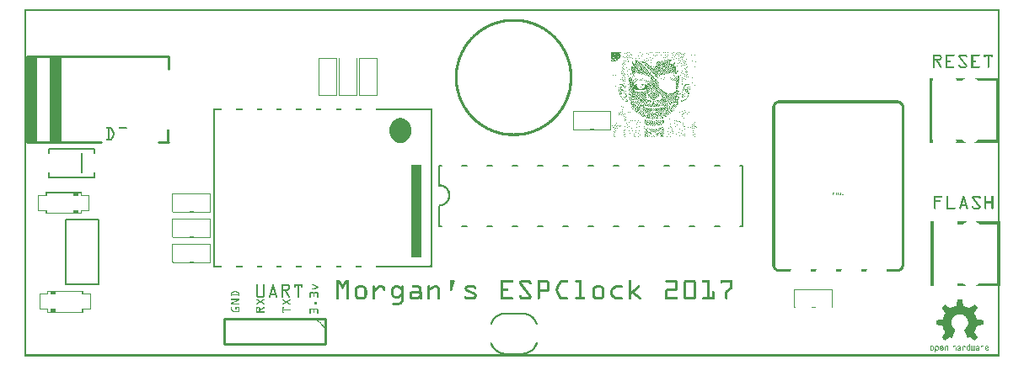
<source format=gto>
G04 MADE WITH FRITZING*
G04 WWW.FRITZING.ORG*
G04 DOUBLE SIDED*
G04 HOLES PLATED*
G04 CONTOUR ON CENTER OF CONTOUR VECTOR*
%ASAXBY*%
%FSLAX23Y23*%
%MOIN*%
%OFA0B0*%
%SFA1.0B1.0*%
%ADD10R,0.039343X0.369546*%
%ADD11C,0.008000*%
%ADD12C,0.010000*%
%ADD13R,0.001000X0.001000*%
%LNSILK1*%
G90*
G70*
G54D10*
X1551Y577D03*
G54D11*
X95Y808D02*
X95Y825D01*
D02*
X95Y825D02*
X276Y825D01*
D02*
X276Y825D02*
X276Y808D01*
D02*
X276Y729D02*
X276Y711D01*
D02*
X276Y711D02*
X95Y711D01*
D02*
X95Y711D02*
X95Y729D01*
D02*
X225Y808D02*
X225Y729D01*
D02*
X1897Y169D02*
X1976Y169D01*
D02*
X1976Y11D02*
X1897Y11D01*
G54D12*
D02*
X304Y850D02*
X9Y850D01*
D02*
X9Y850D02*
X9Y1190D01*
D02*
X9Y1190D02*
X569Y1190D01*
D02*
X569Y1190D02*
X569Y1140D01*
D02*
X529Y850D02*
X569Y850D01*
D02*
X9Y850D02*
X9Y1190D01*
D02*
X14Y850D02*
X14Y1190D01*
D02*
X19Y850D02*
X19Y1190D01*
D02*
X24Y850D02*
X24Y1190D01*
D02*
X29Y850D02*
X29Y1190D01*
D02*
X34Y850D02*
X34Y1190D01*
D02*
X39Y850D02*
X39Y1190D01*
D02*
X44Y850D02*
X44Y1190D01*
D02*
X139Y850D02*
X139Y1190D01*
D02*
X134Y850D02*
X134Y1190D01*
D02*
X129Y850D02*
X129Y1190D01*
D02*
X124Y850D02*
X124Y1190D01*
D02*
X119Y850D02*
X119Y1190D01*
D02*
X114Y850D02*
X114Y1190D01*
D02*
X109Y850D02*
X109Y1190D01*
D02*
X104Y850D02*
X104Y1190D01*
G54D11*
D02*
X1641Y758D02*
X1641Y678D01*
D02*
X1641Y518D02*
X1641Y598D01*
D02*
X1641Y758D02*
X1651Y758D01*
D02*
X1731Y758D02*
X1751Y758D01*
D02*
X1641Y518D02*
X1651Y518D01*
D02*
X2541Y758D02*
X2531Y758D01*
D02*
X2541Y518D02*
X2531Y518D01*
D02*
X1831Y758D02*
X1851Y758D01*
D02*
X1931Y758D02*
X1951Y758D01*
D02*
X2031Y758D02*
X2051Y758D01*
D02*
X2131Y758D02*
X2151Y758D01*
D02*
X2231Y758D02*
X2251Y758D01*
D02*
X2331Y758D02*
X2351Y758D01*
D02*
X2431Y758D02*
X2451Y758D01*
D02*
X1731Y518D02*
X1751Y518D01*
D02*
X1831Y518D02*
X1851Y518D01*
D02*
X1931Y518D02*
X1951Y518D01*
D02*
X2031Y518D02*
X2051Y518D01*
D02*
X2131Y518D02*
X2151Y518D01*
D02*
X2231Y518D02*
X2251Y518D01*
D02*
X2331Y518D02*
X2351Y518D01*
D02*
X2431Y518D02*
X2451Y518D01*
D02*
X2841Y758D02*
X2841Y518D01*
D02*
X2841Y758D02*
X2831Y758D01*
D02*
X2841Y518D02*
X2831Y518D01*
D02*
X2531Y758D02*
X2551Y758D01*
D02*
X2631Y758D02*
X2651Y758D01*
D02*
X2731Y758D02*
X2751Y758D01*
D02*
X2531Y518D02*
X2551Y518D01*
D02*
X2631Y518D02*
X2651Y518D01*
D02*
X2731Y518D02*
X2751Y518D01*
D02*
X292Y286D02*
X162Y286D01*
D02*
X162Y286D02*
X162Y544D01*
D02*
X162Y544D02*
X292Y544D01*
D02*
X292Y544D02*
X292Y286D01*
G54D12*
D02*
X1188Y149D02*
X788Y149D01*
D02*
X788Y149D02*
X788Y49D01*
D02*
X788Y49D02*
X1188Y49D01*
D02*
X1188Y49D02*
X1188Y149D01*
G36*
X2354Y1208D02*
X2354Y1205D01*
X2359Y1205D01*
X2359Y1208D01*
X2354Y1208D01*
G37*
D02*
G36*
X2382Y1208D02*
X2382Y1205D01*
X2385Y1205D01*
X2385Y1208D01*
X2382Y1208D01*
G37*
D02*
G36*
X2390Y1208D02*
X2390Y1205D01*
X2393Y1205D01*
X2393Y1208D01*
X2390Y1208D01*
G37*
D02*
G36*
X2434Y1208D02*
X2434Y1205D01*
X2436Y1205D01*
X2436Y1208D01*
X2434Y1208D01*
G37*
D02*
G36*
X2452Y1208D02*
X2452Y1205D01*
X2454Y1205D01*
X2454Y1208D01*
X2452Y1208D01*
G37*
D02*
G36*
X2472Y1208D02*
X2472Y1205D01*
X2475Y1205D01*
X2475Y1208D01*
X2472Y1208D01*
G37*
D02*
G36*
X2480Y1208D02*
X2480Y1205D01*
X2482Y1205D01*
X2482Y1208D01*
X2480Y1208D01*
G37*
D02*
G36*
X2488Y1208D02*
X2488Y1205D01*
X2490Y1205D01*
X2490Y1208D01*
X2488Y1208D01*
G37*
D02*
G36*
X2495Y1208D02*
X2495Y1205D01*
X2498Y1205D01*
X2498Y1208D01*
X2495Y1208D01*
G37*
D02*
G36*
X2503Y1208D02*
X2503Y1205D01*
X2506Y1205D01*
X2506Y1208D01*
X2503Y1208D01*
G37*
D02*
G36*
X2511Y1208D02*
X2511Y1205D01*
X2513Y1205D01*
X2513Y1208D01*
X2511Y1208D01*
G37*
D02*
G36*
X2518Y1208D02*
X2518Y1205D01*
X2521Y1205D01*
X2521Y1208D01*
X2518Y1208D01*
G37*
D02*
G36*
X2526Y1208D02*
X2526Y1205D01*
X2529Y1205D01*
X2529Y1208D01*
X2526Y1208D01*
G37*
D02*
G36*
X2534Y1208D02*
X2534Y1205D01*
X2536Y1205D01*
X2536Y1208D01*
X2534Y1208D01*
G37*
D02*
G36*
X2544Y1208D02*
X2544Y1205D01*
X2547Y1205D01*
X2547Y1208D01*
X2544Y1208D01*
G37*
D02*
G36*
X2552Y1208D02*
X2552Y1205D01*
X2554Y1205D01*
X2554Y1208D01*
X2552Y1208D01*
G37*
D02*
G36*
X2567Y1208D02*
X2567Y1205D01*
X2570Y1205D01*
X2570Y1208D01*
X2567Y1208D01*
G37*
D02*
G36*
X2583Y1208D02*
X2583Y1205D01*
X2585Y1205D01*
X2585Y1208D01*
X2583Y1208D01*
G37*
D02*
G36*
X2590Y1208D02*
X2590Y1205D01*
X2593Y1205D01*
X2593Y1208D01*
X2590Y1208D01*
G37*
D02*
G36*
X2598Y1208D02*
X2598Y1205D01*
X2601Y1205D01*
X2601Y1208D01*
X2598Y1208D01*
G37*
D02*
G36*
X2385Y1205D02*
X2385Y1203D01*
X2388Y1203D01*
X2388Y1205D01*
X2385Y1205D01*
G37*
D02*
G36*
X2393Y1205D02*
X2393Y1203D01*
X2395Y1203D01*
X2395Y1205D01*
X2393Y1205D01*
G37*
D02*
G36*
X2398Y1205D02*
X2398Y1203D01*
X2400Y1203D01*
X2400Y1205D01*
X2398Y1205D01*
G37*
D02*
G36*
X2403Y1205D02*
X2403Y1203D01*
X2406Y1203D01*
X2406Y1205D01*
X2403Y1205D01*
G37*
D02*
G36*
X2411Y1205D02*
X2411Y1203D01*
X2413Y1203D01*
X2413Y1205D01*
X2411Y1205D01*
G37*
D02*
G36*
X2457Y1205D02*
X2457Y1203D01*
X2459Y1203D01*
X2459Y1205D01*
X2457Y1205D01*
G37*
D02*
G36*
X2588Y1205D02*
X2588Y1203D01*
X2590Y1203D01*
X2590Y1205D01*
X2588Y1205D01*
G37*
D02*
G36*
X2601Y1205D02*
X2601Y1203D01*
X2603Y1203D01*
X2603Y1205D01*
X2601Y1205D01*
G37*
D02*
G36*
X2608Y1205D02*
X2608Y1203D01*
X2611Y1203D01*
X2611Y1205D01*
X2608Y1205D01*
G37*
D02*
G36*
X2616Y1205D02*
X2616Y1203D01*
X2618Y1203D01*
X2618Y1205D01*
X2616Y1205D01*
G37*
D02*
G36*
X2372Y1203D02*
X2372Y1200D01*
X2375Y1200D01*
X2375Y1203D01*
X2372Y1203D01*
G37*
D02*
G36*
X2380Y1203D02*
X2380Y1200D01*
X2382Y1200D01*
X2382Y1203D01*
X2380Y1203D01*
G37*
D02*
G36*
X2418Y1203D02*
X2418Y1200D01*
X2421Y1200D01*
X2421Y1203D01*
X2418Y1203D01*
G37*
D02*
G36*
X2459Y1203D02*
X2459Y1200D01*
X2462Y1200D01*
X2462Y1203D01*
X2459Y1203D01*
G37*
D02*
G36*
X2559Y1203D02*
X2559Y1200D01*
X2562Y1200D01*
X2562Y1203D01*
X2559Y1203D01*
G37*
D02*
G36*
X2577Y1203D02*
X2577Y1200D01*
X2580Y1200D01*
X2580Y1203D01*
X2577Y1203D01*
G37*
D02*
G36*
X2593Y1203D02*
X2593Y1200D01*
X2595Y1200D01*
X2595Y1203D01*
X2593Y1203D01*
G37*
D02*
G36*
X2611Y1203D02*
X2611Y1200D01*
X2613Y1200D01*
X2613Y1203D01*
X2611Y1203D01*
G37*
D02*
G36*
X2388Y1200D02*
X2388Y1198D01*
X2390Y1198D01*
X2390Y1200D01*
X2388Y1200D01*
G37*
D02*
G36*
X2395Y1200D02*
X2395Y1198D01*
X2398Y1198D01*
X2398Y1200D01*
X2395Y1200D01*
G37*
D02*
G36*
X2429Y1200D02*
X2429Y1198D01*
X2431Y1198D01*
X2431Y1200D01*
X2429Y1200D01*
G37*
D02*
G36*
X2444Y1200D02*
X2444Y1198D01*
X2447Y1198D01*
X2447Y1200D01*
X2444Y1200D01*
G37*
D02*
G36*
X2467Y1200D02*
X2467Y1198D01*
X2470Y1198D01*
X2470Y1200D01*
X2467Y1200D01*
G37*
D02*
G36*
X2580Y1200D02*
X2580Y1198D01*
X2583Y1198D01*
X2583Y1200D01*
X2580Y1200D01*
G37*
D02*
G36*
X2585Y1200D02*
X2585Y1198D01*
X2588Y1198D01*
X2588Y1200D01*
X2585Y1200D01*
G37*
D02*
G36*
X2595Y1200D02*
X2595Y1198D01*
X2598Y1198D01*
X2598Y1200D01*
X2595Y1200D01*
G37*
D02*
G36*
X2603Y1200D02*
X2603Y1198D01*
X2606Y1198D01*
X2606Y1200D01*
X2603Y1200D01*
G37*
D02*
G36*
X2375Y1198D02*
X2375Y1195D01*
X2377Y1195D01*
X2377Y1198D01*
X2375Y1198D01*
G37*
D02*
G36*
X2382Y1198D02*
X2382Y1195D01*
X2385Y1195D01*
X2385Y1198D01*
X2382Y1198D01*
G37*
D02*
G36*
X2400Y1198D02*
X2400Y1195D01*
X2403Y1195D01*
X2403Y1198D01*
X2400Y1198D01*
G37*
D02*
G36*
X2452Y1198D02*
X2452Y1195D01*
X2454Y1195D01*
X2454Y1198D01*
X2452Y1198D01*
G37*
D02*
G36*
X2485Y1198D02*
X2485Y1195D01*
X2488Y1195D01*
X2488Y1198D01*
X2485Y1198D01*
G37*
D02*
G36*
X2500Y1198D02*
X2500Y1195D01*
X2503Y1195D01*
X2503Y1198D01*
X2500Y1198D01*
G37*
D02*
G36*
X2516Y1198D02*
X2516Y1195D01*
X2518Y1195D01*
X2518Y1198D01*
X2516Y1198D01*
G37*
D02*
G36*
X2534Y1198D02*
X2534Y1195D01*
X2536Y1195D01*
X2536Y1198D01*
X2534Y1198D01*
G37*
D02*
G36*
X2544Y1198D02*
X2544Y1195D01*
X2547Y1195D01*
X2547Y1198D01*
X2544Y1198D01*
G37*
D02*
G36*
X2552Y1198D02*
X2552Y1195D01*
X2554Y1195D01*
X2554Y1198D01*
X2552Y1198D01*
G37*
D02*
G36*
X2562Y1198D02*
X2562Y1195D01*
X2565Y1195D01*
X2565Y1198D01*
X2562Y1198D01*
G37*
D02*
G36*
X2572Y1198D02*
X2572Y1195D01*
X2575Y1195D01*
X2575Y1198D01*
X2572Y1198D01*
G37*
D02*
G36*
X2588Y1198D02*
X2588Y1195D01*
X2590Y1195D01*
X2590Y1198D01*
X2588Y1198D01*
G37*
D02*
G36*
X2606Y1198D02*
X2606Y1195D01*
X2608Y1195D01*
X2608Y1198D01*
X2606Y1198D01*
G37*
D02*
G36*
X2636Y1198D02*
X2636Y1195D01*
X2639Y1195D01*
X2639Y1198D01*
X2636Y1198D01*
G37*
D02*
G36*
X2649Y1198D02*
X2649Y1195D01*
X2652Y1195D01*
X2652Y1198D01*
X2649Y1198D01*
G37*
D02*
G36*
X2377Y1195D02*
X2377Y1193D01*
X2380Y1193D01*
X2380Y1195D01*
X2377Y1195D01*
G37*
D02*
G36*
X2388Y1195D02*
X2388Y1193D01*
X2390Y1193D01*
X2390Y1195D01*
X2388Y1195D01*
G37*
D02*
G36*
X2395Y1195D02*
X2395Y1193D01*
X2398Y1193D01*
X2398Y1195D01*
X2395Y1195D01*
G37*
D02*
G36*
X2408Y1195D02*
X2408Y1193D01*
X2411Y1193D01*
X2411Y1195D01*
X2408Y1195D01*
G37*
D02*
G36*
X2421Y1195D02*
X2421Y1193D01*
X2423Y1193D01*
X2423Y1195D01*
X2421Y1195D01*
G37*
D02*
G36*
X2434Y1195D02*
X2434Y1193D01*
X2436Y1193D01*
X2436Y1195D01*
X2434Y1195D01*
G37*
D02*
G36*
X2457Y1195D02*
X2457Y1193D01*
X2459Y1193D01*
X2459Y1195D01*
X2457Y1195D01*
G37*
D02*
G36*
X2477Y1195D02*
X2477Y1193D01*
X2480Y1193D01*
X2480Y1195D01*
X2477Y1195D01*
G37*
D02*
G36*
X2526Y1195D02*
X2526Y1193D01*
X2529Y1193D01*
X2529Y1195D01*
X2526Y1195D01*
G37*
D02*
G36*
X2554Y1195D02*
X2554Y1193D01*
X2557Y1193D01*
X2557Y1195D01*
X2554Y1195D01*
G37*
D02*
G36*
X2577Y1195D02*
X2577Y1193D01*
X2580Y1193D01*
X2580Y1195D01*
X2577Y1195D01*
G37*
D02*
G36*
X2593Y1195D02*
X2593Y1193D01*
X2595Y1193D01*
X2595Y1195D01*
X2593Y1195D01*
G37*
D02*
G36*
X2601Y1195D02*
X2601Y1193D01*
X2603Y1193D01*
X2603Y1195D01*
X2601Y1195D01*
G37*
D02*
G36*
X2390Y1193D02*
X2390Y1190D01*
X2393Y1190D01*
X2393Y1193D01*
X2390Y1193D01*
G37*
D02*
G36*
X2426Y1193D02*
X2426Y1190D01*
X2429Y1190D01*
X2429Y1193D01*
X2426Y1193D01*
G37*
D02*
G36*
X2441Y1193D02*
X2441Y1190D01*
X2444Y1190D01*
X2444Y1193D01*
X2441Y1193D01*
G37*
D02*
G36*
X2493Y1193D02*
X2493Y1190D01*
X2495Y1190D01*
X2495Y1193D01*
X2493Y1193D01*
G37*
D02*
G36*
X2508Y1193D02*
X2508Y1190D01*
X2511Y1190D01*
X2511Y1193D01*
X2508Y1193D01*
G37*
D02*
G36*
X2585Y1193D02*
X2585Y1190D01*
X2588Y1190D01*
X2588Y1193D01*
X2585Y1193D01*
G37*
D02*
G36*
X2367Y1190D02*
X2367Y1188D01*
X2370Y1188D01*
X2370Y1190D01*
X2367Y1190D01*
G37*
D02*
G36*
X2375Y1190D02*
X2375Y1188D01*
X2377Y1188D01*
X2377Y1190D01*
X2375Y1190D01*
G37*
D02*
G36*
X2380Y1190D02*
X2380Y1188D01*
X2382Y1188D01*
X2382Y1190D01*
X2380Y1190D01*
G37*
D02*
G36*
X2465Y1190D02*
X2465Y1188D01*
X2467Y1188D01*
X2467Y1190D01*
X2465Y1190D01*
G37*
D02*
G36*
X2541Y1190D02*
X2541Y1188D01*
X2544Y1188D01*
X2544Y1190D01*
X2541Y1190D01*
G37*
D02*
G36*
X2570Y1190D02*
X2570Y1188D01*
X2572Y1188D01*
X2572Y1190D01*
X2570Y1190D01*
G37*
D02*
G36*
X2588Y1190D02*
X2588Y1188D01*
X2590Y1188D01*
X2590Y1190D01*
X2588Y1190D01*
G37*
D02*
G36*
X2595Y1190D02*
X2595Y1188D01*
X2598Y1188D01*
X2598Y1190D01*
X2595Y1190D01*
G37*
D02*
G36*
X2603Y1190D02*
X2603Y1188D01*
X2606Y1188D01*
X2606Y1190D01*
X2603Y1190D01*
G37*
D02*
G36*
X2372Y1188D02*
X2372Y1185D01*
X2375Y1185D01*
X2375Y1188D01*
X2372Y1188D01*
G37*
D02*
G36*
X2382Y1188D02*
X2382Y1185D01*
X2385Y1185D01*
X2385Y1188D01*
X2382Y1188D01*
G37*
D02*
G36*
X2390Y1188D02*
X2390Y1185D01*
X2393Y1185D01*
X2393Y1188D01*
X2390Y1188D01*
G37*
D02*
G36*
X2395Y1188D02*
X2395Y1185D01*
X2398Y1185D01*
X2398Y1188D01*
X2395Y1188D01*
G37*
D02*
G36*
X2452Y1188D02*
X2452Y1185D01*
X2454Y1185D01*
X2454Y1188D01*
X2452Y1188D01*
G37*
D02*
G36*
X2472Y1188D02*
X2472Y1185D01*
X2475Y1185D01*
X2475Y1188D01*
X2472Y1188D01*
G37*
D02*
G36*
X2518Y1188D02*
X2518Y1185D01*
X2521Y1185D01*
X2521Y1188D01*
X2518Y1188D01*
G37*
D02*
G36*
X2526Y1188D02*
X2526Y1185D01*
X2529Y1185D01*
X2529Y1188D01*
X2526Y1188D01*
G37*
D02*
G36*
X2534Y1188D02*
X2534Y1185D01*
X2536Y1185D01*
X2536Y1188D01*
X2534Y1188D01*
G37*
D02*
G36*
X2552Y1188D02*
X2552Y1185D01*
X2554Y1185D01*
X2554Y1188D01*
X2552Y1188D01*
G37*
D02*
G36*
X2559Y1188D02*
X2559Y1185D01*
X2562Y1185D01*
X2562Y1188D01*
X2559Y1188D01*
G37*
D02*
G36*
X2593Y1188D02*
X2593Y1185D01*
X2595Y1185D01*
X2595Y1188D01*
X2593Y1188D01*
G37*
D02*
G36*
X2601Y1188D02*
X2601Y1185D01*
X2603Y1185D01*
X2603Y1188D01*
X2601Y1188D01*
G37*
D02*
G36*
X2608Y1188D02*
X2608Y1185D01*
X2611Y1185D01*
X2611Y1188D01*
X2608Y1188D01*
G37*
D02*
G36*
X2403Y1185D02*
X2403Y1182D01*
X2406Y1182D01*
X2406Y1185D01*
X2403Y1185D01*
G37*
D02*
G36*
X2416Y1185D02*
X2416Y1182D01*
X2418Y1182D01*
X2418Y1185D01*
X2416Y1185D01*
G37*
D02*
G36*
X2431Y1185D02*
X2431Y1182D01*
X2434Y1182D01*
X2434Y1185D01*
X2431Y1185D01*
G37*
D02*
G36*
X2459Y1185D02*
X2459Y1182D01*
X2462Y1182D01*
X2462Y1185D01*
X2459Y1185D01*
G37*
D02*
G36*
X2482Y1185D02*
X2482Y1182D01*
X2485Y1182D01*
X2485Y1185D01*
X2482Y1185D01*
G37*
D02*
G36*
X2498Y1185D02*
X2498Y1182D01*
X2500Y1182D01*
X2500Y1185D01*
X2498Y1185D01*
G37*
D02*
G36*
X2577Y1185D02*
X2577Y1182D01*
X2580Y1182D01*
X2580Y1185D01*
X2577Y1185D01*
G37*
D02*
G36*
X2585Y1185D02*
X2585Y1182D01*
X2588Y1182D01*
X2588Y1185D01*
X2585Y1185D01*
G37*
D02*
G36*
X2370Y1182D02*
X2370Y1180D01*
X2372Y1180D01*
X2372Y1182D01*
X2370Y1182D01*
G37*
D02*
G36*
X2377Y1182D02*
X2377Y1180D01*
X2380Y1180D01*
X2380Y1182D01*
X2377Y1182D01*
G37*
D02*
G36*
X2385Y1182D02*
X2385Y1180D01*
X2388Y1180D01*
X2388Y1182D01*
X2385Y1182D01*
G37*
D02*
G36*
X2398Y1182D02*
X2398Y1180D01*
X2400Y1180D01*
X2400Y1182D01*
X2398Y1182D01*
G37*
D02*
G36*
X2441Y1182D02*
X2441Y1180D01*
X2444Y1180D01*
X2444Y1182D01*
X2441Y1182D01*
G37*
D02*
G36*
X2490Y1182D02*
X2490Y1180D01*
X2493Y1180D01*
X2493Y1182D01*
X2490Y1182D01*
G37*
D02*
G36*
X2506Y1182D02*
X2506Y1180D01*
X2508Y1180D01*
X2508Y1182D01*
X2506Y1182D01*
G37*
D02*
G36*
X2513Y1182D02*
X2513Y1180D01*
X2516Y1180D01*
X2516Y1182D01*
X2513Y1182D01*
G37*
D02*
G36*
X2521Y1182D02*
X2521Y1180D01*
X2524Y1180D01*
X2524Y1182D01*
X2521Y1182D01*
G37*
D02*
G36*
X2590Y1182D02*
X2590Y1180D01*
X2593Y1180D01*
X2593Y1182D01*
X2590Y1182D01*
G37*
D02*
G36*
X2598Y1182D02*
X2598Y1180D01*
X2601Y1180D01*
X2601Y1182D01*
X2598Y1182D01*
G37*
D02*
G36*
X2606Y1182D02*
X2606Y1180D01*
X2608Y1180D01*
X2608Y1182D01*
X2606Y1182D01*
G37*
D02*
G36*
X2624Y1182D02*
X2624Y1180D01*
X2626Y1180D01*
X2626Y1182D01*
X2624Y1182D01*
G37*
D02*
G36*
X2375Y1180D02*
X2375Y1177D01*
X2377Y1177D01*
X2377Y1180D01*
X2375Y1180D01*
G37*
D02*
G36*
X2382Y1180D02*
X2382Y1177D01*
X2385Y1177D01*
X2385Y1180D01*
X2382Y1180D01*
G37*
D02*
G36*
X2544Y1180D02*
X2544Y1177D01*
X2547Y1177D01*
X2547Y1180D01*
X2544Y1180D01*
G37*
D02*
G36*
X2567Y1180D02*
X2567Y1177D01*
X2570Y1177D01*
X2570Y1180D01*
X2567Y1180D01*
G37*
D02*
G36*
X2588Y1180D02*
X2588Y1177D01*
X2590Y1177D01*
X2590Y1180D01*
X2588Y1180D01*
G37*
D02*
G36*
X2601Y1180D02*
X2601Y1177D01*
X2603Y1177D01*
X2603Y1180D01*
X2601Y1180D01*
G37*
D02*
G36*
X2608Y1180D02*
X2608Y1177D01*
X2611Y1177D01*
X2611Y1180D01*
X2608Y1180D01*
G37*
D02*
G36*
X2616Y1180D02*
X2616Y1177D01*
X2618Y1177D01*
X2618Y1180D01*
X2616Y1180D01*
G37*
D02*
G36*
X2321Y1208D02*
X2321Y1205D01*
X2347Y1205D01*
X2347Y1203D01*
X2354Y1203D01*
X2354Y1205D01*
X2352Y1205D01*
X2352Y1208D01*
X2321Y1208D01*
G37*
D02*
G36*
X2321Y1205D02*
X2321Y1203D01*
X2344Y1203D01*
X2344Y1205D01*
X2321Y1205D01*
G37*
D02*
G36*
X2321Y1203D02*
X2321Y1200D01*
X2354Y1200D01*
X2354Y1203D01*
X2321Y1203D01*
G37*
D02*
G36*
X2321Y1203D02*
X2321Y1200D01*
X2354Y1200D01*
X2354Y1203D01*
X2321Y1203D01*
G37*
D02*
G36*
X2321Y1200D02*
X2321Y1198D01*
X2334Y1198D01*
X2334Y1200D01*
X2321Y1200D01*
G37*
D02*
G36*
X2336Y1200D02*
X2336Y1198D01*
X2357Y1198D01*
X2357Y1200D01*
X2336Y1200D01*
G37*
D02*
G36*
X2321Y1198D02*
X2321Y1195D01*
X2357Y1195D01*
X2357Y1198D01*
X2321Y1198D01*
G37*
D02*
G36*
X2321Y1198D02*
X2321Y1195D01*
X2357Y1195D01*
X2357Y1198D01*
X2321Y1198D01*
G37*
D02*
G36*
X2321Y1195D02*
X2321Y1190D01*
X2349Y1190D01*
X2349Y1188D01*
X2357Y1188D01*
X2357Y1190D01*
X2359Y1190D01*
X2359Y1193D01*
X2357Y1193D01*
X2357Y1195D01*
X2321Y1195D01*
G37*
D02*
G36*
X2321Y1190D02*
X2321Y1188D01*
X2329Y1188D01*
X2329Y1185D01*
X2331Y1185D01*
X2331Y1188D01*
X2347Y1188D01*
X2347Y1190D01*
X2321Y1190D01*
G37*
D02*
G36*
X2321Y1188D02*
X2321Y1185D01*
X2326Y1185D01*
X2326Y1188D01*
X2321Y1188D01*
G37*
D02*
G36*
X2334Y1188D02*
X2334Y1185D01*
X2357Y1185D01*
X2357Y1188D01*
X2334Y1188D01*
G37*
D02*
G36*
X2334Y1188D02*
X2334Y1185D01*
X2357Y1185D01*
X2357Y1188D01*
X2334Y1188D01*
G37*
D02*
G36*
X2321Y1185D02*
X2321Y1182D01*
X2329Y1182D01*
X2329Y1185D01*
X2321Y1185D01*
G37*
D02*
G36*
X2331Y1185D02*
X2331Y1182D01*
X2354Y1182D01*
X2354Y1185D01*
X2331Y1185D01*
G37*
D02*
G36*
X2321Y1182D02*
X2321Y1180D01*
X2352Y1180D01*
X2352Y1182D01*
X2321Y1182D01*
G37*
D02*
G36*
X2321Y1182D02*
X2321Y1180D01*
X2352Y1180D01*
X2352Y1182D01*
X2321Y1182D01*
G37*
D02*
G36*
X2323Y1180D02*
X2323Y1177D01*
X2329Y1177D01*
X2329Y1175D01*
X2336Y1175D01*
X2336Y1177D01*
X2334Y1177D01*
X2334Y1180D01*
X2323Y1180D01*
G37*
D02*
G36*
X2339Y1180D02*
X2339Y1175D01*
X2347Y1175D01*
X2347Y1180D01*
X2339Y1180D01*
G37*
D02*
G36*
X2321Y1177D02*
X2321Y1175D01*
X2323Y1175D01*
X2323Y1177D01*
X2321Y1177D01*
G37*
D02*
G36*
X2321Y1175D02*
X2321Y1172D01*
X2341Y1172D01*
X2341Y1175D01*
X2321Y1175D01*
G37*
D02*
G36*
X2321Y1175D02*
X2321Y1172D01*
X2341Y1172D01*
X2341Y1175D01*
X2321Y1175D01*
G37*
D02*
G36*
X2321Y1175D02*
X2321Y1172D01*
X2341Y1172D01*
X2341Y1175D01*
X2321Y1175D01*
G37*
D02*
G36*
X2326Y1172D02*
X2326Y1170D01*
X2329Y1170D01*
X2329Y1172D01*
X2326Y1172D01*
G37*
D02*
G36*
X2331Y1172D02*
X2331Y1170D01*
X2334Y1170D01*
X2334Y1172D01*
X2331Y1172D01*
G37*
D02*
G36*
X2449Y1177D02*
X2449Y1175D01*
X2452Y1175D01*
X2452Y1177D01*
X2449Y1177D01*
G37*
D02*
G36*
X2467Y1177D02*
X2467Y1175D01*
X2470Y1175D01*
X2470Y1177D01*
X2467Y1177D01*
G37*
D02*
G36*
X2477Y1177D02*
X2477Y1175D01*
X2480Y1175D01*
X2480Y1177D01*
X2477Y1177D01*
G37*
D02*
G36*
X2531Y1177D02*
X2531Y1175D01*
X2534Y1175D01*
X2534Y1177D01*
X2531Y1177D01*
G37*
D02*
G36*
X2539Y1177D02*
X2539Y1175D01*
X2541Y1175D01*
X2541Y1177D01*
X2539Y1177D01*
G37*
D02*
G36*
X2547Y1177D02*
X2547Y1175D01*
X2549Y1175D01*
X2549Y1172D01*
X2552Y1172D01*
X2552Y1170D01*
X2549Y1170D01*
X2549Y1162D01*
X2552Y1162D01*
X2552Y1164D01*
X2554Y1164D01*
X2554Y1172D01*
X2557Y1172D01*
X2557Y1175D01*
X2559Y1175D01*
X2559Y1177D01*
X2547Y1177D01*
G37*
D02*
G36*
X2585Y1177D02*
X2585Y1175D01*
X2588Y1175D01*
X2588Y1177D01*
X2585Y1177D01*
G37*
D02*
G36*
X2370Y1175D02*
X2370Y1172D01*
X2372Y1172D01*
X2372Y1175D01*
X2370Y1175D01*
G37*
D02*
G36*
X2377Y1175D02*
X2377Y1172D01*
X2380Y1172D01*
X2380Y1175D01*
X2377Y1175D01*
G37*
D02*
G36*
X2385Y1175D02*
X2385Y1172D01*
X2388Y1172D01*
X2388Y1175D01*
X2385Y1175D01*
G37*
D02*
G36*
X2408Y1175D02*
X2408Y1172D01*
X2411Y1172D01*
X2411Y1175D01*
X2408Y1175D01*
G37*
D02*
G36*
X2459Y1175D02*
X2459Y1172D01*
X2462Y1172D01*
X2462Y1175D01*
X2459Y1175D01*
G37*
D02*
G36*
X2521Y1175D02*
X2521Y1172D01*
X2524Y1172D01*
X2524Y1175D01*
X2521Y1175D01*
G37*
D02*
G36*
X2529Y1175D02*
X2529Y1172D01*
X2531Y1172D01*
X2531Y1175D01*
X2529Y1175D01*
G37*
D02*
G36*
X2513Y1172D02*
X2513Y1170D01*
X2534Y1170D01*
X2534Y1172D01*
X2513Y1172D01*
G37*
D02*
G36*
X2513Y1172D02*
X2513Y1170D01*
X2534Y1170D01*
X2534Y1172D01*
X2513Y1172D01*
G37*
D02*
G36*
X2516Y1170D02*
X2516Y1167D01*
X2518Y1167D01*
X2518Y1170D01*
X2516Y1170D01*
G37*
D02*
G36*
X2524Y1170D02*
X2524Y1167D01*
X2526Y1167D01*
X2526Y1170D01*
X2524Y1170D01*
G37*
D02*
G36*
X2531Y1170D02*
X2531Y1167D01*
X2534Y1167D01*
X2534Y1170D01*
X2531Y1170D01*
G37*
D02*
G36*
X2534Y1175D02*
X2534Y1172D01*
X2539Y1172D01*
X2539Y1175D01*
X2534Y1175D01*
G37*
D02*
G36*
X2541Y1175D02*
X2541Y1172D01*
X2547Y1172D01*
X2547Y1175D01*
X2541Y1175D01*
G37*
D02*
G36*
X2536Y1172D02*
X2536Y1170D01*
X2544Y1170D01*
X2544Y1172D01*
X2536Y1172D01*
G37*
D02*
G36*
X2536Y1172D02*
X2536Y1170D01*
X2544Y1170D01*
X2544Y1172D01*
X2536Y1172D01*
G37*
D02*
G36*
X2539Y1170D02*
X2539Y1167D01*
X2541Y1167D01*
X2541Y1170D01*
X2539Y1170D01*
G37*
D02*
G36*
X2575Y1175D02*
X2575Y1172D01*
X2577Y1172D01*
X2577Y1175D01*
X2575Y1175D01*
G37*
D02*
G36*
X2593Y1175D02*
X2593Y1172D01*
X2595Y1172D01*
X2595Y1175D01*
X2593Y1175D01*
G37*
D02*
G36*
X2603Y1175D02*
X2603Y1172D01*
X2606Y1172D01*
X2606Y1175D01*
X2603Y1175D01*
G37*
D02*
G36*
X2611Y1175D02*
X2611Y1172D01*
X2613Y1172D01*
X2613Y1175D01*
X2611Y1175D01*
G37*
D02*
G36*
X2639Y1175D02*
X2639Y1172D01*
X2642Y1172D01*
X2642Y1175D01*
X2639Y1175D01*
G37*
D02*
G36*
X2375Y1172D02*
X2375Y1170D01*
X2377Y1170D01*
X2377Y1172D01*
X2375Y1172D01*
G37*
D02*
G36*
X2395Y1172D02*
X2395Y1170D01*
X2398Y1170D01*
X2398Y1172D01*
X2395Y1172D01*
G37*
D02*
G36*
X2439Y1172D02*
X2439Y1170D01*
X2441Y1170D01*
X2441Y1172D01*
X2439Y1172D01*
G37*
D02*
G36*
X2488Y1172D02*
X2488Y1170D01*
X2490Y1170D01*
X2490Y1172D01*
X2488Y1172D01*
G37*
D02*
G36*
X2498Y1172D02*
X2498Y1170D01*
X2500Y1170D01*
X2500Y1172D01*
X2498Y1172D01*
G37*
D02*
G36*
X2508Y1172D02*
X2508Y1170D01*
X2503Y1170D01*
X2503Y1167D01*
X2511Y1167D01*
X2511Y1164D01*
X2513Y1164D01*
X2513Y1159D01*
X2516Y1159D01*
X2516Y1157D01*
X2518Y1157D01*
X2518Y1162D01*
X2516Y1162D01*
X2516Y1167D01*
X2513Y1167D01*
X2513Y1170D01*
X2511Y1170D01*
X2511Y1172D01*
X2508Y1172D01*
G37*
D02*
G36*
X2500Y1167D02*
X2500Y1164D01*
X2498Y1164D01*
X2498Y1154D01*
X2500Y1154D01*
X2500Y1157D01*
X2503Y1157D01*
X2503Y1159D01*
X2500Y1159D01*
X2500Y1162D01*
X2503Y1162D01*
X2503Y1164D01*
X2506Y1164D01*
X2506Y1167D01*
X2500Y1167D01*
G37*
D02*
G36*
X2547Y1172D02*
X2547Y1170D01*
X2549Y1170D01*
X2549Y1172D01*
X2547Y1172D01*
G37*
D02*
G36*
X2585Y1172D02*
X2585Y1170D01*
X2588Y1170D01*
X2588Y1172D01*
X2585Y1172D01*
G37*
D02*
G36*
X2595Y1172D02*
X2595Y1170D01*
X2598Y1170D01*
X2598Y1172D01*
X2595Y1172D01*
G37*
D02*
G36*
X2608Y1172D02*
X2608Y1170D01*
X2611Y1170D01*
X2611Y1172D01*
X2608Y1172D01*
G37*
D02*
G36*
X2385Y1170D02*
X2385Y1167D01*
X2388Y1167D01*
X2388Y1170D01*
X2385Y1170D01*
G37*
D02*
G36*
X2434Y1170D02*
X2434Y1167D01*
X2436Y1167D01*
X2436Y1170D01*
X2434Y1170D01*
G37*
D02*
G36*
X2441Y1170D02*
X2441Y1167D01*
X2449Y1167D01*
X2449Y1170D01*
X2441Y1170D01*
G37*
D02*
G36*
X2454Y1170D02*
X2454Y1167D01*
X2457Y1167D01*
X2457Y1170D01*
X2454Y1170D01*
G37*
D02*
G36*
X2444Y1167D02*
X2444Y1164D01*
X2457Y1164D01*
X2457Y1167D01*
X2444Y1167D01*
G37*
D02*
G36*
X2444Y1167D02*
X2444Y1164D01*
X2457Y1164D01*
X2457Y1167D01*
X2444Y1167D01*
G37*
D02*
G36*
X2452Y1164D02*
X2452Y1162D01*
X2454Y1162D01*
X2454Y1164D01*
X2452Y1164D01*
G37*
D02*
G36*
X2544Y1170D02*
X2544Y1167D01*
X2541Y1167D01*
X2541Y1164D01*
X2544Y1164D01*
X2544Y1162D01*
X2547Y1162D01*
X2547Y1170D01*
X2544Y1170D01*
G37*
D02*
G36*
X2613Y1170D02*
X2613Y1167D01*
X2616Y1167D01*
X2616Y1170D01*
X2613Y1170D01*
G37*
D02*
G36*
X2654Y1170D02*
X2654Y1167D01*
X2657Y1167D01*
X2657Y1170D01*
X2654Y1170D01*
G37*
D02*
G36*
X2370Y1167D02*
X2370Y1164D01*
X2372Y1164D01*
X2372Y1167D01*
X2370Y1167D01*
G37*
D02*
G36*
X2431Y1167D02*
X2431Y1164D01*
X2429Y1164D01*
X2429Y1162D01*
X2434Y1162D01*
X2434Y1159D01*
X2436Y1159D01*
X2436Y1162D01*
X2439Y1162D01*
X2439Y1164D01*
X2434Y1164D01*
X2434Y1167D01*
X2431Y1167D01*
G37*
D02*
G36*
X2477Y1167D02*
X2477Y1164D01*
X2480Y1164D01*
X2480Y1167D01*
X2477Y1167D01*
G37*
D02*
G36*
X2518Y1167D02*
X2518Y1162D01*
X2521Y1162D01*
X2521Y1164D01*
X2524Y1164D01*
X2524Y1167D01*
X2518Y1167D01*
G37*
D02*
G36*
X2526Y1167D02*
X2526Y1164D01*
X2524Y1164D01*
X2524Y1162D01*
X2529Y1162D01*
X2529Y1164D01*
X2531Y1164D01*
X2531Y1167D01*
X2526Y1167D01*
G37*
D02*
G36*
X2534Y1167D02*
X2534Y1164D01*
X2531Y1164D01*
X2531Y1162D01*
X2534Y1162D01*
X2534Y1159D01*
X2536Y1159D01*
X2536Y1164D01*
X2539Y1164D01*
X2539Y1167D01*
X2534Y1167D01*
G37*
D02*
G36*
X2590Y1167D02*
X2590Y1164D01*
X2593Y1164D01*
X2593Y1167D01*
X2590Y1167D01*
G37*
D02*
G36*
X2606Y1167D02*
X2606Y1164D01*
X2608Y1164D01*
X2608Y1167D01*
X2606Y1167D01*
G37*
D02*
G36*
X2367Y1164D02*
X2367Y1162D01*
X2370Y1162D01*
X2370Y1164D01*
X2367Y1164D01*
G37*
D02*
G36*
X2375Y1164D02*
X2375Y1162D01*
X2377Y1162D01*
X2377Y1164D01*
X2375Y1164D01*
G37*
D02*
G36*
X2423Y1164D02*
X2423Y1162D01*
X2421Y1162D01*
X2421Y1159D01*
X2423Y1159D01*
X2423Y1157D01*
X2426Y1157D01*
X2426Y1159D01*
X2429Y1159D01*
X2429Y1162D01*
X2426Y1162D01*
X2426Y1164D01*
X2423Y1164D01*
G37*
D02*
G36*
X2457Y1164D02*
X2457Y1162D01*
X2459Y1162D01*
X2459Y1157D01*
X2465Y1157D01*
X2465Y1154D01*
X2467Y1154D01*
X2467Y1152D01*
X2470Y1152D01*
X2470Y1149D01*
X2472Y1149D01*
X2472Y1146D01*
X2475Y1146D01*
X2475Y1152D01*
X2472Y1152D01*
X2472Y1154D01*
X2470Y1154D01*
X2470Y1157D01*
X2467Y1157D01*
X2467Y1159D01*
X2465Y1159D01*
X2465Y1162D01*
X2462Y1162D01*
X2462Y1164D01*
X2457Y1164D01*
G37*
D02*
G36*
X2506Y1164D02*
X2506Y1162D01*
X2508Y1162D01*
X2508Y1159D01*
X2511Y1159D01*
X2511Y1164D01*
X2506Y1164D01*
G37*
D02*
G36*
X2539Y1164D02*
X2539Y1159D01*
X2541Y1159D01*
X2541Y1157D01*
X2544Y1157D01*
X2544Y1162D01*
X2541Y1162D01*
X2541Y1164D01*
X2539Y1164D01*
G37*
D02*
G36*
X2583Y1164D02*
X2583Y1162D01*
X2585Y1162D01*
X2585Y1164D01*
X2583Y1164D01*
G37*
D02*
G36*
X2595Y1164D02*
X2595Y1162D01*
X2598Y1162D01*
X2598Y1164D01*
X2595Y1164D01*
G37*
D02*
G36*
X2611Y1164D02*
X2611Y1162D01*
X2613Y1162D01*
X2613Y1164D01*
X2611Y1164D01*
G37*
D02*
G36*
X2377Y1162D02*
X2377Y1159D01*
X2380Y1159D01*
X2380Y1162D01*
X2377Y1162D01*
G37*
D02*
G36*
X2388Y1162D02*
X2388Y1159D01*
X2390Y1159D01*
X2390Y1162D01*
X2388Y1162D01*
G37*
D02*
G36*
X2439Y1162D02*
X2439Y1159D01*
X2436Y1159D01*
X2436Y1154D01*
X2439Y1154D01*
X2439Y1157D01*
X2444Y1157D01*
X2444Y1159D01*
X2441Y1159D01*
X2441Y1162D01*
X2439Y1162D01*
G37*
D02*
G36*
X2449Y1162D02*
X2449Y1159D01*
X2452Y1159D01*
X2452Y1162D01*
X2449Y1162D01*
G37*
D02*
G36*
X2454Y1162D02*
X2454Y1159D01*
X2452Y1159D01*
X2452Y1157D01*
X2454Y1157D01*
X2454Y1154D01*
X2457Y1154D01*
X2457Y1152D01*
X2459Y1152D01*
X2459Y1157D01*
X2457Y1157D01*
X2457Y1162D01*
X2454Y1162D01*
G37*
D02*
G36*
X2475Y1162D02*
X2475Y1159D01*
X2477Y1159D01*
X2477Y1162D01*
X2475Y1162D01*
G37*
D02*
G36*
X2488Y1162D02*
X2488Y1149D01*
X2485Y1149D01*
X2485Y1146D01*
X2488Y1146D01*
X2488Y1141D01*
X2490Y1141D01*
X2490Y1136D01*
X2493Y1136D01*
X2493Y1134D01*
X2495Y1134D01*
X2495Y1139D01*
X2493Y1139D01*
X2493Y1144D01*
X2490Y1144D01*
X2490Y1149D01*
X2493Y1149D01*
X2493Y1152D01*
X2490Y1152D01*
X2490Y1162D01*
X2488Y1162D01*
G37*
D02*
G36*
X2503Y1162D02*
X2503Y1159D01*
X2506Y1159D01*
X2506Y1162D01*
X2503Y1162D01*
G37*
D02*
G36*
X2521Y1162D02*
X2521Y1157D01*
X2524Y1157D01*
X2524Y1154D01*
X2526Y1154D01*
X2526Y1157D01*
X2529Y1157D01*
X2529Y1159D01*
X2524Y1159D01*
X2524Y1162D01*
X2521Y1162D01*
G37*
D02*
G36*
X2529Y1162D02*
X2529Y1159D01*
X2531Y1159D01*
X2531Y1162D01*
X2529Y1162D01*
G37*
D02*
G36*
X2547Y1162D02*
X2547Y1157D01*
X2549Y1157D01*
X2549Y1154D01*
X2552Y1154D01*
X2552Y1152D01*
X2554Y1152D01*
X2554Y1157D01*
X2552Y1157D01*
X2552Y1159D01*
X2549Y1159D01*
X2549Y1162D01*
X2547Y1162D01*
G37*
D02*
G36*
X2613Y1162D02*
X2613Y1159D01*
X2616Y1159D01*
X2616Y1162D01*
X2613Y1162D01*
G37*
D02*
G36*
X2364Y1159D02*
X2364Y1157D01*
X2367Y1157D01*
X2367Y1159D01*
X2364Y1159D01*
G37*
D02*
G36*
X2372Y1159D02*
X2372Y1157D01*
X2375Y1157D01*
X2375Y1159D01*
X2372Y1159D01*
G37*
D02*
G36*
X2429Y1159D02*
X2429Y1157D01*
X2431Y1157D01*
X2431Y1154D01*
X2434Y1154D01*
X2434Y1159D01*
X2429Y1159D01*
G37*
D02*
G36*
X2506Y1159D02*
X2506Y1157D01*
X2503Y1157D01*
X2503Y1154D01*
X2506Y1154D01*
X2506Y1152D01*
X2508Y1152D01*
X2508Y1146D01*
X2511Y1146D01*
X2511Y1141D01*
X2513Y1141D01*
X2513Y1144D01*
X2516Y1144D01*
X2516Y1146D01*
X2513Y1146D01*
X2513Y1149D01*
X2511Y1149D01*
X2511Y1154D01*
X2508Y1154D01*
X2508Y1159D01*
X2506Y1159D01*
G37*
D02*
G36*
X2511Y1159D02*
X2511Y1154D01*
X2513Y1154D01*
X2513Y1149D01*
X2518Y1149D01*
X2518Y1152D01*
X2516Y1152D01*
X2516Y1157D01*
X2513Y1157D01*
X2513Y1159D01*
X2511Y1159D01*
G37*
D02*
G36*
X2531Y1159D02*
X2531Y1157D01*
X2529Y1157D01*
X2529Y1154D01*
X2531Y1154D01*
X2531Y1152D01*
X2534Y1152D01*
X2534Y1149D01*
X2536Y1149D01*
X2536Y1154D01*
X2534Y1154D01*
X2534Y1159D01*
X2531Y1159D01*
G37*
D02*
G36*
X2536Y1159D02*
X2536Y1154D01*
X2539Y1154D01*
X2539Y1152D01*
X2541Y1152D01*
X2541Y1149D01*
X2544Y1149D01*
X2544Y1146D01*
X2547Y1146D01*
X2547Y1144D01*
X2549Y1144D01*
X2549Y1149D01*
X2547Y1149D01*
X2547Y1152D01*
X2544Y1152D01*
X2544Y1154D01*
X2541Y1154D01*
X2541Y1157D01*
X2539Y1157D01*
X2539Y1159D01*
X2536Y1159D01*
G37*
D02*
G36*
X2616Y1159D02*
X2616Y1157D01*
X2618Y1157D01*
X2618Y1159D01*
X2616Y1159D01*
G37*
D02*
G36*
X2362Y1157D02*
X2362Y1154D01*
X2364Y1154D01*
X2364Y1157D01*
X2362Y1157D01*
G37*
D02*
G36*
X2426Y1157D02*
X2426Y1154D01*
X2429Y1154D01*
X2429Y1157D01*
X2426Y1157D01*
G37*
D02*
G36*
X2444Y1157D02*
X2444Y1154D01*
X2447Y1154D01*
X2447Y1157D01*
X2444Y1157D01*
G37*
D02*
G36*
X2475Y1157D02*
X2475Y1152D01*
X2477Y1152D01*
X2477Y1146D01*
X2475Y1146D01*
X2475Y1141D01*
X2480Y1141D01*
X2480Y1139D01*
X2482Y1139D01*
X2482Y1141D01*
X2485Y1141D01*
X2485Y1144D01*
X2480Y1144D01*
X2480Y1154D01*
X2477Y1154D01*
X2477Y1157D01*
X2475Y1157D01*
G37*
D02*
G36*
X2518Y1157D02*
X2518Y1152D01*
X2521Y1152D01*
X2521Y1149D01*
X2524Y1149D01*
X2524Y1154D01*
X2521Y1154D01*
X2521Y1157D01*
X2518Y1157D01*
G37*
D02*
G36*
X2544Y1157D02*
X2544Y1154D01*
X2547Y1154D01*
X2547Y1157D01*
X2544Y1157D01*
G37*
D02*
G36*
X2603Y1157D02*
X2603Y1154D01*
X2606Y1154D01*
X2606Y1157D01*
X2603Y1157D01*
G37*
D02*
G36*
X2611Y1157D02*
X2611Y1154D01*
X2613Y1154D01*
X2613Y1157D01*
X2611Y1157D01*
G37*
D02*
G36*
X2367Y1154D02*
X2367Y1152D01*
X2370Y1152D01*
X2370Y1154D01*
X2367Y1154D01*
G37*
D02*
G36*
X2375Y1154D02*
X2375Y1152D01*
X2377Y1152D01*
X2377Y1154D01*
X2375Y1154D01*
G37*
D02*
G36*
X2398Y1154D02*
X2398Y1152D01*
X2400Y1152D01*
X2400Y1154D01*
X2398Y1154D01*
G37*
D02*
G36*
X2423Y1154D02*
X2423Y1149D01*
X2426Y1149D01*
X2426Y1146D01*
X2429Y1146D01*
X2429Y1141D01*
X2431Y1141D01*
X2431Y1139D01*
X2434Y1139D01*
X2434Y1136D01*
X2436Y1136D01*
X2436Y1134D01*
X2439Y1134D01*
X2439Y1139D01*
X2436Y1139D01*
X2436Y1141D01*
X2434Y1141D01*
X2434Y1144D01*
X2431Y1144D01*
X2431Y1149D01*
X2429Y1149D01*
X2429Y1152D01*
X2426Y1152D01*
X2426Y1154D01*
X2423Y1154D01*
G37*
D02*
G36*
X2429Y1154D02*
X2429Y1152D01*
X2431Y1152D01*
X2431Y1154D01*
X2429Y1154D01*
G37*
D02*
G36*
X2434Y1154D02*
X2434Y1152D01*
X2431Y1152D01*
X2431Y1149D01*
X2434Y1149D01*
X2434Y1146D01*
X2436Y1146D01*
X2436Y1144D01*
X2441Y1144D01*
X2441Y1141D01*
X2444Y1141D01*
X2444Y1146D01*
X2439Y1146D01*
X2439Y1149D01*
X2436Y1149D01*
X2436Y1154D01*
X2434Y1154D01*
G37*
D02*
G36*
X2436Y1144D02*
X2436Y1141D01*
X2439Y1141D01*
X2439Y1144D01*
X2436Y1144D01*
G37*
D02*
G36*
X2439Y1154D02*
X2439Y1149D01*
X2444Y1149D01*
X2444Y1154D01*
X2439Y1154D01*
G37*
D02*
G36*
X2447Y1154D02*
X2447Y1149D01*
X2449Y1149D01*
X2449Y1146D01*
X2447Y1146D01*
X2447Y1141D01*
X2449Y1141D01*
X2449Y1144D01*
X2452Y1144D01*
X2452Y1152D01*
X2449Y1152D01*
X2449Y1154D01*
X2447Y1154D01*
G37*
D02*
G36*
X2462Y1154D02*
X2462Y1152D01*
X2465Y1152D01*
X2465Y1154D01*
X2462Y1154D01*
G37*
D02*
G36*
X2495Y1154D02*
X2495Y1152D01*
X2498Y1152D01*
X2498Y1154D01*
X2495Y1154D01*
G37*
D02*
G36*
X2500Y1154D02*
X2500Y1152D01*
X2498Y1152D01*
X2498Y1149D01*
X2500Y1149D01*
X2500Y1146D01*
X2503Y1146D01*
X2503Y1144D01*
X2506Y1144D01*
X2506Y1141D01*
X2508Y1141D01*
X2508Y1146D01*
X2506Y1146D01*
X2506Y1149D01*
X2503Y1149D01*
X2503Y1154D01*
X2500Y1154D01*
G37*
D02*
G36*
X2526Y1154D02*
X2526Y1149D01*
X2524Y1149D01*
X2524Y1146D01*
X2529Y1146D01*
X2529Y1141D01*
X2526Y1141D01*
X2526Y1139D01*
X2531Y1139D01*
X2531Y1134D01*
X2534Y1134D01*
X2534Y1131D01*
X2536Y1131D01*
X2536Y1136D01*
X2534Y1136D01*
X2534Y1141D01*
X2531Y1141D01*
X2531Y1146D01*
X2534Y1146D01*
X2534Y1149D01*
X2529Y1149D01*
X2529Y1154D01*
X2526Y1154D01*
G37*
D02*
G36*
X2547Y1154D02*
X2547Y1152D01*
X2549Y1152D01*
X2549Y1154D01*
X2547Y1154D01*
G37*
D02*
G36*
X2580Y1154D02*
X2580Y1152D01*
X2583Y1152D01*
X2583Y1154D01*
X2580Y1154D01*
G37*
D02*
G36*
X2588Y1154D02*
X2588Y1152D01*
X2590Y1152D01*
X2590Y1154D01*
X2588Y1154D01*
G37*
D02*
G36*
X2595Y1154D02*
X2595Y1152D01*
X2598Y1152D01*
X2598Y1154D01*
X2595Y1154D01*
G37*
D02*
G36*
X2618Y1154D02*
X2618Y1152D01*
X2621Y1152D01*
X2621Y1154D01*
X2618Y1154D01*
G37*
D02*
G36*
X2388Y1152D02*
X2388Y1149D01*
X2390Y1149D01*
X2390Y1152D01*
X2388Y1152D01*
G37*
D02*
G36*
X2459Y1152D02*
X2459Y1149D01*
X2462Y1149D01*
X2462Y1152D01*
X2459Y1152D01*
G37*
D02*
G36*
X2465Y1152D02*
X2465Y1149D01*
X2462Y1149D01*
X2462Y1144D01*
X2465Y1144D01*
X2465Y1146D01*
X2467Y1146D01*
X2467Y1152D01*
X2465Y1152D01*
G37*
D02*
G36*
X2549Y1152D02*
X2549Y1149D01*
X2552Y1149D01*
X2552Y1152D01*
X2549Y1152D01*
G37*
D02*
G36*
X2554Y1152D02*
X2554Y1149D01*
X2552Y1149D01*
X2552Y1144D01*
X2554Y1144D01*
X2554Y1146D01*
X2559Y1146D01*
X2559Y1149D01*
X2557Y1149D01*
X2557Y1152D01*
X2554Y1152D01*
G37*
D02*
G36*
X2575Y1152D02*
X2575Y1149D01*
X2577Y1149D01*
X2577Y1152D01*
X2575Y1152D01*
G37*
D02*
G36*
X2613Y1152D02*
X2613Y1149D01*
X2616Y1149D01*
X2616Y1152D01*
X2613Y1152D01*
G37*
D02*
G36*
X2636Y1152D02*
X2636Y1149D01*
X2639Y1149D01*
X2639Y1152D01*
X2636Y1152D01*
G37*
D02*
G36*
X2362Y1149D02*
X2362Y1146D01*
X2364Y1146D01*
X2364Y1149D01*
X2362Y1149D01*
G37*
D02*
G36*
X2416Y1177D02*
X2416Y1170D01*
X2426Y1170D01*
X2426Y1164D01*
X2429Y1164D01*
X2429Y1167D01*
X2431Y1167D01*
X2431Y1170D01*
X2434Y1170D01*
X2434Y1172D01*
X2426Y1172D01*
X2426Y1175D01*
X2418Y1175D01*
X2418Y1177D01*
X2416Y1177D01*
G37*
D02*
G36*
X2403Y1170D02*
X2403Y1162D01*
X2411Y1162D01*
X2411Y1164D01*
X2406Y1164D01*
X2406Y1170D01*
X2403Y1170D01*
G37*
D02*
G36*
X2416Y1170D02*
X2416Y1167D01*
X2418Y1167D01*
X2418Y1170D01*
X2416Y1170D01*
G37*
D02*
G36*
X2421Y1170D02*
X2421Y1167D01*
X2423Y1167D01*
X2423Y1170D01*
X2421Y1170D01*
G37*
D02*
G36*
X2416Y1167D02*
X2416Y1164D01*
X2423Y1164D01*
X2423Y1167D01*
X2416Y1167D01*
G37*
D02*
G36*
X2416Y1167D02*
X2416Y1164D01*
X2423Y1164D01*
X2423Y1167D01*
X2416Y1167D01*
G37*
D02*
G36*
X2416Y1164D02*
X2416Y1162D01*
X2421Y1162D01*
X2421Y1164D01*
X2416Y1164D01*
G37*
D02*
G36*
X2406Y1162D02*
X2406Y1159D01*
X2418Y1159D01*
X2418Y1162D01*
X2406Y1162D01*
G37*
D02*
G36*
X2406Y1162D02*
X2406Y1159D01*
X2418Y1159D01*
X2418Y1162D01*
X2406Y1162D01*
G37*
D02*
G36*
X2406Y1159D02*
X2406Y1157D01*
X2416Y1157D01*
X2416Y1154D01*
X2418Y1154D01*
X2418Y1152D01*
X2421Y1152D01*
X2421Y1154D01*
X2423Y1154D01*
X2423Y1157D01*
X2421Y1157D01*
X2421Y1159D01*
X2406Y1159D01*
G37*
D02*
G36*
X2406Y1157D02*
X2406Y1154D01*
X2408Y1154D01*
X2408Y1157D01*
X2406Y1157D01*
G37*
D02*
G36*
X2411Y1157D02*
X2411Y1154D01*
X2413Y1154D01*
X2413Y1157D01*
X2411Y1157D01*
G37*
D02*
G36*
X2408Y1154D02*
X2408Y1146D01*
X2411Y1146D01*
X2411Y1149D01*
X2413Y1149D01*
X2413Y1152D01*
X2416Y1152D01*
X2416Y1154D01*
X2408Y1154D01*
G37*
D02*
G36*
X2416Y1152D02*
X2416Y1149D01*
X2421Y1149D01*
X2421Y1152D01*
X2416Y1152D01*
G37*
D02*
G36*
X2398Y1149D02*
X2398Y1146D01*
X2406Y1146D01*
X2406Y1149D01*
X2398Y1149D01*
G37*
D02*
G36*
X2413Y1149D02*
X2413Y1146D01*
X2418Y1146D01*
X2418Y1149D01*
X2413Y1149D01*
G37*
D02*
G36*
X2400Y1146D02*
X2400Y1141D01*
X2406Y1141D01*
X2406Y1144D01*
X2408Y1144D01*
X2408Y1146D01*
X2400Y1146D01*
G37*
D02*
G36*
X2411Y1146D02*
X2411Y1144D01*
X2416Y1144D01*
X2416Y1141D01*
X2418Y1141D01*
X2418Y1144D01*
X2421Y1144D01*
X2421Y1146D01*
X2411Y1146D01*
G37*
D02*
G36*
X2408Y1144D02*
X2408Y1141D01*
X2413Y1141D01*
X2413Y1144D01*
X2408Y1144D01*
G37*
D02*
G36*
X2400Y1141D02*
X2400Y1139D01*
X2411Y1139D01*
X2411Y1141D01*
X2400Y1141D01*
G37*
D02*
G36*
X2400Y1141D02*
X2400Y1139D01*
X2411Y1139D01*
X2411Y1141D01*
X2400Y1141D01*
G37*
D02*
G36*
X2413Y1141D02*
X2413Y1139D01*
X2418Y1139D01*
X2418Y1141D01*
X2413Y1141D01*
G37*
D02*
G36*
X2400Y1139D02*
X2400Y1136D01*
X2403Y1136D01*
X2403Y1139D01*
X2400Y1139D01*
G37*
D02*
G36*
X2406Y1139D02*
X2406Y1136D01*
X2416Y1136D01*
X2416Y1139D01*
X2406Y1139D01*
G37*
D02*
G36*
X2406Y1139D02*
X2406Y1136D01*
X2416Y1136D01*
X2416Y1139D01*
X2406Y1139D01*
G37*
D02*
G36*
X2400Y1136D02*
X2400Y1134D01*
X2406Y1134D01*
X2406Y1136D01*
X2400Y1136D01*
G37*
D02*
G36*
X2408Y1136D02*
X2408Y1134D01*
X2411Y1134D01*
X2411Y1131D01*
X2416Y1131D01*
X2416Y1134D01*
X2413Y1134D01*
X2413Y1136D01*
X2408Y1136D01*
G37*
D02*
G36*
X2403Y1134D02*
X2403Y1131D01*
X2408Y1131D01*
X2408Y1134D01*
X2403Y1134D01*
G37*
D02*
G36*
X2403Y1131D02*
X2403Y1128D01*
X2416Y1128D01*
X2416Y1131D01*
X2403Y1131D01*
G37*
D02*
G36*
X2403Y1131D02*
X2403Y1128D01*
X2416Y1128D01*
X2416Y1131D01*
X2403Y1131D01*
G37*
D02*
G36*
X2403Y1128D02*
X2403Y1126D01*
X2408Y1126D01*
X2408Y1128D01*
X2403Y1128D01*
G37*
D02*
G36*
X2411Y1128D02*
X2411Y1126D01*
X2413Y1126D01*
X2413Y1128D01*
X2411Y1128D01*
G37*
D02*
G36*
X2403Y1126D02*
X2403Y1121D01*
X2406Y1121D01*
X2406Y1123D01*
X2411Y1123D01*
X2411Y1126D01*
X2403Y1126D01*
G37*
D02*
G36*
X2421Y1149D02*
X2421Y1146D01*
X2423Y1146D01*
X2423Y1149D01*
X2421Y1149D01*
G37*
D02*
G36*
X2444Y1149D02*
X2444Y1146D01*
X2447Y1146D01*
X2447Y1149D01*
X2444Y1149D01*
G37*
D02*
G36*
X2493Y1149D02*
X2493Y1144D01*
X2495Y1144D01*
X2495Y1146D01*
X2498Y1146D01*
X2498Y1149D01*
X2493Y1149D01*
G37*
D02*
G36*
X2518Y1149D02*
X2518Y1144D01*
X2521Y1144D01*
X2521Y1139D01*
X2524Y1139D01*
X2524Y1141D01*
X2526Y1141D01*
X2526Y1144D01*
X2524Y1144D01*
X2524Y1146D01*
X2521Y1146D01*
X2521Y1149D01*
X2518Y1149D01*
G37*
D02*
G36*
X2536Y1149D02*
X2536Y1146D01*
X2534Y1146D01*
X2534Y1141D01*
X2536Y1141D01*
X2536Y1144D01*
X2539Y1144D01*
X2539Y1146D01*
X2541Y1146D01*
X2541Y1149D01*
X2536Y1149D01*
G37*
D02*
G36*
X2608Y1149D02*
X2608Y1146D01*
X2611Y1146D01*
X2611Y1149D01*
X2608Y1149D01*
G37*
D02*
G36*
X2621Y1149D02*
X2621Y1146D01*
X2624Y1146D01*
X2624Y1149D01*
X2621Y1149D01*
G37*
D02*
G36*
X2649Y1149D02*
X2649Y1146D01*
X2652Y1146D01*
X2652Y1149D01*
X2649Y1149D01*
G37*
D02*
G36*
X2364Y1146D02*
X2364Y1144D01*
X2367Y1144D01*
X2367Y1146D01*
X2364Y1146D01*
G37*
D02*
G36*
X2380Y1146D02*
X2380Y1144D01*
X2382Y1144D01*
X2382Y1146D01*
X2380Y1146D01*
G37*
D02*
G36*
X2423Y1146D02*
X2423Y1144D01*
X2421Y1144D01*
X2421Y1139D01*
X2423Y1139D01*
X2423Y1141D01*
X2426Y1141D01*
X2426Y1146D01*
X2423Y1146D01*
G37*
D02*
G36*
X2454Y1146D02*
X2454Y1144D01*
X2452Y1144D01*
X2452Y1141D01*
X2454Y1141D01*
X2454Y1139D01*
X2457Y1139D01*
X2457Y1134D01*
X2459Y1134D01*
X2459Y1136D01*
X2462Y1136D01*
X2462Y1139D01*
X2459Y1139D01*
X2459Y1141D01*
X2457Y1141D01*
X2457Y1146D01*
X2454Y1146D01*
G37*
D02*
G36*
X2467Y1146D02*
X2467Y1141D01*
X2470Y1141D01*
X2470Y1139D01*
X2472Y1139D01*
X2472Y1134D01*
X2475Y1134D01*
X2475Y1131D01*
X2477Y1131D01*
X2477Y1136D01*
X2475Y1136D01*
X2475Y1141D01*
X2472Y1141D01*
X2472Y1146D01*
X2467Y1146D01*
G37*
D02*
G36*
X2498Y1146D02*
X2498Y1144D01*
X2500Y1144D01*
X2500Y1146D01*
X2498Y1146D01*
G37*
D02*
G36*
X2541Y1146D02*
X2541Y1144D01*
X2544Y1144D01*
X2544Y1146D01*
X2541Y1146D01*
G37*
D02*
G36*
X2616Y1146D02*
X2616Y1144D01*
X2618Y1144D01*
X2618Y1146D01*
X2616Y1146D01*
G37*
D02*
G36*
X2367Y1144D02*
X2367Y1141D01*
X2370Y1141D01*
X2370Y1144D01*
X2367Y1144D01*
G37*
D02*
G36*
X2495Y1144D02*
X2495Y1139D01*
X2498Y1139D01*
X2498Y1136D01*
X2500Y1136D01*
X2500Y1134D01*
X2503Y1134D01*
X2503Y1139D01*
X2500Y1139D01*
X2500Y1141D01*
X2498Y1141D01*
X2498Y1144D01*
X2495Y1144D01*
G37*
D02*
G36*
X2500Y1144D02*
X2500Y1141D01*
X2503Y1141D01*
X2503Y1144D01*
X2500Y1144D01*
G37*
D02*
G36*
X2516Y1144D02*
X2516Y1141D01*
X2513Y1141D01*
X2513Y1136D01*
X2516Y1136D01*
X2516Y1139D01*
X2518Y1139D01*
X2518Y1144D01*
X2516Y1144D01*
G37*
D02*
G36*
X2539Y1144D02*
X2539Y1141D01*
X2541Y1141D01*
X2541Y1144D01*
X2539Y1144D01*
G37*
D02*
G36*
X2544Y1144D02*
X2544Y1141D01*
X2541Y1141D01*
X2541Y1139D01*
X2544Y1139D01*
X2544Y1134D01*
X2547Y1134D01*
X2547Y1136D01*
X2549Y1136D01*
X2549Y1139D01*
X2547Y1139D01*
X2547Y1144D01*
X2544Y1144D01*
G37*
D02*
G36*
X2549Y1144D02*
X2549Y1139D01*
X2552Y1139D01*
X2552Y1136D01*
X2554Y1136D01*
X2554Y1141D01*
X2552Y1141D01*
X2552Y1144D01*
X2549Y1144D01*
G37*
D02*
G36*
X2570Y1167D02*
X2570Y1164D01*
X2565Y1164D01*
X2565Y1162D01*
X2559Y1162D01*
X2559Y1159D01*
X2565Y1159D01*
X2565Y1157D01*
X2567Y1157D01*
X2567Y1154D01*
X2570Y1154D01*
X2570Y1162D01*
X2572Y1162D01*
X2572Y1167D01*
X2570Y1167D01*
G37*
D02*
G36*
X2554Y1159D02*
X2554Y1157D01*
X2562Y1157D01*
X2562Y1159D01*
X2554Y1159D01*
G37*
D02*
G36*
X2557Y1157D02*
X2557Y1152D01*
X2562Y1152D01*
X2562Y1154D01*
X2565Y1154D01*
X2565Y1157D01*
X2557Y1157D01*
G37*
D02*
G36*
X2565Y1154D02*
X2565Y1152D01*
X2570Y1152D01*
X2570Y1154D01*
X2565Y1154D01*
G37*
D02*
G36*
X2559Y1152D02*
X2559Y1149D01*
X2567Y1149D01*
X2567Y1152D01*
X2559Y1152D01*
G37*
D02*
G36*
X2559Y1152D02*
X2559Y1149D01*
X2567Y1149D01*
X2567Y1152D01*
X2559Y1152D01*
G37*
D02*
G36*
X2562Y1149D02*
X2562Y1146D01*
X2567Y1146D01*
X2567Y1144D01*
X2570Y1144D01*
X2570Y1141D01*
X2572Y1141D01*
X2572Y1139D01*
X2577Y1139D01*
X2577Y1141D01*
X2575Y1141D01*
X2575Y1149D01*
X2562Y1149D01*
G37*
D02*
G36*
X2559Y1146D02*
X2559Y1144D01*
X2554Y1144D01*
X2554Y1141D01*
X2559Y1141D01*
X2559Y1144D01*
X2565Y1144D01*
X2565Y1146D01*
X2559Y1146D01*
G37*
D02*
G36*
X2562Y1144D02*
X2562Y1141D01*
X2567Y1141D01*
X2567Y1144D01*
X2562Y1144D01*
G37*
D02*
G36*
X2557Y1141D02*
X2557Y1139D01*
X2562Y1139D01*
X2562Y1141D01*
X2557Y1141D01*
G37*
D02*
G36*
X2565Y1141D02*
X2565Y1139D01*
X2570Y1139D01*
X2570Y1141D01*
X2565Y1141D01*
G37*
D02*
G36*
X2559Y1139D02*
X2559Y1136D01*
X2567Y1136D01*
X2567Y1139D01*
X2559Y1139D01*
G37*
D02*
G36*
X2559Y1139D02*
X2559Y1136D01*
X2567Y1136D01*
X2567Y1139D01*
X2559Y1139D01*
G37*
D02*
G36*
X2570Y1139D02*
X2570Y1136D01*
X2575Y1136D01*
X2575Y1139D01*
X2570Y1139D01*
G37*
D02*
G36*
X2562Y1136D02*
X2562Y1134D01*
X2575Y1134D01*
X2575Y1136D01*
X2562Y1136D01*
G37*
D02*
G36*
X2562Y1136D02*
X2562Y1134D01*
X2575Y1134D01*
X2575Y1136D01*
X2562Y1136D01*
G37*
D02*
G36*
X2567Y1134D02*
X2567Y1131D01*
X2570Y1131D01*
X2570Y1134D01*
X2567Y1134D01*
G37*
D02*
G36*
X2572Y1134D02*
X2572Y1131D01*
X2575Y1131D01*
X2575Y1134D01*
X2572Y1134D01*
G37*
D02*
G36*
X2580Y1134D02*
X2580Y1128D01*
X2583Y1128D01*
X2583Y1131D01*
X2585Y1131D01*
X2585Y1134D01*
X2580Y1134D01*
G37*
D02*
G36*
X2567Y1131D02*
X2567Y1128D01*
X2577Y1128D01*
X2577Y1131D01*
X2567Y1131D01*
G37*
D02*
G36*
X2567Y1131D02*
X2567Y1128D01*
X2577Y1128D01*
X2577Y1131D01*
X2567Y1131D01*
G37*
D02*
G36*
X2565Y1128D02*
X2565Y1123D01*
X2567Y1123D01*
X2567Y1126D01*
X2572Y1126D01*
X2572Y1128D01*
X2565Y1128D01*
G37*
D02*
G36*
X2575Y1128D02*
X2575Y1126D01*
X2583Y1126D01*
X2583Y1128D01*
X2575Y1128D01*
G37*
D02*
G36*
X2575Y1128D02*
X2575Y1126D01*
X2583Y1126D01*
X2583Y1128D01*
X2575Y1128D01*
G37*
D02*
G36*
X2577Y1126D02*
X2577Y1121D01*
X2580Y1121D01*
X2580Y1126D01*
X2577Y1126D01*
G37*
D02*
G36*
X2598Y1144D02*
X2598Y1141D01*
X2601Y1141D01*
X2601Y1144D01*
X2598Y1144D01*
G37*
D02*
G36*
X2611Y1144D02*
X2611Y1141D01*
X2613Y1141D01*
X2613Y1144D01*
X2611Y1144D01*
G37*
D02*
G36*
X2375Y1141D02*
X2375Y1139D01*
X2377Y1139D01*
X2377Y1141D01*
X2375Y1141D01*
G37*
D02*
G36*
X2426Y1141D02*
X2426Y1139D01*
X2429Y1139D01*
X2429Y1141D01*
X2426Y1141D01*
G37*
D02*
G36*
X2439Y1141D02*
X2439Y1139D01*
X2441Y1139D01*
X2441Y1141D01*
X2439Y1141D01*
G37*
D02*
G36*
X2444Y1141D02*
X2444Y1139D01*
X2441Y1139D01*
X2441Y1134D01*
X2444Y1134D01*
X2444Y1136D01*
X2447Y1136D01*
X2447Y1141D01*
X2444Y1141D01*
G37*
D02*
G36*
X2449Y1141D02*
X2449Y1136D01*
X2452Y1136D01*
X2452Y1131D01*
X2457Y1131D01*
X2457Y1134D01*
X2454Y1134D01*
X2454Y1139D01*
X2452Y1139D01*
X2452Y1141D01*
X2449Y1141D01*
G37*
D02*
G36*
X2485Y1141D02*
X2485Y1139D01*
X2482Y1139D01*
X2482Y1136D01*
X2485Y1136D01*
X2485Y1131D01*
X2488Y1131D01*
X2488Y1134D01*
X2490Y1134D01*
X2490Y1136D01*
X2488Y1136D01*
X2488Y1141D01*
X2485Y1141D01*
G37*
D02*
G36*
X2503Y1141D02*
X2503Y1139D01*
X2506Y1139D01*
X2506Y1141D01*
X2503Y1141D01*
G37*
D02*
G36*
X2508Y1141D02*
X2508Y1139D01*
X2506Y1139D01*
X2506Y1134D01*
X2503Y1134D01*
X2503Y1131D01*
X2500Y1131D01*
X2500Y1126D01*
X2503Y1126D01*
X2503Y1128D01*
X2506Y1128D01*
X2506Y1131D01*
X2508Y1131D01*
X2508Y1136D01*
X2511Y1136D01*
X2511Y1141D01*
X2508Y1141D01*
G37*
D02*
G36*
X2536Y1141D02*
X2536Y1136D01*
X2539Y1136D01*
X2539Y1131D01*
X2541Y1131D01*
X2541Y1128D01*
X2544Y1128D01*
X2544Y1134D01*
X2541Y1134D01*
X2541Y1139D01*
X2539Y1139D01*
X2539Y1141D01*
X2536Y1141D01*
G37*
D02*
G36*
X2590Y1141D02*
X2590Y1139D01*
X2593Y1139D01*
X2593Y1141D01*
X2590Y1141D01*
G37*
D02*
G36*
X2362Y1139D02*
X2362Y1136D01*
X2364Y1136D01*
X2364Y1139D01*
X2362Y1139D01*
G37*
D02*
G36*
X2370Y1139D02*
X2370Y1136D01*
X2372Y1136D01*
X2372Y1139D01*
X2370Y1139D01*
G37*
D02*
G36*
X2390Y1139D02*
X2390Y1136D01*
X2393Y1136D01*
X2393Y1139D01*
X2390Y1139D01*
G37*
D02*
G36*
X2418Y1139D02*
X2418Y1136D01*
X2416Y1136D01*
X2416Y1134D01*
X2418Y1134D01*
X2418Y1131D01*
X2421Y1131D01*
X2421Y1128D01*
X2423Y1128D01*
X2423Y1134D01*
X2421Y1134D01*
X2421Y1139D01*
X2418Y1139D01*
G37*
D02*
G36*
X2423Y1139D02*
X2423Y1134D01*
X2426Y1134D01*
X2426Y1128D01*
X2429Y1128D01*
X2429Y1126D01*
X2431Y1126D01*
X2431Y1131D01*
X2429Y1131D01*
X2429Y1136D01*
X2426Y1136D01*
X2426Y1139D01*
X2423Y1139D01*
G37*
D02*
G36*
X2429Y1139D02*
X2429Y1136D01*
X2431Y1136D01*
X2431Y1139D01*
X2429Y1139D01*
G37*
D02*
G36*
X2477Y1139D02*
X2477Y1136D01*
X2480Y1136D01*
X2480Y1139D01*
X2477Y1139D01*
G37*
D02*
G36*
X2518Y1139D02*
X2518Y1136D01*
X2516Y1136D01*
X2516Y1134D01*
X2518Y1134D01*
X2518Y1131D01*
X2521Y1131D01*
X2521Y1126D01*
X2524Y1126D01*
X2524Y1123D01*
X2521Y1123D01*
X2521Y1118D01*
X2524Y1118D01*
X2524Y1121D01*
X2526Y1121D01*
X2526Y1128D01*
X2524Y1128D01*
X2524Y1134D01*
X2521Y1134D01*
X2521Y1139D01*
X2518Y1139D01*
G37*
D02*
G36*
X2524Y1139D02*
X2524Y1134D01*
X2526Y1134D01*
X2526Y1128D01*
X2529Y1128D01*
X2529Y1131D01*
X2531Y1131D01*
X2531Y1134D01*
X2529Y1134D01*
X2529Y1136D01*
X2526Y1136D01*
X2526Y1139D01*
X2524Y1139D01*
G37*
D02*
G36*
X2608Y1139D02*
X2608Y1136D01*
X2611Y1136D01*
X2611Y1139D01*
X2608Y1139D01*
G37*
D02*
G36*
X2613Y1139D02*
X2613Y1136D01*
X2616Y1136D01*
X2616Y1139D01*
X2613Y1139D01*
G37*
D02*
G36*
X2364Y1136D02*
X2364Y1134D01*
X2367Y1134D01*
X2367Y1136D01*
X2364Y1136D01*
G37*
D02*
G36*
X2431Y1136D02*
X2431Y1131D01*
X2434Y1131D01*
X2434Y1128D01*
X2436Y1128D01*
X2436Y1134D01*
X2434Y1134D01*
X2434Y1136D01*
X2431Y1136D01*
G37*
D02*
G36*
X2447Y1136D02*
X2447Y1134D01*
X2444Y1134D01*
X2444Y1131D01*
X2447Y1131D01*
X2447Y1126D01*
X2449Y1126D01*
X2449Y1128D01*
X2452Y1128D01*
X2452Y1131D01*
X2449Y1131D01*
X2449Y1136D01*
X2447Y1136D01*
G37*
D02*
G36*
X2462Y1136D02*
X2462Y1134D01*
X2459Y1134D01*
X2459Y1131D01*
X2465Y1131D01*
X2465Y1126D01*
X2467Y1126D01*
X2467Y1128D01*
X2470Y1128D01*
X2470Y1131D01*
X2467Y1131D01*
X2467Y1134D01*
X2465Y1134D01*
X2465Y1136D01*
X2462Y1136D01*
G37*
D02*
G36*
X2480Y1136D02*
X2480Y1131D01*
X2482Y1131D01*
X2482Y1136D01*
X2480Y1136D01*
G37*
D02*
G36*
X2511Y1136D02*
X2511Y1131D01*
X2513Y1131D01*
X2513Y1128D01*
X2511Y1128D01*
X2511Y1126D01*
X2513Y1126D01*
X2513Y1123D01*
X2516Y1123D01*
X2516Y1126D01*
X2518Y1126D01*
X2518Y1128D01*
X2516Y1128D01*
X2516Y1134D01*
X2513Y1134D01*
X2513Y1136D01*
X2511Y1136D01*
G37*
D02*
G36*
X2549Y1136D02*
X2549Y1134D01*
X2552Y1134D01*
X2552Y1136D01*
X2549Y1136D01*
G37*
D02*
G36*
X2554Y1136D02*
X2554Y1134D01*
X2552Y1134D01*
X2552Y1131D01*
X2554Y1131D01*
X2554Y1128D01*
X2557Y1128D01*
X2557Y1134D01*
X2559Y1134D01*
X2559Y1136D01*
X2554Y1136D01*
G37*
D02*
G36*
X2382Y1134D02*
X2382Y1131D01*
X2385Y1131D01*
X2385Y1134D01*
X2382Y1134D01*
G37*
D02*
G36*
X2439Y1134D02*
X2439Y1128D01*
X2441Y1128D01*
X2441Y1123D01*
X2444Y1123D01*
X2444Y1121D01*
X2449Y1121D01*
X2449Y1123D01*
X2447Y1123D01*
X2447Y1126D01*
X2444Y1126D01*
X2444Y1131D01*
X2441Y1131D01*
X2441Y1134D01*
X2439Y1134D01*
G37*
D02*
G36*
X2490Y1134D02*
X2490Y1131D01*
X2493Y1131D01*
X2493Y1134D01*
X2490Y1134D01*
G37*
D02*
G36*
X2495Y1134D02*
X2495Y1131D01*
X2493Y1131D01*
X2493Y1128D01*
X2495Y1128D01*
X2495Y1123D01*
X2500Y1123D01*
X2500Y1126D01*
X2498Y1126D01*
X2498Y1131D01*
X2500Y1131D01*
X2500Y1134D01*
X2495Y1134D01*
G37*
D02*
G36*
X2547Y1134D02*
X2547Y1128D01*
X2549Y1128D01*
X2549Y1126D01*
X2547Y1126D01*
X2547Y1123D01*
X2554Y1123D01*
X2554Y1126D01*
X2552Y1126D01*
X2552Y1131D01*
X2549Y1131D01*
X2549Y1134D01*
X2547Y1134D01*
G37*
D02*
G36*
X2559Y1134D02*
X2559Y1128D01*
X2557Y1128D01*
X2557Y1123D01*
X2559Y1123D01*
X2559Y1126D01*
X2562Y1126D01*
X2562Y1128D01*
X2565Y1128D01*
X2565Y1131D01*
X2562Y1131D01*
X2562Y1134D01*
X2559Y1134D01*
G37*
D02*
G36*
X2601Y1134D02*
X2601Y1131D01*
X2603Y1131D01*
X2603Y1134D01*
X2601Y1134D01*
G37*
D02*
G36*
X2616Y1134D02*
X2616Y1131D01*
X2618Y1131D01*
X2618Y1134D01*
X2616Y1134D01*
G37*
D02*
G36*
X2359Y1131D02*
X2359Y1128D01*
X2362Y1128D01*
X2362Y1131D01*
X2359Y1131D01*
G37*
D02*
G36*
X2367Y1131D02*
X2367Y1128D01*
X2370Y1128D01*
X2370Y1131D01*
X2367Y1131D01*
G37*
D02*
G36*
X2375Y1131D02*
X2375Y1128D01*
X2377Y1128D01*
X2377Y1131D01*
X2375Y1131D01*
G37*
D02*
G36*
X2457Y1131D02*
X2457Y1128D01*
X2459Y1128D01*
X2459Y1131D01*
X2457Y1131D01*
G37*
D02*
G36*
X2477Y1131D02*
X2477Y1128D01*
X2480Y1128D01*
X2480Y1131D01*
X2477Y1131D01*
G37*
D02*
G36*
X2482Y1131D02*
X2482Y1128D01*
X2480Y1128D01*
X2480Y1126D01*
X2482Y1126D01*
X2482Y1123D01*
X2485Y1123D01*
X2485Y1121D01*
X2488Y1121D01*
X2488Y1126D01*
X2485Y1126D01*
X2485Y1131D01*
X2482Y1131D01*
G37*
D02*
G36*
X2488Y1131D02*
X2488Y1126D01*
X2490Y1126D01*
X2490Y1121D01*
X2493Y1121D01*
X2493Y1118D01*
X2495Y1118D01*
X2495Y1116D01*
X2500Y1116D01*
X2500Y1118D01*
X2498Y1118D01*
X2498Y1121D01*
X2495Y1121D01*
X2495Y1123D01*
X2493Y1123D01*
X2493Y1128D01*
X2490Y1128D01*
X2490Y1131D01*
X2488Y1131D01*
G37*
D02*
G36*
X2508Y1131D02*
X2508Y1128D01*
X2511Y1128D01*
X2511Y1131D01*
X2508Y1131D01*
G37*
D02*
G36*
X2531Y1131D02*
X2531Y1128D01*
X2529Y1128D01*
X2529Y1121D01*
X2531Y1121D01*
X2531Y1118D01*
X2534Y1118D01*
X2534Y1123D01*
X2531Y1123D01*
X2531Y1126D01*
X2534Y1126D01*
X2534Y1131D01*
X2531Y1131D01*
G37*
D02*
G36*
X2536Y1131D02*
X2536Y1126D01*
X2539Y1126D01*
X2539Y1123D01*
X2544Y1123D01*
X2544Y1126D01*
X2541Y1126D01*
X2541Y1128D01*
X2539Y1128D01*
X2539Y1131D01*
X2536Y1131D01*
G37*
D02*
G36*
X2613Y1131D02*
X2613Y1128D01*
X2616Y1128D01*
X2616Y1131D01*
X2613Y1131D01*
G37*
D02*
G36*
X2621Y1131D02*
X2621Y1128D01*
X2624Y1128D01*
X2624Y1131D01*
X2621Y1131D01*
G37*
D02*
G36*
X2331Y1128D02*
X2331Y1126D01*
X2334Y1126D01*
X2334Y1128D01*
X2331Y1128D01*
G37*
D02*
G36*
X2344Y1128D02*
X2344Y1126D01*
X2347Y1126D01*
X2347Y1128D01*
X2344Y1128D01*
G37*
D02*
G36*
X2362Y1128D02*
X2362Y1126D01*
X2364Y1126D01*
X2364Y1128D01*
X2362Y1128D01*
G37*
D02*
G36*
X2372Y1128D02*
X2372Y1126D01*
X2375Y1126D01*
X2375Y1128D01*
X2372Y1128D01*
G37*
D02*
G36*
X2393Y1128D02*
X2393Y1126D01*
X2395Y1126D01*
X2395Y1128D01*
X2393Y1128D01*
G37*
D02*
G36*
X2416Y1128D02*
X2416Y1126D01*
X2418Y1126D01*
X2418Y1123D01*
X2421Y1123D01*
X2421Y1128D01*
X2416Y1128D01*
G37*
D02*
G36*
X2423Y1128D02*
X2423Y1123D01*
X2429Y1123D01*
X2429Y1126D01*
X2426Y1126D01*
X2426Y1128D01*
X2423Y1128D01*
G37*
D02*
G36*
X2436Y1128D02*
X2436Y1126D01*
X2431Y1126D01*
X2431Y1121D01*
X2434Y1121D01*
X2434Y1123D01*
X2439Y1123D01*
X2439Y1128D01*
X2436Y1128D01*
G37*
D02*
G36*
X2452Y1128D02*
X2452Y1126D01*
X2457Y1126D01*
X2457Y1128D01*
X2452Y1128D01*
G37*
D02*
G36*
X2454Y1126D02*
X2454Y1123D01*
X2459Y1123D01*
X2459Y1126D01*
X2454Y1126D01*
G37*
D02*
G36*
X2462Y1126D02*
X2462Y1123D01*
X2465Y1123D01*
X2465Y1126D01*
X2462Y1126D01*
G37*
D02*
G36*
X2457Y1123D02*
X2457Y1121D01*
X2467Y1121D01*
X2467Y1123D01*
X2457Y1123D01*
G37*
D02*
G36*
X2457Y1123D02*
X2457Y1121D01*
X2467Y1121D01*
X2467Y1123D01*
X2457Y1123D01*
G37*
D02*
G36*
X2459Y1121D02*
X2459Y1116D01*
X2462Y1116D01*
X2462Y1121D01*
X2459Y1121D01*
G37*
D02*
G36*
X2465Y1121D02*
X2465Y1116D01*
X2467Y1116D01*
X2467Y1111D01*
X2472Y1111D01*
X2472Y1113D01*
X2470Y1113D01*
X2470Y1118D01*
X2467Y1118D01*
X2467Y1121D01*
X2465Y1121D01*
G37*
D02*
G36*
X2459Y1128D02*
X2459Y1126D01*
X2462Y1126D01*
X2462Y1128D01*
X2459Y1128D01*
G37*
D02*
G36*
X2470Y1128D02*
X2470Y1126D01*
X2472Y1126D01*
X2472Y1128D01*
X2470Y1128D01*
G37*
D02*
G36*
X2506Y1128D02*
X2506Y1126D01*
X2508Y1126D01*
X2508Y1128D01*
X2506Y1128D01*
G37*
D02*
G36*
X2544Y1128D02*
X2544Y1126D01*
X2547Y1126D01*
X2547Y1128D01*
X2544Y1128D01*
G37*
D02*
G36*
X2636Y1128D02*
X2636Y1126D01*
X2639Y1126D01*
X2639Y1128D01*
X2636Y1128D01*
G37*
D02*
G36*
X2413Y1126D02*
X2413Y1123D01*
X2416Y1123D01*
X2416Y1126D01*
X2413Y1126D01*
G37*
D02*
G36*
X2449Y1126D02*
X2449Y1123D01*
X2452Y1123D01*
X2452Y1126D01*
X2449Y1126D01*
G37*
D02*
G36*
X2467Y1126D02*
X2467Y1123D01*
X2470Y1123D01*
X2470Y1126D01*
X2467Y1126D01*
G37*
D02*
G36*
X2472Y1126D02*
X2472Y1123D01*
X2470Y1123D01*
X2470Y1118D01*
X2475Y1118D01*
X2475Y1116D01*
X2477Y1116D01*
X2477Y1111D01*
X2480Y1111D01*
X2480Y1113D01*
X2482Y1113D01*
X2482Y1116D01*
X2480Y1116D01*
X2480Y1118D01*
X2477Y1118D01*
X2477Y1121D01*
X2475Y1121D01*
X2475Y1126D01*
X2472Y1126D01*
G37*
D02*
G36*
X2503Y1126D02*
X2503Y1123D01*
X2500Y1123D01*
X2500Y1118D01*
X2503Y1118D01*
X2503Y1121D01*
X2506Y1121D01*
X2506Y1126D01*
X2503Y1126D01*
G37*
D02*
G36*
X2508Y1126D02*
X2508Y1121D01*
X2513Y1121D01*
X2513Y1123D01*
X2511Y1123D01*
X2511Y1126D01*
X2508Y1126D01*
G37*
D02*
G36*
X2518Y1126D02*
X2518Y1123D01*
X2521Y1123D01*
X2521Y1126D01*
X2518Y1126D01*
G37*
D02*
G36*
X2534Y1126D02*
X2534Y1123D01*
X2536Y1123D01*
X2536Y1126D01*
X2534Y1126D01*
G37*
D02*
G36*
X2572Y1126D02*
X2572Y1121D01*
X2575Y1121D01*
X2575Y1126D01*
X2572Y1126D01*
G37*
D02*
G36*
X2595Y1126D02*
X2595Y1123D01*
X2598Y1123D01*
X2598Y1126D01*
X2595Y1126D01*
G37*
D02*
G36*
X2616Y1126D02*
X2616Y1123D01*
X2618Y1123D01*
X2618Y1126D01*
X2616Y1126D01*
G37*
D02*
G36*
X2359Y1123D02*
X2359Y1121D01*
X2362Y1121D01*
X2362Y1123D01*
X2359Y1123D01*
G37*
D02*
G36*
X2364Y1123D02*
X2364Y1121D01*
X2367Y1121D01*
X2367Y1123D01*
X2364Y1123D01*
G37*
D02*
G36*
X2370Y1123D02*
X2370Y1121D01*
X2372Y1121D01*
X2372Y1123D01*
X2370Y1123D01*
G37*
D02*
G36*
X2411Y1123D02*
X2411Y1121D01*
X2413Y1121D01*
X2413Y1123D01*
X2411Y1123D01*
G37*
D02*
G36*
X2439Y1123D02*
X2439Y1121D01*
X2441Y1121D01*
X2441Y1123D01*
X2439Y1123D01*
G37*
D02*
G36*
X2452Y1123D02*
X2452Y1121D01*
X2449Y1121D01*
X2449Y1118D01*
X2452Y1118D01*
X2452Y1116D01*
X2457Y1116D01*
X2457Y1118D01*
X2454Y1118D01*
X2454Y1123D01*
X2452Y1123D01*
G37*
D02*
G36*
X2516Y1123D02*
X2516Y1121D01*
X2513Y1121D01*
X2513Y1118D01*
X2516Y1118D01*
X2516Y1116D01*
X2518Y1116D01*
X2518Y1113D01*
X2521Y1113D01*
X2521Y1118D01*
X2518Y1118D01*
X2518Y1123D01*
X2516Y1123D01*
G37*
D02*
G36*
X2536Y1123D02*
X2536Y1121D01*
X2539Y1121D01*
X2539Y1123D01*
X2536Y1123D01*
G37*
D02*
G36*
X2544Y1123D02*
X2544Y1121D01*
X2547Y1121D01*
X2547Y1123D01*
X2544Y1123D01*
G37*
D02*
G36*
X2567Y1123D02*
X2567Y1121D01*
X2570Y1121D01*
X2570Y1123D01*
X2567Y1123D01*
G37*
D02*
G36*
X2603Y1123D02*
X2603Y1121D01*
X2606Y1121D01*
X2606Y1123D01*
X2603Y1123D01*
G37*
D02*
G36*
X2618Y1123D02*
X2618Y1121D01*
X2621Y1121D01*
X2621Y1123D01*
X2618Y1123D01*
G37*
D02*
G36*
X2652Y1123D02*
X2652Y1121D01*
X2654Y1121D01*
X2654Y1123D01*
X2652Y1123D01*
G37*
D02*
G36*
X2372Y1121D02*
X2372Y1118D01*
X2375Y1118D01*
X2375Y1121D01*
X2372Y1121D01*
G37*
D02*
G36*
X2382Y1121D02*
X2382Y1118D01*
X2385Y1118D01*
X2385Y1121D01*
X2382Y1121D01*
G37*
D02*
G36*
X2406Y1121D02*
X2406Y1113D01*
X2408Y1113D01*
X2408Y1121D01*
X2406Y1121D01*
G37*
D02*
G36*
X2441Y1121D02*
X2441Y1118D01*
X2444Y1118D01*
X2444Y1121D01*
X2441Y1121D01*
G37*
D02*
G36*
X2488Y1121D02*
X2488Y1116D01*
X2493Y1116D01*
X2493Y1118D01*
X2490Y1118D01*
X2490Y1121D01*
X2488Y1121D01*
G37*
D02*
G36*
X2506Y1121D02*
X2506Y1118D01*
X2508Y1118D01*
X2508Y1121D01*
X2506Y1121D01*
G37*
D02*
G36*
X2526Y1121D02*
X2526Y1118D01*
X2529Y1118D01*
X2529Y1121D01*
X2526Y1121D01*
G37*
D02*
G36*
X2539Y1121D02*
X2539Y1118D01*
X2541Y1118D01*
X2541Y1121D01*
X2539Y1121D01*
G37*
D02*
G36*
X2611Y1121D02*
X2611Y1118D01*
X2613Y1118D01*
X2613Y1121D01*
X2611Y1121D01*
G37*
D02*
G36*
X2621Y1121D02*
X2621Y1118D01*
X2624Y1118D01*
X2624Y1121D01*
X2621Y1121D01*
G37*
D02*
G36*
X2503Y1118D02*
X2503Y1116D01*
X2506Y1116D01*
X2506Y1118D01*
X2503Y1118D01*
G37*
D02*
G36*
X2524Y1118D02*
X2524Y1116D01*
X2526Y1116D01*
X2526Y1118D01*
X2524Y1118D01*
G37*
D02*
G36*
X2572Y1118D02*
X2572Y1116D01*
X2575Y1116D01*
X2575Y1118D01*
X2572Y1118D01*
G37*
D02*
G36*
X2624Y1118D02*
X2624Y1116D01*
X2626Y1116D01*
X2626Y1118D01*
X2624Y1118D01*
G37*
D02*
G36*
X2326Y1116D02*
X2326Y1113D01*
X2329Y1113D01*
X2329Y1116D01*
X2326Y1116D01*
G37*
D02*
G36*
X2336Y1116D02*
X2336Y1113D01*
X2339Y1113D01*
X2339Y1116D01*
X2336Y1116D01*
G37*
D02*
G36*
X2352Y1116D02*
X2352Y1113D01*
X2354Y1113D01*
X2354Y1116D01*
X2352Y1116D01*
G37*
D02*
G36*
X2367Y1116D02*
X2367Y1113D01*
X2370Y1113D01*
X2370Y1116D01*
X2367Y1116D01*
G37*
D02*
G36*
X2457Y1116D02*
X2457Y1113D01*
X2459Y1113D01*
X2459Y1116D01*
X2457Y1116D01*
G37*
D02*
G36*
X2462Y1116D02*
X2462Y1113D01*
X2465Y1113D01*
X2465Y1116D01*
X2462Y1116D01*
G37*
D02*
G36*
X2493Y1116D02*
X2493Y1111D01*
X2498Y1111D01*
X2498Y1113D01*
X2495Y1113D01*
X2495Y1116D01*
X2493Y1116D01*
G37*
D02*
G36*
X2500Y1116D02*
X2500Y1111D01*
X2498Y1111D01*
X2498Y1105D01*
X2500Y1105D01*
X2500Y1108D01*
X2503Y1108D01*
X2503Y1116D01*
X2500Y1116D01*
G37*
D02*
G36*
X2511Y1116D02*
X2511Y1111D01*
X2513Y1111D01*
X2513Y1116D01*
X2511Y1116D01*
G37*
D02*
G36*
X2567Y1116D02*
X2567Y1113D01*
X2570Y1113D01*
X2570Y1116D01*
X2567Y1116D01*
G37*
D02*
G36*
X2575Y1116D02*
X2575Y1113D01*
X2577Y1113D01*
X2577Y1116D01*
X2575Y1116D01*
G37*
D02*
G36*
X2593Y1116D02*
X2593Y1113D01*
X2595Y1113D01*
X2595Y1116D01*
X2593Y1116D01*
G37*
D02*
G36*
X2608Y1116D02*
X2608Y1113D01*
X2611Y1113D01*
X2611Y1116D01*
X2608Y1116D01*
G37*
D02*
G36*
X2616Y1116D02*
X2616Y1113D01*
X2618Y1113D01*
X2618Y1116D01*
X2616Y1116D01*
G37*
D02*
G36*
X2370Y1113D02*
X2370Y1111D01*
X2372Y1111D01*
X2372Y1113D01*
X2370Y1113D01*
G37*
D02*
G36*
X2385Y1113D02*
X2385Y1111D01*
X2388Y1111D01*
X2388Y1113D01*
X2385Y1113D01*
G37*
D02*
G36*
X2411Y1113D02*
X2411Y1111D01*
X2413Y1111D01*
X2413Y1113D01*
X2411Y1113D01*
G37*
D02*
G36*
X2482Y1113D02*
X2482Y1111D01*
X2480Y1111D01*
X2480Y1108D01*
X2485Y1108D01*
X2485Y1105D01*
X2488Y1105D01*
X2488Y1103D01*
X2490Y1103D01*
X2490Y1100D01*
X2493Y1100D01*
X2493Y1105D01*
X2490Y1105D01*
X2490Y1108D01*
X2488Y1108D01*
X2488Y1111D01*
X2485Y1111D01*
X2485Y1113D01*
X2482Y1113D01*
G37*
D02*
G36*
X2477Y1108D02*
X2477Y1100D01*
X2480Y1100D01*
X2480Y1098D01*
X2482Y1098D01*
X2482Y1095D01*
X2485Y1095D01*
X2485Y1100D01*
X2482Y1100D01*
X2482Y1103D01*
X2480Y1103D01*
X2480Y1105D01*
X2482Y1105D01*
X2482Y1108D01*
X2477Y1108D01*
G37*
D02*
G36*
X2570Y1113D02*
X2570Y1111D01*
X2572Y1111D01*
X2572Y1113D01*
X2570Y1113D01*
G37*
D02*
G36*
X2583Y1113D02*
X2583Y1105D01*
X2580Y1105D01*
X2580Y1103D01*
X2585Y1103D01*
X2585Y1100D01*
X2588Y1100D01*
X2588Y1111D01*
X2590Y1111D01*
X2590Y1113D01*
X2583Y1113D01*
G37*
D02*
G36*
X2577Y1103D02*
X2577Y1100D01*
X2575Y1100D01*
X2575Y1098D01*
X2570Y1098D01*
X2570Y1095D01*
X2577Y1095D01*
X2577Y1098D01*
X2580Y1098D01*
X2580Y1100D01*
X2583Y1100D01*
X2583Y1103D01*
X2577Y1103D01*
G37*
D02*
G36*
X2583Y1100D02*
X2583Y1098D01*
X2588Y1098D01*
X2588Y1100D01*
X2583Y1100D01*
G37*
D02*
G36*
X2580Y1098D02*
X2580Y1095D01*
X2583Y1095D01*
X2583Y1093D01*
X2585Y1093D01*
X2585Y1095D01*
X2588Y1095D01*
X2588Y1098D01*
X2580Y1098D01*
G37*
D02*
G36*
X2572Y1095D02*
X2572Y1093D01*
X2580Y1093D01*
X2580Y1095D01*
X2572Y1095D01*
G37*
D02*
G36*
X2575Y1093D02*
X2575Y1090D01*
X2585Y1090D01*
X2585Y1093D01*
X2575Y1093D01*
G37*
D02*
G36*
X2575Y1093D02*
X2575Y1090D01*
X2585Y1090D01*
X2585Y1093D01*
X2575Y1093D01*
G37*
D02*
G36*
X2577Y1090D02*
X2577Y1087D01*
X2575Y1087D01*
X2575Y1085D01*
X2580Y1085D01*
X2580Y1090D01*
X2577Y1090D01*
G37*
D02*
G36*
X2583Y1090D02*
X2583Y1085D01*
X2585Y1085D01*
X2585Y1087D01*
X2588Y1087D01*
X2588Y1090D01*
X2583Y1090D01*
G37*
D02*
G36*
X2577Y1085D02*
X2577Y1082D01*
X2585Y1082D01*
X2585Y1085D01*
X2577Y1085D01*
G37*
D02*
G36*
X2577Y1085D02*
X2577Y1082D01*
X2585Y1082D01*
X2585Y1085D01*
X2577Y1085D01*
G37*
D02*
G36*
X2580Y1082D02*
X2580Y1080D01*
X2577Y1080D01*
X2577Y1077D01*
X2580Y1077D01*
X2580Y1075D01*
X2577Y1075D01*
X2577Y1062D01*
X2583Y1062D01*
X2583Y1067D01*
X2580Y1067D01*
X2580Y1069D01*
X2583Y1069D01*
X2583Y1072D01*
X2585Y1072D01*
X2585Y1075D01*
X2583Y1075D01*
X2583Y1077D01*
X2585Y1077D01*
X2585Y1082D01*
X2580Y1082D01*
G37*
D02*
G36*
X2611Y1113D02*
X2611Y1111D01*
X2613Y1111D01*
X2613Y1113D01*
X2611Y1113D01*
G37*
D02*
G36*
X2375Y1111D02*
X2375Y1108D01*
X2377Y1108D01*
X2377Y1111D01*
X2375Y1111D01*
G37*
D02*
G36*
X2403Y1111D02*
X2403Y1108D01*
X2406Y1108D01*
X2406Y1111D01*
X2403Y1111D01*
G37*
D02*
G36*
X2577Y1111D02*
X2577Y1108D01*
X2580Y1108D01*
X2580Y1111D01*
X2577Y1111D01*
G37*
D02*
G36*
X2616Y1111D02*
X2616Y1108D01*
X2618Y1108D01*
X2618Y1111D01*
X2616Y1111D01*
G37*
D02*
G36*
X2624Y1111D02*
X2624Y1108D01*
X2626Y1108D01*
X2626Y1111D01*
X2624Y1111D01*
G37*
D02*
G36*
X2364Y1108D02*
X2364Y1105D01*
X2367Y1105D01*
X2367Y1108D01*
X2364Y1108D01*
G37*
D02*
G36*
X2372Y1108D02*
X2372Y1105D01*
X2375Y1105D01*
X2375Y1108D01*
X2372Y1108D01*
G37*
D02*
G36*
X2408Y1108D02*
X2408Y1105D01*
X2411Y1105D01*
X2411Y1108D01*
X2408Y1108D01*
G37*
D02*
G36*
X2503Y1108D02*
X2503Y1105D01*
X2506Y1105D01*
X2506Y1108D01*
X2503Y1108D01*
G37*
D02*
G36*
X2531Y1108D02*
X2531Y1105D01*
X2534Y1105D01*
X2534Y1108D01*
X2531Y1108D01*
G37*
D02*
G36*
X2554Y1108D02*
X2554Y1105D01*
X2557Y1105D01*
X2557Y1108D01*
X2554Y1108D01*
G37*
D02*
G36*
X2572Y1108D02*
X2572Y1103D01*
X2575Y1103D01*
X2575Y1108D01*
X2572Y1108D01*
G37*
D02*
G36*
X2601Y1108D02*
X2601Y1105D01*
X2603Y1105D01*
X2603Y1108D01*
X2601Y1108D01*
G37*
D02*
G36*
X2608Y1108D02*
X2608Y1105D01*
X2611Y1105D01*
X2611Y1108D01*
X2608Y1108D01*
G37*
D02*
G36*
X2618Y1108D02*
X2618Y1105D01*
X2621Y1105D01*
X2621Y1108D01*
X2618Y1108D01*
G37*
D02*
G36*
X2639Y1108D02*
X2639Y1105D01*
X2642Y1105D01*
X2642Y1108D01*
X2639Y1108D01*
G37*
D02*
G36*
X2367Y1105D02*
X2367Y1103D01*
X2370Y1103D01*
X2370Y1105D01*
X2367Y1105D01*
G37*
D02*
G36*
X2403Y1105D02*
X2403Y1103D01*
X2406Y1103D01*
X2406Y1105D01*
X2403Y1105D01*
G37*
D02*
G36*
X2423Y1105D02*
X2423Y1103D01*
X2426Y1103D01*
X2426Y1105D01*
X2423Y1105D01*
G37*
D02*
G36*
X2434Y1105D02*
X2434Y1103D01*
X2436Y1103D01*
X2436Y1105D01*
X2434Y1105D01*
G37*
D02*
G36*
X2482Y1105D02*
X2482Y1103D01*
X2485Y1103D01*
X2485Y1105D01*
X2482Y1105D01*
G37*
D02*
G36*
X2500Y1105D02*
X2500Y1103D01*
X2503Y1103D01*
X2503Y1105D01*
X2500Y1105D01*
G37*
D02*
G36*
X2544Y1105D02*
X2544Y1103D01*
X2547Y1103D01*
X2547Y1105D01*
X2544Y1105D01*
G37*
D02*
G36*
X2562Y1105D02*
X2562Y1103D01*
X2565Y1103D01*
X2565Y1105D01*
X2562Y1105D01*
G37*
D02*
G36*
X2611Y1105D02*
X2611Y1103D01*
X2613Y1103D01*
X2613Y1105D01*
X2611Y1105D01*
G37*
D02*
G36*
X2408Y1103D02*
X2408Y1098D01*
X2411Y1098D01*
X2411Y1103D01*
X2408Y1103D01*
G37*
D02*
G36*
X2416Y1103D02*
X2416Y1100D01*
X2418Y1100D01*
X2418Y1103D01*
X2416Y1103D01*
G37*
D02*
G36*
X2444Y1103D02*
X2444Y1100D01*
X2447Y1100D01*
X2447Y1103D01*
X2444Y1103D01*
G37*
D02*
G36*
X2485Y1103D02*
X2485Y1100D01*
X2488Y1100D01*
X2488Y1103D01*
X2485Y1103D01*
G37*
D02*
G36*
X2516Y1103D02*
X2516Y1100D01*
X2518Y1100D01*
X2518Y1103D01*
X2516Y1103D01*
G37*
D02*
G36*
X2552Y1103D02*
X2552Y1100D01*
X2554Y1100D01*
X2554Y1103D01*
X2552Y1103D01*
G37*
D02*
G36*
X2559Y1103D02*
X2559Y1100D01*
X2562Y1100D01*
X2562Y1103D01*
X2559Y1103D01*
G37*
D02*
G36*
X2565Y1103D02*
X2565Y1100D01*
X2567Y1100D01*
X2567Y1103D01*
X2565Y1103D01*
G37*
D02*
G36*
X2570Y1103D02*
X2570Y1100D01*
X2572Y1100D01*
X2572Y1103D01*
X2570Y1103D01*
G37*
D02*
G36*
X2606Y1103D02*
X2606Y1100D01*
X2608Y1100D01*
X2608Y1103D01*
X2606Y1103D01*
G37*
D02*
G36*
X2357Y1100D02*
X2357Y1098D01*
X2359Y1098D01*
X2359Y1100D01*
X2357Y1100D01*
G37*
D02*
G36*
X2364Y1100D02*
X2364Y1098D01*
X2367Y1098D01*
X2367Y1100D01*
X2364Y1100D01*
G37*
D02*
G36*
X2372Y1100D02*
X2372Y1098D01*
X2375Y1098D01*
X2375Y1100D01*
X2372Y1100D01*
G37*
D02*
G36*
X2413Y1100D02*
X2413Y1098D01*
X2416Y1098D01*
X2416Y1100D01*
X2413Y1100D01*
G37*
D02*
G36*
X2418Y1100D02*
X2418Y1098D01*
X2421Y1098D01*
X2421Y1100D01*
X2418Y1100D01*
G37*
D02*
G36*
X2423Y1100D02*
X2423Y1098D01*
X2426Y1098D01*
X2426Y1100D01*
X2423Y1100D01*
G37*
D02*
G36*
X2429Y1100D02*
X2429Y1095D01*
X2431Y1095D01*
X2431Y1100D01*
X2429Y1100D01*
G37*
D02*
G36*
X2436Y1100D02*
X2436Y1098D01*
X2439Y1098D01*
X2439Y1100D01*
X2436Y1100D01*
G37*
D02*
G36*
X2475Y1100D02*
X2475Y1098D01*
X2477Y1098D01*
X2477Y1100D01*
X2475Y1100D01*
G37*
D02*
G36*
X2488Y1100D02*
X2488Y1095D01*
X2490Y1095D01*
X2490Y1100D01*
X2488Y1100D01*
G37*
D02*
G36*
X2493Y1100D02*
X2493Y1095D01*
X2495Y1095D01*
X2495Y1093D01*
X2498Y1093D01*
X2498Y1087D01*
X2503Y1087D01*
X2503Y1093D01*
X2500Y1093D01*
X2500Y1095D01*
X2498Y1095D01*
X2498Y1100D01*
X2493Y1100D01*
G37*
D02*
G36*
X2526Y1100D02*
X2526Y1098D01*
X2529Y1098D01*
X2529Y1100D01*
X2526Y1100D01*
G37*
D02*
G36*
X2557Y1100D02*
X2557Y1098D01*
X2559Y1098D01*
X2559Y1100D01*
X2557Y1100D01*
G37*
D02*
G36*
X2567Y1100D02*
X2567Y1098D01*
X2570Y1098D01*
X2570Y1100D01*
X2567Y1100D01*
G37*
D02*
G36*
X2601Y1100D02*
X2601Y1098D01*
X2603Y1098D01*
X2603Y1100D01*
X2601Y1100D01*
G37*
D02*
G36*
X2613Y1100D02*
X2613Y1098D01*
X2616Y1098D01*
X2616Y1100D01*
X2613Y1100D01*
G37*
D02*
G36*
X2329Y1098D02*
X2329Y1095D01*
X2331Y1095D01*
X2331Y1098D01*
X2329Y1098D01*
G37*
D02*
G36*
X2367Y1098D02*
X2367Y1095D01*
X2370Y1095D01*
X2370Y1098D01*
X2367Y1098D01*
G37*
D02*
G36*
X2421Y1098D02*
X2421Y1095D01*
X2423Y1095D01*
X2423Y1098D01*
X2421Y1098D01*
G37*
D02*
G36*
X2434Y1098D02*
X2434Y1095D01*
X2436Y1095D01*
X2436Y1098D01*
X2434Y1098D01*
G37*
D02*
G36*
X2441Y1098D02*
X2441Y1095D01*
X2444Y1095D01*
X2444Y1098D01*
X2441Y1098D01*
G37*
D02*
G36*
X2449Y1098D02*
X2449Y1095D01*
X2452Y1095D01*
X2452Y1098D01*
X2449Y1098D01*
G37*
D02*
G36*
X2457Y1098D02*
X2457Y1095D01*
X2459Y1095D01*
X2459Y1098D01*
X2457Y1098D01*
G37*
D02*
G36*
X2477Y1098D02*
X2477Y1093D01*
X2475Y1093D01*
X2475Y1090D01*
X2477Y1090D01*
X2477Y1087D01*
X2480Y1087D01*
X2480Y1093D01*
X2482Y1093D01*
X2482Y1095D01*
X2480Y1095D01*
X2480Y1098D01*
X2477Y1098D01*
G37*
D02*
G36*
X2562Y1098D02*
X2562Y1095D01*
X2565Y1095D01*
X2565Y1098D01*
X2562Y1098D01*
G37*
D02*
G36*
X2608Y1098D02*
X2608Y1095D01*
X2611Y1095D01*
X2611Y1098D01*
X2608Y1098D01*
G37*
D02*
G36*
X2380Y1095D02*
X2380Y1093D01*
X2382Y1093D01*
X2382Y1095D01*
X2380Y1095D01*
G37*
D02*
G36*
X2447Y1095D02*
X2447Y1093D01*
X2449Y1093D01*
X2449Y1095D01*
X2447Y1095D01*
G37*
D02*
G36*
X2454Y1095D02*
X2454Y1093D01*
X2457Y1093D01*
X2457Y1095D01*
X2454Y1095D01*
G37*
D02*
G36*
X2465Y1095D02*
X2465Y1093D01*
X2467Y1093D01*
X2467Y1095D01*
X2465Y1095D01*
G37*
D02*
G36*
X2485Y1095D02*
X2485Y1093D01*
X2482Y1093D01*
X2482Y1087D01*
X2485Y1087D01*
X2485Y1090D01*
X2488Y1090D01*
X2488Y1095D01*
X2485Y1095D01*
G37*
D02*
G36*
X2490Y1095D02*
X2490Y1090D01*
X2493Y1090D01*
X2493Y1085D01*
X2495Y1085D01*
X2495Y1082D01*
X2500Y1082D01*
X2500Y1080D01*
X2503Y1080D01*
X2503Y1077D01*
X2506Y1077D01*
X2506Y1082D01*
X2503Y1082D01*
X2503Y1085D01*
X2498Y1085D01*
X2498Y1087D01*
X2495Y1087D01*
X2495Y1093D01*
X2493Y1093D01*
X2493Y1095D01*
X2490Y1095D01*
G37*
D02*
G36*
X2598Y1095D02*
X2598Y1093D01*
X2601Y1093D01*
X2601Y1095D01*
X2598Y1095D01*
G37*
D02*
G36*
X2606Y1095D02*
X2606Y1093D01*
X2608Y1093D01*
X2608Y1095D01*
X2606Y1095D01*
G37*
D02*
G36*
X2367Y1093D02*
X2367Y1090D01*
X2370Y1090D01*
X2370Y1093D01*
X2367Y1093D01*
G37*
D02*
G36*
X2372Y1093D02*
X2372Y1090D01*
X2375Y1090D01*
X2375Y1093D01*
X2372Y1093D01*
G37*
D02*
G36*
X2416Y1093D02*
X2416Y1090D01*
X2418Y1090D01*
X2418Y1093D01*
X2416Y1093D01*
G37*
D02*
G36*
X2459Y1093D02*
X2459Y1090D01*
X2462Y1090D01*
X2462Y1093D01*
X2459Y1093D01*
G37*
D02*
G36*
X2467Y1093D02*
X2467Y1090D01*
X2470Y1090D01*
X2470Y1093D01*
X2467Y1093D01*
G37*
D02*
G36*
X2601Y1093D02*
X2601Y1090D01*
X2603Y1090D01*
X2603Y1093D01*
X2601Y1093D01*
G37*
D02*
G36*
X2413Y1090D02*
X2413Y1087D01*
X2416Y1087D01*
X2416Y1090D01*
X2413Y1090D01*
G37*
D02*
G36*
X2457Y1090D02*
X2457Y1087D01*
X2459Y1087D01*
X2459Y1090D01*
X2457Y1090D01*
G37*
D02*
G36*
X2462Y1090D02*
X2462Y1087D01*
X2465Y1087D01*
X2465Y1090D01*
X2462Y1090D01*
G37*
D02*
G36*
X2470Y1090D02*
X2470Y1087D01*
X2472Y1087D01*
X2472Y1090D01*
X2470Y1090D01*
G37*
D02*
G36*
X2488Y1090D02*
X2488Y1087D01*
X2485Y1087D01*
X2485Y1085D01*
X2482Y1085D01*
X2482Y1082D01*
X2488Y1082D01*
X2488Y1085D01*
X2490Y1085D01*
X2490Y1090D01*
X2488Y1090D01*
G37*
D02*
G36*
X2608Y1090D02*
X2608Y1087D01*
X2611Y1087D01*
X2611Y1090D01*
X2608Y1090D01*
G37*
D02*
G36*
X2339Y1087D02*
X2339Y1085D01*
X2341Y1085D01*
X2341Y1087D01*
X2339Y1087D01*
G37*
D02*
G36*
X2465Y1087D02*
X2465Y1085D01*
X2467Y1085D01*
X2467Y1087D01*
X2465Y1087D01*
G37*
D02*
G36*
X2472Y1087D02*
X2472Y1085D01*
X2475Y1085D01*
X2475Y1082D01*
X2477Y1082D01*
X2477Y1080D01*
X2480Y1080D01*
X2480Y1077D01*
X2482Y1077D01*
X2482Y1075D01*
X2485Y1075D01*
X2485Y1072D01*
X2488Y1072D01*
X2488Y1077D01*
X2485Y1077D01*
X2485Y1080D01*
X2482Y1080D01*
X2482Y1082D01*
X2480Y1082D01*
X2480Y1085D01*
X2477Y1085D01*
X2477Y1087D01*
X2472Y1087D01*
G37*
D02*
G36*
X2480Y1087D02*
X2480Y1085D01*
X2482Y1085D01*
X2482Y1087D01*
X2480Y1087D01*
G37*
D02*
G36*
X2503Y1087D02*
X2503Y1085D01*
X2508Y1085D01*
X2508Y1087D01*
X2503Y1087D01*
G37*
D02*
G36*
X2598Y1087D02*
X2598Y1085D01*
X2601Y1085D01*
X2601Y1087D01*
X2598Y1087D01*
G37*
D02*
G36*
X2639Y1087D02*
X2639Y1085D01*
X2642Y1085D01*
X2642Y1087D01*
X2639Y1087D01*
G37*
D02*
G36*
X2370Y1085D02*
X2370Y1082D01*
X2372Y1082D01*
X2372Y1085D01*
X2370Y1085D01*
G37*
D02*
G36*
X2462Y1085D02*
X2462Y1082D01*
X2465Y1082D01*
X2465Y1085D01*
X2462Y1085D01*
G37*
D02*
G36*
X2467Y1085D02*
X2467Y1077D01*
X2470Y1077D01*
X2470Y1075D01*
X2472Y1075D01*
X2472Y1072D01*
X2475Y1072D01*
X2475Y1077D01*
X2472Y1077D01*
X2472Y1080D01*
X2470Y1080D01*
X2470Y1082D01*
X2472Y1082D01*
X2472Y1085D01*
X2467Y1085D01*
G37*
D02*
G36*
X2490Y1085D02*
X2490Y1082D01*
X2493Y1082D01*
X2493Y1085D01*
X2490Y1085D01*
G37*
D02*
G36*
X2601Y1085D02*
X2601Y1082D01*
X2603Y1082D01*
X2603Y1085D01*
X2601Y1085D01*
G37*
D02*
G36*
X2354Y1082D02*
X2354Y1080D01*
X2352Y1080D01*
X2352Y1077D01*
X2364Y1077D01*
X2364Y1075D01*
X2367Y1075D01*
X2367Y1072D01*
X2370Y1072D01*
X2370Y1069D01*
X2372Y1069D01*
X2372Y1075D01*
X2370Y1075D01*
X2370Y1077D01*
X2367Y1077D01*
X2367Y1080D01*
X2362Y1080D01*
X2362Y1082D01*
X2354Y1082D01*
G37*
D02*
G36*
X2352Y1077D02*
X2352Y1075D01*
X2354Y1075D01*
X2354Y1077D01*
X2352Y1077D01*
G37*
D02*
G36*
X2377Y1082D02*
X2377Y1080D01*
X2380Y1080D01*
X2380Y1082D01*
X2377Y1082D01*
G37*
D02*
G36*
X2439Y1082D02*
X2439Y1080D01*
X2441Y1080D01*
X2441Y1077D01*
X2444Y1077D01*
X2444Y1075D01*
X2447Y1075D01*
X2447Y1077D01*
X2449Y1077D01*
X2449Y1080D01*
X2447Y1080D01*
X2447Y1082D01*
X2439Y1082D01*
G37*
D02*
G36*
X2472Y1082D02*
X2472Y1080D01*
X2475Y1080D01*
X2475Y1082D01*
X2472Y1082D01*
G37*
D02*
G36*
X2488Y1082D02*
X2488Y1077D01*
X2490Y1077D01*
X2490Y1072D01*
X2493Y1072D01*
X2493Y1075D01*
X2495Y1075D01*
X2495Y1077D01*
X2493Y1077D01*
X2493Y1080D01*
X2490Y1080D01*
X2490Y1082D01*
X2488Y1082D01*
G37*
D02*
G36*
X2493Y1082D02*
X2493Y1080D01*
X2495Y1080D01*
X2495Y1082D01*
X2493Y1082D01*
G37*
D02*
G36*
X2595Y1082D02*
X2595Y1080D01*
X2598Y1080D01*
X2598Y1082D01*
X2595Y1082D01*
G37*
D02*
G36*
X2618Y1082D02*
X2618Y1080D01*
X2613Y1080D01*
X2613Y1077D01*
X2611Y1077D01*
X2611Y1072D01*
X2608Y1072D01*
X2608Y1069D01*
X2606Y1069D01*
X2606Y1059D01*
X2608Y1059D01*
X2608Y1067D01*
X2611Y1067D01*
X2611Y1069D01*
X2613Y1069D01*
X2613Y1075D01*
X2616Y1075D01*
X2616Y1077D01*
X2629Y1077D01*
X2629Y1080D01*
X2626Y1080D01*
X2626Y1082D01*
X2618Y1082D01*
G37*
D02*
G36*
X2385Y1080D02*
X2385Y1077D01*
X2388Y1077D01*
X2388Y1080D01*
X2385Y1080D01*
G37*
D02*
G36*
X2462Y1080D02*
X2462Y1077D01*
X2465Y1077D01*
X2465Y1080D01*
X2462Y1080D01*
G37*
D02*
G36*
X2475Y1080D02*
X2475Y1077D01*
X2477Y1077D01*
X2477Y1080D01*
X2475Y1080D01*
G37*
D02*
G36*
X2495Y1080D02*
X2495Y1077D01*
X2498Y1077D01*
X2498Y1075D01*
X2500Y1075D01*
X2500Y1072D01*
X2503Y1072D01*
X2503Y1069D01*
X2506Y1069D01*
X2506Y1067D01*
X2500Y1067D01*
X2500Y1064D01*
X2508Y1064D01*
X2508Y1062D01*
X2511Y1062D01*
X2511Y1059D01*
X2513Y1059D01*
X2513Y1064D01*
X2511Y1064D01*
X2511Y1067D01*
X2508Y1067D01*
X2508Y1072D01*
X2506Y1072D01*
X2506Y1075D01*
X2503Y1075D01*
X2503Y1077D01*
X2500Y1077D01*
X2500Y1080D01*
X2495Y1080D01*
G37*
D02*
G36*
X2500Y1064D02*
X2500Y1062D01*
X2503Y1062D01*
X2503Y1064D01*
X2500Y1064D01*
G37*
D02*
G36*
X2601Y1080D02*
X2601Y1077D01*
X2603Y1077D01*
X2603Y1080D01*
X2601Y1080D01*
G37*
D02*
G36*
X2465Y1077D02*
X2465Y1075D01*
X2467Y1075D01*
X2467Y1077D01*
X2465Y1077D01*
G37*
D02*
G36*
X2477Y1077D02*
X2477Y1072D01*
X2475Y1072D01*
X2475Y1069D01*
X2482Y1069D01*
X2482Y1064D01*
X2485Y1064D01*
X2485Y1067D01*
X2488Y1067D01*
X2488Y1069D01*
X2485Y1069D01*
X2485Y1072D01*
X2480Y1072D01*
X2480Y1077D01*
X2477Y1077D01*
G37*
D02*
G36*
X2475Y1069D02*
X2475Y1067D01*
X2477Y1067D01*
X2477Y1069D01*
X2475Y1069D01*
G37*
D02*
G36*
X2506Y1077D02*
X2506Y1075D01*
X2508Y1075D01*
X2508Y1077D01*
X2506Y1077D01*
G37*
D02*
G36*
X2598Y1077D02*
X2598Y1075D01*
X2601Y1075D01*
X2601Y1077D01*
X2598Y1077D01*
G37*
D02*
G36*
X2629Y1077D02*
X2629Y1075D01*
X2631Y1075D01*
X2631Y1077D01*
X2629Y1077D01*
G37*
D02*
G36*
X2649Y1077D02*
X2649Y1075D01*
X2652Y1075D01*
X2652Y1077D01*
X2649Y1077D01*
G37*
D02*
G36*
X2336Y1075D02*
X2336Y1072D01*
X2339Y1072D01*
X2339Y1075D01*
X2336Y1075D01*
G37*
D02*
G36*
X2377Y1075D02*
X2377Y1072D01*
X2380Y1072D01*
X2380Y1075D01*
X2377Y1075D01*
G37*
D02*
G36*
X2467Y1075D02*
X2467Y1069D01*
X2470Y1069D01*
X2470Y1067D01*
X2472Y1067D01*
X2472Y1072D01*
X2470Y1072D01*
X2470Y1075D01*
X2467Y1075D01*
G37*
D02*
G36*
X2495Y1075D02*
X2495Y1072D01*
X2498Y1072D01*
X2498Y1075D01*
X2495Y1075D01*
G37*
D02*
G36*
X2349Y1072D02*
X2349Y1069D01*
X2352Y1069D01*
X2352Y1072D01*
X2349Y1072D01*
G37*
D02*
G36*
X2357Y1072D02*
X2357Y1057D01*
X2364Y1057D01*
X2364Y1054D01*
X2370Y1054D01*
X2370Y1057D01*
X2367Y1057D01*
X2367Y1059D01*
X2359Y1059D01*
X2359Y1067D01*
X2362Y1067D01*
X2362Y1069D01*
X2359Y1069D01*
X2359Y1072D01*
X2357Y1072D01*
G37*
D02*
G36*
X2359Y1057D02*
X2359Y1054D01*
X2362Y1054D01*
X2362Y1057D01*
X2359Y1057D01*
G37*
D02*
G36*
X2488Y1072D02*
X2488Y1069D01*
X2490Y1069D01*
X2490Y1072D01*
X2488Y1072D01*
G37*
D02*
G36*
X2493Y1072D02*
X2493Y1069D01*
X2490Y1069D01*
X2490Y1067D01*
X2493Y1067D01*
X2493Y1064D01*
X2495Y1064D01*
X2495Y1062D01*
X2498Y1062D01*
X2498Y1067D01*
X2495Y1067D01*
X2495Y1072D01*
X2493Y1072D01*
G37*
D02*
G36*
X2498Y1072D02*
X2498Y1067D01*
X2500Y1067D01*
X2500Y1072D01*
X2498Y1072D01*
G37*
D02*
G36*
X2595Y1072D02*
X2595Y1069D01*
X2598Y1069D01*
X2598Y1072D01*
X2595Y1072D01*
G37*
D02*
G36*
X2621Y1072D02*
X2621Y1069D01*
X2624Y1069D01*
X2624Y1072D01*
X2621Y1072D01*
G37*
D02*
G36*
X2372Y1069D02*
X2372Y1064D01*
X2375Y1064D01*
X2375Y1069D01*
X2372Y1069D01*
G37*
D02*
G36*
X2388Y1069D02*
X2388Y1064D01*
X2393Y1064D01*
X2393Y1067D01*
X2390Y1067D01*
X2390Y1069D01*
X2388Y1069D01*
G37*
D02*
G36*
X2436Y1069D02*
X2436Y1067D01*
X2439Y1067D01*
X2439Y1069D01*
X2436Y1069D01*
G37*
D02*
G36*
X2583Y1069D02*
X2583Y1067D01*
X2585Y1067D01*
X2585Y1069D01*
X2583Y1069D01*
G37*
D02*
G36*
X2618Y1069D02*
X2618Y1064D01*
X2624Y1064D01*
X2624Y1067D01*
X2621Y1067D01*
X2621Y1069D01*
X2618Y1069D01*
G37*
D02*
G36*
X2624Y1069D02*
X2624Y1067D01*
X2626Y1067D01*
X2626Y1069D01*
X2624Y1069D01*
G37*
D02*
G36*
X2631Y1069D02*
X2631Y1067D01*
X2634Y1067D01*
X2634Y1069D01*
X2631Y1069D01*
G37*
D02*
G36*
X2349Y1067D02*
X2349Y1064D01*
X2352Y1064D01*
X2352Y1067D01*
X2349Y1067D01*
G37*
D02*
G36*
X2362Y1067D02*
X2362Y1064D01*
X2364Y1064D01*
X2364Y1067D01*
X2362Y1067D01*
G37*
D02*
G36*
X2467Y1067D02*
X2467Y1062D01*
X2465Y1062D01*
X2465Y1057D01*
X2467Y1057D01*
X2467Y1059D01*
X2470Y1059D01*
X2470Y1062D01*
X2472Y1062D01*
X2472Y1064D01*
X2470Y1064D01*
X2470Y1067D01*
X2467Y1067D01*
G37*
D02*
G36*
X2472Y1067D02*
X2472Y1064D01*
X2475Y1064D01*
X2475Y1067D01*
X2472Y1067D01*
G37*
D02*
G36*
X2477Y1067D02*
X2477Y1064D01*
X2475Y1064D01*
X2475Y1062D01*
X2477Y1062D01*
X2477Y1059D01*
X2480Y1059D01*
X2480Y1062D01*
X2482Y1062D01*
X2482Y1064D01*
X2480Y1064D01*
X2480Y1067D01*
X2477Y1067D01*
G37*
D02*
G36*
X2488Y1067D02*
X2488Y1064D01*
X2490Y1064D01*
X2490Y1067D01*
X2488Y1067D01*
G37*
D02*
G36*
X2375Y1064D02*
X2375Y1059D01*
X2377Y1059D01*
X2377Y1064D01*
X2375Y1064D01*
G37*
D02*
G36*
X2485Y1064D02*
X2485Y1062D01*
X2482Y1062D01*
X2482Y1059D01*
X2488Y1059D01*
X2488Y1064D01*
X2485Y1064D01*
G37*
D02*
G36*
X2490Y1064D02*
X2490Y1059D01*
X2493Y1059D01*
X2493Y1057D01*
X2495Y1057D01*
X2495Y1062D01*
X2493Y1062D01*
X2493Y1064D01*
X2490Y1064D01*
G37*
D02*
G36*
X2624Y1064D02*
X2624Y1059D01*
X2626Y1059D01*
X2626Y1064D01*
X2624Y1064D01*
G37*
D02*
G36*
X2631Y1064D02*
X2631Y1062D01*
X2634Y1062D01*
X2634Y1064D01*
X2631Y1064D01*
G37*
D02*
G36*
X2349Y1062D02*
X2349Y1052D01*
X2352Y1052D01*
X2352Y1044D01*
X2357Y1044D01*
X2357Y1046D01*
X2354Y1046D01*
X2354Y1049D01*
X2357Y1049D01*
X2357Y1052D01*
X2354Y1052D01*
X2354Y1054D01*
X2352Y1054D01*
X2352Y1062D01*
X2349Y1062D01*
G37*
D02*
G36*
X2359Y1046D02*
X2359Y1044D01*
X2362Y1044D01*
X2362Y1046D01*
X2359Y1046D01*
G37*
D02*
G36*
X2354Y1044D02*
X2354Y1041D01*
X2362Y1041D01*
X2362Y1044D01*
X2354Y1044D01*
G37*
D02*
G36*
X2354Y1044D02*
X2354Y1041D01*
X2362Y1041D01*
X2362Y1044D01*
X2354Y1044D01*
G37*
D02*
G36*
X2354Y1041D02*
X2354Y1036D01*
X2357Y1036D01*
X2357Y1041D01*
X2354Y1041D01*
G37*
D02*
G36*
X2359Y1041D02*
X2359Y1039D01*
X2362Y1039D01*
X2362Y1041D01*
X2359Y1041D01*
G37*
D02*
G36*
X2367Y1062D02*
X2367Y1059D01*
X2370Y1059D01*
X2370Y1062D01*
X2367Y1062D01*
G37*
D02*
G36*
X2472Y1062D02*
X2472Y1059D01*
X2475Y1059D01*
X2475Y1062D01*
X2472Y1062D01*
G37*
D02*
G36*
X2498Y1062D02*
X2498Y1057D01*
X2500Y1057D01*
X2500Y1054D01*
X2498Y1054D01*
X2498Y1052D01*
X2500Y1052D01*
X2500Y1049D01*
X2503Y1049D01*
X2503Y1052D01*
X2506Y1052D01*
X2506Y1054D01*
X2503Y1054D01*
X2503Y1059D01*
X2500Y1059D01*
X2500Y1062D01*
X2498Y1062D01*
G37*
D02*
G36*
X2503Y1062D02*
X2503Y1059D01*
X2506Y1059D01*
X2506Y1057D01*
X2508Y1057D01*
X2508Y1052D01*
X2511Y1052D01*
X2511Y1054D01*
X2513Y1054D01*
X2513Y1057D01*
X2511Y1057D01*
X2511Y1059D01*
X2508Y1059D01*
X2508Y1062D01*
X2503Y1062D01*
G37*
D02*
G36*
X2567Y1062D02*
X2567Y1059D01*
X2570Y1059D01*
X2570Y1062D01*
X2567Y1062D01*
G37*
D02*
G36*
X2585Y1062D02*
X2585Y1059D01*
X2588Y1059D01*
X2588Y1057D01*
X2590Y1057D01*
X2590Y1062D01*
X2585Y1062D01*
G37*
D02*
G36*
X2470Y1059D02*
X2470Y1057D01*
X2472Y1057D01*
X2472Y1059D01*
X2470Y1059D01*
G37*
D02*
G36*
X2475Y1059D02*
X2475Y1057D01*
X2477Y1057D01*
X2477Y1059D01*
X2475Y1059D01*
G37*
D02*
G36*
X2480Y1059D02*
X2480Y1057D01*
X2482Y1057D01*
X2482Y1059D01*
X2480Y1059D01*
G37*
D02*
G36*
X2488Y1059D02*
X2488Y1057D01*
X2490Y1057D01*
X2490Y1059D01*
X2488Y1059D01*
G37*
D02*
G36*
X2513Y1059D02*
X2513Y1057D01*
X2516Y1057D01*
X2516Y1054D01*
X2518Y1054D01*
X2518Y1052D01*
X2521Y1052D01*
X2521Y1049D01*
X2524Y1049D01*
X2524Y1052D01*
X2526Y1052D01*
X2526Y1054D01*
X2524Y1054D01*
X2524Y1057D01*
X2518Y1057D01*
X2518Y1059D01*
X2513Y1059D01*
G37*
D02*
G36*
X2603Y1059D02*
X2603Y1054D01*
X2606Y1054D01*
X2606Y1059D01*
X2603Y1059D01*
G37*
D02*
G36*
X2611Y1059D02*
X2611Y1057D01*
X2624Y1057D01*
X2624Y1059D01*
X2611Y1059D01*
G37*
D02*
G36*
X2613Y1057D02*
X2613Y1052D01*
X2616Y1052D01*
X2616Y1057D01*
X2613Y1057D01*
G37*
D02*
G36*
X2618Y1057D02*
X2618Y1054D01*
X2621Y1054D01*
X2621Y1052D01*
X2626Y1052D01*
X2626Y1054D01*
X2624Y1054D01*
X2624Y1057D01*
X2618Y1057D01*
G37*
D02*
G36*
X2629Y1057D02*
X2629Y1052D01*
X2631Y1052D01*
X2631Y1057D01*
X2629Y1057D01*
G37*
D02*
G36*
X2624Y1052D02*
X2624Y1049D01*
X2631Y1049D01*
X2631Y1052D01*
X2624Y1052D01*
G37*
D02*
G36*
X2624Y1052D02*
X2624Y1049D01*
X2631Y1049D01*
X2631Y1052D01*
X2624Y1052D01*
G37*
D02*
G36*
X2629Y1049D02*
X2629Y1046D01*
X2631Y1046D01*
X2631Y1049D01*
X2629Y1049D01*
G37*
D02*
G36*
X2631Y1059D02*
X2631Y1057D01*
X2634Y1057D01*
X2634Y1059D01*
X2631Y1059D01*
G37*
D02*
G36*
X2467Y1057D02*
X2467Y1054D01*
X2470Y1054D01*
X2470Y1057D01*
X2467Y1057D01*
G37*
D02*
G36*
X2477Y1057D02*
X2477Y1054D01*
X2480Y1054D01*
X2480Y1057D01*
X2477Y1057D01*
G37*
D02*
G36*
X2485Y1057D02*
X2485Y1054D01*
X2488Y1054D01*
X2488Y1057D01*
X2485Y1057D01*
G37*
D02*
G36*
X2495Y1057D02*
X2495Y1054D01*
X2498Y1054D01*
X2498Y1057D01*
X2495Y1057D01*
G37*
D02*
G36*
X2357Y1054D02*
X2357Y1052D01*
X2359Y1052D01*
X2359Y1054D01*
X2357Y1054D01*
G37*
D02*
G36*
X2362Y1054D02*
X2362Y1052D01*
X2359Y1052D01*
X2359Y1049D01*
X2362Y1049D01*
X2362Y1046D01*
X2364Y1046D01*
X2364Y1054D01*
X2362Y1054D01*
G37*
D02*
G36*
X2370Y1054D02*
X2370Y1052D01*
X2372Y1052D01*
X2372Y1054D01*
X2370Y1054D01*
G37*
D02*
G36*
X2377Y1054D02*
X2377Y1052D01*
X2380Y1052D01*
X2380Y1054D01*
X2377Y1054D01*
G37*
D02*
G36*
X2388Y1054D02*
X2388Y1052D01*
X2385Y1052D01*
X2385Y1049D01*
X2390Y1049D01*
X2390Y1054D01*
X2388Y1054D01*
G37*
D02*
G36*
X2457Y1054D02*
X2457Y1052D01*
X2459Y1052D01*
X2459Y1054D01*
X2457Y1054D01*
G37*
D02*
G36*
X2470Y1054D02*
X2470Y1052D01*
X2472Y1052D01*
X2472Y1054D01*
X2470Y1054D01*
G37*
D02*
G36*
X2480Y1054D02*
X2480Y1052D01*
X2482Y1052D01*
X2482Y1054D01*
X2480Y1054D01*
G37*
D02*
G36*
X2488Y1054D02*
X2488Y1052D01*
X2490Y1052D01*
X2490Y1054D01*
X2488Y1054D01*
G37*
D02*
G36*
X2493Y1054D02*
X2493Y1049D01*
X2495Y1049D01*
X2495Y1054D01*
X2493Y1054D01*
G37*
D02*
G36*
X2513Y1054D02*
X2513Y1052D01*
X2511Y1052D01*
X2511Y1044D01*
X2513Y1044D01*
X2513Y1041D01*
X2516Y1041D01*
X2516Y1046D01*
X2513Y1046D01*
X2513Y1049D01*
X2516Y1049D01*
X2516Y1054D01*
X2513Y1054D01*
G37*
D02*
G36*
X2393Y1052D02*
X2393Y1046D01*
X2395Y1046D01*
X2395Y1052D01*
X2393Y1052D01*
G37*
D02*
G36*
X2413Y1052D02*
X2413Y1049D01*
X2411Y1049D01*
X2411Y1046D01*
X2413Y1046D01*
X2413Y1044D01*
X2416Y1044D01*
X2416Y1046D01*
X2418Y1046D01*
X2418Y1049D01*
X2416Y1049D01*
X2416Y1052D01*
X2413Y1052D01*
G37*
D02*
G36*
X2418Y1052D02*
X2418Y1049D01*
X2421Y1049D01*
X2421Y1052D01*
X2418Y1052D01*
G37*
D02*
G36*
X2426Y1052D02*
X2426Y1049D01*
X2429Y1049D01*
X2429Y1052D01*
X2426Y1052D01*
G37*
D02*
G36*
X2434Y1052D02*
X2434Y1049D01*
X2436Y1049D01*
X2436Y1052D01*
X2434Y1052D01*
G37*
D02*
G36*
X2439Y1052D02*
X2439Y1049D01*
X2436Y1049D01*
X2436Y1046D01*
X2444Y1046D01*
X2444Y1044D01*
X2447Y1044D01*
X2447Y1041D01*
X2449Y1041D01*
X2449Y1036D01*
X2452Y1036D01*
X2452Y1039D01*
X2454Y1039D01*
X2454Y1041D01*
X2452Y1041D01*
X2452Y1044D01*
X2449Y1044D01*
X2449Y1046D01*
X2447Y1046D01*
X2447Y1049D01*
X2441Y1049D01*
X2441Y1052D01*
X2439Y1052D01*
G37*
D02*
G36*
X2436Y1046D02*
X2436Y1044D01*
X2439Y1044D01*
X2439Y1046D01*
X2436Y1046D01*
G37*
D02*
G36*
X2447Y1052D02*
X2447Y1049D01*
X2449Y1049D01*
X2449Y1052D01*
X2447Y1052D01*
G37*
D02*
G36*
X2452Y1052D02*
X2452Y1049D01*
X2454Y1049D01*
X2454Y1046D01*
X2457Y1046D01*
X2457Y1052D01*
X2452Y1052D01*
G37*
D02*
G36*
X2459Y1052D02*
X2459Y1046D01*
X2462Y1046D01*
X2462Y1041D01*
X2465Y1041D01*
X2465Y1049D01*
X2462Y1049D01*
X2462Y1052D01*
X2459Y1052D01*
G37*
D02*
G36*
X2477Y1052D02*
X2477Y1046D01*
X2480Y1046D01*
X2480Y1052D01*
X2477Y1052D01*
G37*
D02*
G36*
X2485Y1052D02*
X2485Y1049D01*
X2488Y1049D01*
X2488Y1052D01*
X2485Y1052D01*
G37*
D02*
G36*
X2506Y1052D02*
X2506Y1049D01*
X2503Y1049D01*
X2503Y1044D01*
X2506Y1044D01*
X2506Y1046D01*
X2508Y1046D01*
X2508Y1052D01*
X2506Y1052D01*
G37*
D02*
G36*
X2526Y1052D02*
X2526Y1049D01*
X2524Y1049D01*
X2524Y1046D01*
X2531Y1046D01*
X2531Y1044D01*
X2534Y1044D01*
X2534Y1041D01*
X2544Y1041D01*
X2544Y1044D01*
X2539Y1044D01*
X2539Y1046D01*
X2534Y1046D01*
X2534Y1049D01*
X2529Y1049D01*
X2529Y1052D01*
X2526Y1052D01*
G37*
D02*
G36*
X2524Y1046D02*
X2524Y1044D01*
X2526Y1044D01*
X2526Y1046D01*
X2524Y1046D01*
G37*
D02*
G36*
X2549Y1044D02*
X2549Y1041D01*
X2552Y1041D01*
X2552Y1044D01*
X2549Y1044D01*
G37*
D02*
G36*
X2539Y1041D02*
X2539Y1039D01*
X2554Y1039D01*
X2554Y1041D01*
X2539Y1041D01*
G37*
D02*
G36*
X2539Y1041D02*
X2539Y1039D01*
X2554Y1039D01*
X2554Y1041D01*
X2539Y1041D01*
G37*
D02*
G36*
X2547Y1039D02*
X2547Y1036D01*
X2549Y1036D01*
X2549Y1039D01*
X2547Y1039D01*
G37*
D02*
G36*
X2559Y1052D02*
X2559Y1049D01*
X2562Y1049D01*
X2562Y1052D01*
X2559Y1052D01*
G37*
D02*
G36*
X2588Y1052D02*
X2588Y1049D01*
X2595Y1049D01*
X2595Y1052D01*
X2588Y1052D01*
G37*
D02*
G36*
X2616Y1052D02*
X2616Y1046D01*
X2618Y1046D01*
X2618Y1049D01*
X2621Y1049D01*
X2621Y1052D01*
X2616Y1052D01*
G37*
D02*
G36*
X2357Y1049D02*
X2357Y1046D01*
X2359Y1046D01*
X2359Y1049D01*
X2357Y1049D01*
G37*
D02*
G36*
X2421Y1049D02*
X2421Y1046D01*
X2423Y1046D01*
X2423Y1041D01*
X2426Y1041D01*
X2426Y1044D01*
X2429Y1044D01*
X2429Y1046D01*
X2426Y1046D01*
X2426Y1049D01*
X2421Y1049D01*
G37*
D02*
G36*
X2429Y1049D02*
X2429Y1046D01*
X2431Y1046D01*
X2431Y1044D01*
X2434Y1044D01*
X2434Y1049D01*
X2429Y1049D01*
G37*
D02*
G36*
X2449Y1049D02*
X2449Y1046D01*
X2452Y1046D01*
X2452Y1049D01*
X2449Y1049D01*
G37*
D02*
G36*
X2482Y1049D02*
X2482Y1046D01*
X2485Y1046D01*
X2485Y1049D01*
X2482Y1049D01*
G37*
D02*
G36*
X2488Y1049D02*
X2488Y1046D01*
X2485Y1046D01*
X2485Y1044D01*
X2490Y1044D01*
X2490Y1041D01*
X2495Y1041D01*
X2495Y1044D01*
X2493Y1044D01*
X2493Y1046D01*
X2490Y1046D01*
X2490Y1049D01*
X2488Y1049D01*
G37*
D02*
G36*
X2485Y1044D02*
X2485Y1041D01*
X2488Y1041D01*
X2488Y1044D01*
X2485Y1044D01*
G37*
D02*
G36*
X2495Y1049D02*
X2495Y1044D01*
X2498Y1044D01*
X2498Y1041D01*
X2503Y1041D01*
X2503Y1044D01*
X2500Y1044D01*
X2500Y1046D01*
X2498Y1046D01*
X2498Y1049D01*
X2495Y1049D01*
G37*
D02*
G36*
X2516Y1049D02*
X2516Y1046D01*
X2518Y1046D01*
X2518Y1041D01*
X2521Y1041D01*
X2521Y1039D01*
X2524Y1039D01*
X2524Y1044D01*
X2521Y1044D01*
X2521Y1049D01*
X2516Y1049D01*
G37*
D02*
G36*
X2601Y1049D02*
X2601Y1046D01*
X2603Y1046D01*
X2603Y1049D01*
X2601Y1049D01*
G37*
D02*
G36*
X2621Y1049D02*
X2621Y1046D01*
X2624Y1046D01*
X2624Y1049D01*
X2621Y1049D01*
G37*
D02*
G36*
X2370Y1046D02*
X2370Y1044D01*
X2372Y1044D01*
X2372Y1046D01*
X2370Y1046D01*
G37*
D02*
G36*
X2418Y1046D02*
X2418Y1044D01*
X2416Y1044D01*
X2416Y1039D01*
X2418Y1039D01*
X2418Y1041D01*
X2421Y1041D01*
X2421Y1046D01*
X2418Y1046D01*
G37*
D02*
G36*
X2452Y1046D02*
X2452Y1044D01*
X2454Y1044D01*
X2454Y1046D01*
X2452Y1046D01*
G37*
D02*
G36*
X2457Y1046D02*
X2457Y1044D01*
X2454Y1044D01*
X2454Y1041D01*
X2457Y1041D01*
X2457Y1039D01*
X2462Y1039D01*
X2462Y1041D01*
X2459Y1041D01*
X2459Y1046D01*
X2457Y1046D01*
G37*
D02*
G36*
X2475Y1046D02*
X2475Y1044D01*
X2477Y1044D01*
X2477Y1046D01*
X2475Y1046D01*
G37*
D02*
G36*
X2480Y1046D02*
X2480Y1044D01*
X2477Y1044D01*
X2477Y1041D01*
X2480Y1041D01*
X2480Y1039D01*
X2482Y1039D01*
X2482Y1028D01*
X2485Y1028D01*
X2485Y1023D01*
X2488Y1023D01*
X2488Y1031D01*
X2485Y1031D01*
X2485Y1034D01*
X2488Y1034D01*
X2488Y1036D01*
X2485Y1036D01*
X2485Y1041D01*
X2482Y1041D01*
X2482Y1046D01*
X2480Y1046D01*
G37*
D02*
G36*
X2608Y1046D02*
X2608Y1044D01*
X2611Y1044D01*
X2611Y1046D01*
X2608Y1046D01*
G37*
D02*
G36*
X2618Y1046D02*
X2618Y1041D01*
X2621Y1041D01*
X2621Y1046D01*
X2618Y1046D01*
G37*
D02*
G36*
X2624Y1046D02*
X2624Y1041D01*
X2626Y1041D01*
X2626Y1039D01*
X2629Y1039D01*
X2629Y1046D01*
X2624Y1046D01*
G37*
D02*
G36*
X2377Y1044D02*
X2377Y1041D01*
X2375Y1041D01*
X2375Y1039D01*
X2377Y1039D01*
X2377Y1036D01*
X2380Y1036D01*
X2380Y1044D01*
X2377Y1044D01*
G37*
D02*
G36*
X2395Y1123D02*
X2395Y1116D01*
X2398Y1116D01*
X2398Y1108D01*
X2393Y1108D01*
X2393Y1105D01*
X2390Y1105D01*
X2390Y1103D01*
X2398Y1103D01*
X2398Y1100D01*
X2403Y1100D01*
X2403Y1103D01*
X2400Y1103D01*
X2400Y1116D01*
X2403Y1116D01*
X2403Y1118D01*
X2400Y1118D01*
X2400Y1121D01*
X2398Y1121D01*
X2398Y1123D01*
X2395Y1123D01*
G37*
D02*
G36*
X2388Y1103D02*
X2388Y1100D01*
X2390Y1100D01*
X2390Y1098D01*
X2393Y1098D01*
X2393Y1100D01*
X2395Y1100D01*
X2395Y1103D01*
X2388Y1103D01*
G37*
D02*
G36*
X2395Y1100D02*
X2395Y1098D01*
X2400Y1098D01*
X2400Y1095D01*
X2403Y1095D01*
X2403Y1100D01*
X2395Y1100D01*
G37*
D02*
G36*
X2390Y1098D02*
X2390Y1095D01*
X2398Y1095D01*
X2398Y1098D01*
X2390Y1098D01*
G37*
D02*
G36*
X2390Y1098D02*
X2390Y1095D01*
X2398Y1095D01*
X2398Y1098D01*
X2390Y1098D01*
G37*
D02*
G36*
X2406Y1098D02*
X2406Y1095D01*
X2408Y1095D01*
X2408Y1098D01*
X2406Y1098D01*
G37*
D02*
G36*
X2390Y1095D02*
X2390Y1090D01*
X2395Y1090D01*
X2395Y1095D01*
X2390Y1095D01*
G37*
D02*
G36*
X2398Y1095D02*
X2398Y1093D01*
X2411Y1093D01*
X2411Y1095D01*
X2398Y1095D01*
G37*
D02*
G36*
X2398Y1095D02*
X2398Y1093D01*
X2411Y1093D01*
X2411Y1095D01*
X2398Y1095D01*
G37*
D02*
G36*
X2398Y1093D02*
X2398Y1090D01*
X2403Y1090D01*
X2403Y1093D01*
X2398Y1093D01*
G37*
D02*
G36*
X2406Y1093D02*
X2406Y1090D01*
X2408Y1090D01*
X2408Y1093D01*
X2406Y1093D01*
G37*
D02*
G36*
X2393Y1090D02*
X2393Y1087D01*
X2400Y1087D01*
X2400Y1090D01*
X2393Y1090D01*
G37*
D02*
G36*
X2393Y1090D02*
X2393Y1087D01*
X2400Y1087D01*
X2400Y1090D01*
X2393Y1090D01*
G37*
D02*
G36*
X2403Y1090D02*
X2403Y1087D01*
X2406Y1087D01*
X2406Y1090D01*
X2403Y1090D01*
G37*
D02*
G36*
X2393Y1087D02*
X2393Y1085D01*
X2413Y1085D01*
X2413Y1087D01*
X2393Y1087D01*
G37*
D02*
G36*
X2393Y1087D02*
X2393Y1085D01*
X2413Y1085D01*
X2413Y1087D01*
X2393Y1087D01*
G37*
D02*
G36*
X2393Y1085D02*
X2393Y1082D01*
X2395Y1082D01*
X2395Y1085D01*
X2393Y1085D01*
G37*
D02*
G36*
X2398Y1085D02*
X2398Y1082D01*
X2400Y1082D01*
X2400Y1085D01*
X2398Y1085D01*
G37*
D02*
G36*
X2403Y1085D02*
X2403Y1082D01*
X2406Y1082D01*
X2406Y1080D01*
X2408Y1080D01*
X2408Y1082D01*
X2411Y1082D01*
X2411Y1085D01*
X2403Y1085D01*
G37*
D02*
G36*
X2393Y1082D02*
X2393Y1080D01*
X2398Y1080D01*
X2398Y1082D01*
X2393Y1082D01*
G37*
D02*
G36*
X2400Y1082D02*
X2400Y1080D01*
X2403Y1080D01*
X2403Y1082D01*
X2400Y1082D01*
G37*
D02*
G36*
X2418Y1082D02*
X2418Y1080D01*
X2416Y1080D01*
X2416Y1077D01*
X2423Y1077D01*
X2423Y1082D01*
X2418Y1082D01*
G37*
D02*
G36*
X2452Y1082D02*
X2452Y1077D01*
X2454Y1077D01*
X2454Y1072D01*
X2452Y1072D01*
X2452Y1067D01*
X2449Y1067D01*
X2449Y1064D01*
X2444Y1064D01*
X2444Y1062D01*
X2439Y1062D01*
X2439Y1059D01*
X2459Y1059D01*
X2459Y1054D01*
X2462Y1054D01*
X2462Y1052D01*
X2465Y1052D01*
X2465Y1049D01*
X2467Y1049D01*
X2467Y1046D01*
X2470Y1046D01*
X2470Y1052D01*
X2467Y1052D01*
X2467Y1054D01*
X2465Y1054D01*
X2465Y1057D01*
X2462Y1057D01*
X2462Y1062D01*
X2465Y1062D01*
X2465Y1064D01*
X2462Y1064D01*
X2462Y1067D01*
X2467Y1067D01*
X2467Y1069D01*
X2465Y1069D01*
X2465Y1075D01*
X2462Y1075D01*
X2462Y1077D01*
X2457Y1077D01*
X2457Y1080D01*
X2454Y1080D01*
X2454Y1082D01*
X2452Y1082D01*
G37*
D02*
G36*
X2393Y1080D02*
X2393Y1077D01*
X2411Y1077D01*
X2411Y1080D01*
X2393Y1080D01*
G37*
D02*
G36*
X2393Y1080D02*
X2393Y1077D01*
X2411Y1077D01*
X2411Y1080D01*
X2393Y1080D01*
G37*
D02*
G36*
X2393Y1080D02*
X2393Y1077D01*
X2411Y1077D01*
X2411Y1080D01*
X2393Y1080D01*
G37*
D02*
G36*
X2395Y1077D02*
X2395Y1075D01*
X2393Y1075D01*
X2393Y1072D01*
X2398Y1072D01*
X2398Y1075D01*
X2400Y1075D01*
X2400Y1077D01*
X2395Y1077D01*
G37*
D02*
G36*
X2403Y1077D02*
X2403Y1075D01*
X2408Y1075D01*
X2408Y1077D01*
X2403Y1077D01*
G37*
D02*
G36*
X2411Y1077D02*
X2411Y1075D01*
X2421Y1075D01*
X2421Y1077D01*
X2411Y1077D01*
G37*
D02*
G36*
X2400Y1075D02*
X2400Y1072D01*
X2406Y1072D01*
X2406Y1075D01*
X2400Y1075D01*
G37*
D02*
G36*
X2408Y1075D02*
X2408Y1072D01*
X2423Y1072D01*
X2423Y1075D01*
X2408Y1075D01*
G37*
D02*
G36*
X2395Y1072D02*
X2395Y1069D01*
X2400Y1069D01*
X2400Y1072D01*
X2395Y1072D01*
G37*
D02*
G36*
X2403Y1072D02*
X2403Y1069D01*
X2423Y1069D01*
X2423Y1072D01*
X2403Y1072D01*
G37*
D02*
G36*
X2403Y1072D02*
X2403Y1069D01*
X2423Y1069D01*
X2423Y1072D01*
X2403Y1072D01*
G37*
D02*
G36*
X2395Y1069D02*
X2395Y1062D01*
X2390Y1062D01*
X2390Y1054D01*
X2393Y1054D01*
X2393Y1057D01*
X2395Y1057D01*
X2395Y1059D01*
X2398Y1059D01*
X2398Y1062D01*
X2400Y1062D01*
X2400Y1067D01*
X2403Y1067D01*
X2403Y1069D01*
X2395Y1069D01*
G37*
D02*
G36*
X2406Y1069D02*
X2406Y1067D01*
X2423Y1067D01*
X2423Y1069D01*
X2406Y1069D01*
G37*
D02*
G36*
X2403Y1067D02*
X2403Y1064D01*
X2411Y1064D01*
X2411Y1062D01*
X2429Y1062D01*
X2429Y1064D01*
X2426Y1064D01*
X2426Y1067D01*
X2403Y1067D01*
G37*
D02*
G36*
X2403Y1064D02*
X2403Y1062D01*
X2408Y1062D01*
X2408Y1064D01*
X2403Y1064D01*
G37*
D02*
G36*
X2400Y1062D02*
X2400Y1059D01*
X2406Y1059D01*
X2406Y1062D01*
X2400Y1062D01*
G37*
D02*
G36*
X2408Y1062D02*
X2408Y1059D01*
X2416Y1059D01*
X2416Y1057D01*
X2418Y1057D01*
X2418Y1059D01*
X2436Y1059D01*
X2436Y1062D01*
X2408Y1062D01*
G37*
D02*
G36*
X2398Y1059D02*
X2398Y1057D01*
X2406Y1057D01*
X2406Y1054D01*
X2413Y1054D01*
X2413Y1057D01*
X2408Y1057D01*
X2408Y1059D01*
X2398Y1059D01*
G37*
D02*
G36*
X2421Y1059D02*
X2421Y1057D01*
X2454Y1057D01*
X2454Y1059D01*
X2421Y1059D01*
G37*
D02*
G36*
X2421Y1059D02*
X2421Y1057D01*
X2454Y1057D01*
X2454Y1059D01*
X2421Y1059D01*
G37*
D02*
G36*
X2398Y1057D02*
X2398Y1054D01*
X2395Y1054D01*
X2395Y1052D01*
X2400Y1052D01*
X2400Y1054D01*
X2403Y1054D01*
X2403Y1057D01*
X2398Y1057D01*
G37*
D02*
G36*
X2403Y1054D02*
X2403Y1052D01*
X2408Y1052D01*
X2408Y1049D01*
X2411Y1049D01*
X2411Y1052D01*
X2413Y1052D01*
X2413Y1054D01*
X2403Y1054D01*
G37*
D02*
G36*
X2398Y1052D02*
X2398Y1049D01*
X2406Y1049D01*
X2406Y1052D01*
X2398Y1052D01*
G37*
D02*
G36*
X2398Y1052D02*
X2398Y1049D01*
X2406Y1049D01*
X2406Y1052D01*
X2398Y1052D01*
G37*
D02*
G36*
X2398Y1049D02*
X2398Y1046D01*
X2403Y1046D01*
X2403Y1049D01*
X2398Y1049D01*
G37*
D02*
G36*
X2406Y1049D02*
X2406Y1046D01*
X2408Y1046D01*
X2408Y1049D01*
X2406Y1049D01*
G37*
D02*
G36*
X2398Y1046D02*
X2398Y1044D01*
X2411Y1044D01*
X2411Y1046D01*
X2398Y1046D01*
G37*
D02*
G36*
X2398Y1046D02*
X2398Y1044D01*
X2411Y1044D01*
X2411Y1046D01*
X2398Y1046D01*
G37*
D02*
G36*
X2388Y1044D02*
X2388Y1039D01*
X2393Y1039D01*
X2393Y1044D01*
X2388Y1044D01*
G37*
D02*
G36*
X2403Y1044D02*
X2403Y1041D01*
X2398Y1041D01*
X2398Y1039D01*
X2403Y1039D01*
X2403Y1034D01*
X2400Y1034D01*
X2400Y1031D01*
X2403Y1031D01*
X2403Y1026D01*
X2406Y1026D01*
X2406Y1028D01*
X2408Y1028D01*
X2408Y1034D01*
X2406Y1034D01*
X2406Y1036D01*
X2408Y1036D01*
X2408Y1039D01*
X2406Y1039D01*
X2406Y1044D01*
X2403Y1044D01*
G37*
D02*
G36*
X2390Y1039D02*
X2390Y1036D01*
X2400Y1036D01*
X2400Y1039D01*
X2390Y1039D01*
G37*
D02*
G36*
X2390Y1039D02*
X2390Y1036D01*
X2400Y1036D01*
X2400Y1039D01*
X2390Y1039D01*
G37*
D02*
G36*
X2395Y1036D02*
X2395Y1034D01*
X2398Y1034D01*
X2398Y1036D01*
X2395Y1036D01*
G37*
D02*
G36*
X2411Y1044D02*
X2411Y1041D01*
X2408Y1041D01*
X2408Y1039D01*
X2411Y1039D01*
X2411Y1036D01*
X2416Y1036D01*
X2416Y1039D01*
X2413Y1039D01*
X2413Y1044D01*
X2411Y1044D01*
G37*
D02*
G36*
X2429Y1044D02*
X2429Y1041D01*
X2426Y1041D01*
X2426Y1039D01*
X2429Y1039D01*
X2429Y1036D01*
X2431Y1036D01*
X2431Y1034D01*
X2434Y1034D01*
X2434Y1039D01*
X2431Y1039D01*
X2431Y1044D01*
X2429Y1044D01*
G37*
D02*
G36*
X2434Y1044D02*
X2434Y1039D01*
X2436Y1039D01*
X2436Y1034D01*
X2439Y1034D01*
X2439Y1031D01*
X2441Y1031D01*
X2441Y1036D01*
X2439Y1036D01*
X2439Y1041D01*
X2436Y1041D01*
X2436Y1044D01*
X2434Y1044D01*
G37*
D02*
G36*
X2439Y1044D02*
X2439Y1041D01*
X2441Y1041D01*
X2441Y1036D01*
X2444Y1036D01*
X2444Y1031D01*
X2447Y1031D01*
X2447Y1034D01*
X2449Y1034D01*
X2449Y1036D01*
X2447Y1036D01*
X2447Y1039D01*
X2444Y1039D01*
X2444Y1044D01*
X2439Y1044D01*
G37*
D02*
G36*
X2472Y1044D02*
X2472Y1039D01*
X2475Y1039D01*
X2475Y1031D01*
X2477Y1031D01*
X2477Y1028D01*
X2480Y1028D01*
X2480Y1036D01*
X2477Y1036D01*
X2477Y1041D01*
X2475Y1041D01*
X2475Y1044D01*
X2472Y1044D01*
G37*
D02*
G36*
X2506Y1044D02*
X2506Y1041D01*
X2508Y1041D01*
X2508Y1044D01*
X2506Y1044D01*
G37*
D02*
G36*
X2526Y1044D02*
X2526Y1039D01*
X2529Y1039D01*
X2529Y1041D01*
X2531Y1041D01*
X2531Y1044D01*
X2526Y1044D01*
G37*
D02*
G36*
X2554Y1044D02*
X2554Y1041D01*
X2562Y1041D01*
X2562Y1039D01*
X2565Y1039D01*
X2565Y1044D01*
X2554Y1044D01*
G37*
D02*
G36*
X2557Y1041D02*
X2557Y1039D01*
X2559Y1039D01*
X2559Y1041D01*
X2557Y1041D01*
G37*
D02*
G36*
X2588Y1044D02*
X2588Y1041D01*
X2590Y1041D01*
X2590Y1039D01*
X2593Y1039D01*
X2593Y1041D01*
X2595Y1041D01*
X2595Y1044D01*
X2588Y1044D01*
G37*
D02*
G36*
X2611Y1044D02*
X2611Y1041D01*
X2613Y1041D01*
X2613Y1044D01*
X2611Y1044D01*
G37*
D02*
G36*
X2367Y1041D02*
X2367Y1039D01*
X2370Y1039D01*
X2370Y1041D01*
X2367Y1041D01*
G37*
D02*
G36*
X2421Y1041D02*
X2421Y1039D01*
X2423Y1039D01*
X2423Y1041D01*
X2421Y1041D01*
G37*
D02*
G36*
X2488Y1041D02*
X2488Y1036D01*
X2490Y1036D01*
X2490Y1034D01*
X2495Y1034D01*
X2495Y1036D01*
X2493Y1036D01*
X2493Y1039D01*
X2490Y1039D01*
X2490Y1041D01*
X2488Y1041D01*
G37*
D02*
G36*
X2495Y1041D02*
X2495Y1036D01*
X2498Y1036D01*
X2498Y1034D01*
X2500Y1034D01*
X2500Y1036D01*
X2503Y1036D01*
X2503Y1039D01*
X2498Y1039D01*
X2498Y1041D01*
X2495Y1041D01*
G37*
D02*
G36*
X2503Y1041D02*
X2503Y1039D01*
X2506Y1039D01*
X2506Y1041D01*
X2503Y1041D01*
G37*
D02*
G36*
X2516Y1041D02*
X2516Y1036D01*
X2518Y1036D01*
X2518Y1034D01*
X2521Y1034D01*
X2521Y1031D01*
X2524Y1031D01*
X2524Y1028D01*
X2526Y1028D01*
X2526Y1034D01*
X2524Y1034D01*
X2524Y1036D01*
X2521Y1036D01*
X2521Y1039D01*
X2518Y1039D01*
X2518Y1041D01*
X2516Y1041D01*
G37*
D02*
G36*
X2531Y1041D02*
X2531Y1039D01*
X2529Y1039D01*
X2529Y1036D01*
X2526Y1036D01*
X2526Y1034D01*
X2529Y1034D01*
X2529Y1028D01*
X2531Y1028D01*
X2531Y1023D01*
X2534Y1023D01*
X2534Y1026D01*
X2536Y1026D01*
X2536Y1028D01*
X2534Y1028D01*
X2534Y1031D01*
X2531Y1031D01*
X2531Y1036D01*
X2534Y1036D01*
X2534Y1041D01*
X2531Y1041D01*
G37*
D02*
G36*
X2601Y1041D02*
X2601Y1036D01*
X2603Y1036D01*
X2603Y1034D01*
X2606Y1034D01*
X2606Y1041D01*
X2601Y1041D01*
G37*
D02*
G36*
X2621Y1041D02*
X2621Y1039D01*
X2624Y1039D01*
X2624Y1041D01*
X2621Y1041D01*
G37*
D02*
G36*
X2418Y1039D02*
X2418Y1036D01*
X2416Y1036D01*
X2416Y1034D01*
X2421Y1034D01*
X2421Y1031D01*
X2423Y1031D01*
X2423Y1026D01*
X2426Y1026D01*
X2426Y1034D01*
X2423Y1034D01*
X2423Y1036D01*
X2421Y1036D01*
X2421Y1039D01*
X2418Y1039D01*
G37*
D02*
G36*
X2423Y1039D02*
X2423Y1036D01*
X2426Y1036D01*
X2426Y1039D01*
X2423Y1039D01*
G37*
D02*
G36*
X2454Y1039D02*
X2454Y1036D01*
X2452Y1036D01*
X2452Y1034D01*
X2454Y1034D01*
X2454Y1031D01*
X2457Y1031D01*
X2457Y1034D01*
X2459Y1034D01*
X2459Y1036D01*
X2457Y1036D01*
X2457Y1039D01*
X2454Y1039D01*
G37*
D02*
G36*
X2467Y1039D02*
X2467Y1034D01*
X2470Y1034D01*
X2470Y1031D01*
X2472Y1031D01*
X2472Y1039D01*
X2467Y1039D01*
G37*
D02*
G36*
X2506Y1039D02*
X2506Y1036D01*
X2503Y1036D01*
X2503Y1034D01*
X2506Y1034D01*
X2506Y1031D01*
X2508Y1031D01*
X2508Y1028D01*
X2511Y1028D01*
X2511Y1034D01*
X2508Y1034D01*
X2508Y1036D01*
X2511Y1036D01*
X2511Y1039D01*
X2506Y1039D01*
G37*
D02*
G36*
X2524Y1039D02*
X2524Y1036D01*
X2526Y1036D01*
X2526Y1039D01*
X2524Y1039D01*
G37*
D02*
G36*
X2536Y1039D02*
X2536Y1036D01*
X2534Y1036D01*
X2534Y1034D01*
X2536Y1034D01*
X2536Y1028D01*
X2539Y1028D01*
X2539Y1026D01*
X2541Y1026D01*
X2541Y1023D01*
X2547Y1023D01*
X2547Y1026D01*
X2544Y1026D01*
X2544Y1028D01*
X2541Y1028D01*
X2541Y1031D01*
X2539Y1031D01*
X2539Y1034D01*
X2541Y1034D01*
X2541Y1036D01*
X2539Y1036D01*
X2539Y1039D01*
X2536Y1039D01*
G37*
D02*
G36*
X2554Y1039D02*
X2554Y1036D01*
X2557Y1036D01*
X2557Y1039D01*
X2554Y1039D01*
G37*
D02*
G36*
X2559Y1039D02*
X2559Y1036D01*
X2557Y1036D01*
X2557Y1034D01*
X2559Y1034D01*
X2559Y1031D01*
X2562Y1031D01*
X2562Y1039D01*
X2559Y1039D01*
G37*
D02*
G36*
X2565Y1039D02*
X2565Y1031D01*
X2567Y1031D01*
X2567Y1034D01*
X2570Y1034D01*
X2570Y1039D01*
X2565Y1039D01*
G37*
D02*
G36*
X2585Y1039D02*
X2585Y1036D01*
X2588Y1036D01*
X2588Y1031D01*
X2590Y1031D01*
X2590Y1039D01*
X2585Y1039D01*
G37*
D02*
G36*
X2375Y1036D02*
X2375Y1034D01*
X2377Y1034D01*
X2377Y1036D01*
X2375Y1036D01*
G37*
D02*
G36*
X2380Y1036D02*
X2380Y1034D01*
X2377Y1034D01*
X2377Y1028D01*
X2380Y1028D01*
X2380Y1031D01*
X2382Y1031D01*
X2382Y1036D01*
X2380Y1036D01*
G37*
D02*
G36*
X2408Y1036D02*
X2408Y1034D01*
X2411Y1034D01*
X2411Y1036D01*
X2408Y1036D01*
G37*
D02*
G36*
X2426Y1036D02*
X2426Y1034D01*
X2429Y1034D01*
X2429Y1036D01*
X2426Y1036D01*
G37*
D02*
G36*
X2544Y1036D02*
X2544Y1034D01*
X2541Y1034D01*
X2541Y1031D01*
X2547Y1031D01*
X2547Y1026D01*
X2549Y1026D01*
X2549Y1023D01*
X2552Y1023D01*
X2552Y1028D01*
X2549Y1028D01*
X2549Y1034D01*
X2547Y1034D01*
X2547Y1036D01*
X2544Y1036D01*
G37*
D02*
G36*
X2549Y1036D02*
X2549Y1034D01*
X2552Y1034D01*
X2552Y1028D01*
X2554Y1028D01*
X2554Y1031D01*
X2557Y1031D01*
X2557Y1034D01*
X2554Y1034D01*
X2554Y1036D01*
X2549Y1036D01*
G37*
D02*
G36*
X2624Y1036D02*
X2624Y1031D01*
X2626Y1031D01*
X2626Y1036D01*
X2624Y1036D01*
G37*
D02*
G36*
X2357Y1034D02*
X2357Y1031D01*
X2359Y1031D01*
X2359Y1034D01*
X2357Y1034D01*
G37*
D02*
G36*
X2411Y1034D02*
X2411Y1026D01*
X2413Y1026D01*
X2413Y1023D01*
X2416Y1023D01*
X2416Y1028D01*
X2413Y1028D01*
X2413Y1031D01*
X2416Y1031D01*
X2416Y1034D01*
X2411Y1034D01*
G37*
D02*
G36*
X2429Y1034D02*
X2429Y1026D01*
X2431Y1026D01*
X2431Y1028D01*
X2434Y1028D01*
X2434Y1031D01*
X2431Y1031D01*
X2431Y1034D01*
X2429Y1034D01*
G37*
D02*
G36*
X2434Y1034D02*
X2434Y1031D01*
X2436Y1031D01*
X2436Y1034D01*
X2434Y1034D01*
G37*
D02*
G36*
X2449Y1034D02*
X2449Y1031D01*
X2452Y1031D01*
X2452Y1034D01*
X2449Y1034D01*
G37*
D02*
G36*
X2465Y1034D02*
X2465Y1026D01*
X2467Y1026D01*
X2467Y1028D01*
X2470Y1028D01*
X2470Y1031D01*
X2467Y1031D01*
X2467Y1034D01*
X2465Y1034D01*
G37*
D02*
G36*
X2488Y1034D02*
X2488Y1031D01*
X2490Y1031D01*
X2490Y1034D01*
X2488Y1034D01*
G37*
D02*
G36*
X2495Y1034D02*
X2495Y1031D01*
X2498Y1031D01*
X2498Y1034D01*
X2495Y1034D01*
G37*
D02*
G36*
X2500Y1034D02*
X2500Y1031D01*
X2498Y1031D01*
X2498Y1026D01*
X2503Y1026D01*
X2503Y1034D01*
X2500Y1034D01*
G37*
D02*
G36*
X2575Y1057D02*
X2575Y1052D01*
X2572Y1052D01*
X2572Y1049D01*
X2583Y1049D01*
X2583Y1046D01*
X2585Y1046D01*
X2585Y1052D01*
X2588Y1052D01*
X2588Y1054D01*
X2583Y1054D01*
X2583Y1057D01*
X2575Y1057D01*
G37*
D02*
G36*
X2570Y1049D02*
X2570Y1046D01*
X2575Y1046D01*
X2575Y1049D01*
X2570Y1049D01*
G37*
D02*
G36*
X2577Y1049D02*
X2577Y1046D01*
X2580Y1046D01*
X2580Y1049D01*
X2577Y1049D01*
G37*
D02*
G36*
X2565Y1046D02*
X2565Y1044D01*
X2567Y1044D01*
X2567Y1041D01*
X2570Y1041D01*
X2570Y1044D01*
X2577Y1044D01*
X2577Y1046D01*
X2565Y1046D01*
G37*
D02*
G36*
X2580Y1046D02*
X2580Y1044D01*
X2583Y1044D01*
X2583Y1046D01*
X2580Y1046D01*
G37*
D02*
G36*
X2575Y1044D02*
X2575Y1041D01*
X2585Y1041D01*
X2585Y1044D01*
X2575Y1044D01*
G37*
D02*
G36*
X2575Y1044D02*
X2575Y1041D01*
X2585Y1041D01*
X2585Y1044D01*
X2575Y1044D01*
G37*
D02*
G36*
X2570Y1041D02*
X2570Y1039D01*
X2572Y1039D01*
X2572Y1036D01*
X2577Y1036D01*
X2577Y1041D01*
X2570Y1041D01*
G37*
D02*
G36*
X2580Y1041D02*
X2580Y1036D01*
X2583Y1036D01*
X2583Y1039D01*
X2585Y1039D01*
X2585Y1041D01*
X2580Y1041D01*
G37*
D02*
G36*
X2575Y1036D02*
X2575Y1034D01*
X2577Y1034D01*
X2577Y1031D01*
X2583Y1031D01*
X2583Y1034D01*
X2580Y1034D01*
X2580Y1036D01*
X2575Y1036D01*
G37*
D02*
G36*
X2570Y1034D02*
X2570Y1031D01*
X2575Y1031D01*
X2575Y1034D01*
X2570Y1034D01*
G37*
D02*
G36*
X2572Y1031D02*
X2572Y1028D01*
X2580Y1028D01*
X2580Y1031D01*
X2572Y1031D01*
G37*
D02*
G36*
X2572Y1031D02*
X2572Y1028D01*
X2580Y1028D01*
X2580Y1031D01*
X2572Y1031D01*
G37*
D02*
G36*
X2575Y1028D02*
X2575Y1026D01*
X2577Y1026D01*
X2577Y1028D01*
X2575Y1028D01*
G37*
D02*
G36*
X2601Y1034D02*
X2601Y1028D01*
X2606Y1028D01*
X2606Y1031D01*
X2603Y1031D01*
X2603Y1034D01*
X2601Y1034D01*
G37*
D02*
G36*
X2611Y1034D02*
X2611Y1031D01*
X2613Y1031D01*
X2613Y1034D01*
X2611Y1034D01*
G37*
D02*
G36*
X2359Y1031D02*
X2359Y1028D01*
X2362Y1028D01*
X2362Y1031D01*
X2359Y1031D01*
G37*
D02*
G36*
X2370Y1031D02*
X2370Y1028D01*
X2372Y1028D01*
X2372Y1031D01*
X2370Y1031D01*
G37*
D02*
G36*
X2390Y1031D02*
X2390Y1028D01*
X2393Y1028D01*
X2393Y1031D01*
X2390Y1031D01*
G37*
D02*
G36*
X2395Y1031D02*
X2395Y1026D01*
X2400Y1026D01*
X2400Y1031D01*
X2395Y1031D01*
G37*
D02*
G36*
X2416Y1031D02*
X2416Y1028D01*
X2418Y1028D01*
X2418Y1023D01*
X2421Y1023D01*
X2421Y1021D01*
X2423Y1021D01*
X2423Y1026D01*
X2421Y1026D01*
X2421Y1031D01*
X2416Y1031D01*
G37*
D02*
G36*
X2436Y1031D02*
X2436Y1028D01*
X2434Y1028D01*
X2434Y1026D01*
X2439Y1026D01*
X2439Y1023D01*
X2436Y1023D01*
X2436Y1021D01*
X2434Y1021D01*
X2434Y1018D01*
X2439Y1018D01*
X2439Y1021D01*
X2441Y1021D01*
X2441Y1028D01*
X2439Y1028D01*
X2439Y1031D01*
X2436Y1031D01*
G37*
D02*
G36*
X2441Y1031D02*
X2441Y1028D01*
X2444Y1028D01*
X2444Y1031D01*
X2441Y1031D01*
G37*
D02*
G36*
X2447Y1031D02*
X2447Y1028D01*
X2444Y1028D01*
X2444Y1021D01*
X2447Y1021D01*
X2447Y1018D01*
X2449Y1018D01*
X2449Y1013D01*
X2452Y1013D01*
X2452Y1016D01*
X2454Y1016D01*
X2454Y1018D01*
X2452Y1018D01*
X2452Y1021D01*
X2449Y1021D01*
X2449Y1023D01*
X2447Y1023D01*
X2447Y1026D01*
X2449Y1026D01*
X2449Y1031D01*
X2447Y1031D01*
G37*
D02*
G36*
X2452Y1031D02*
X2452Y1026D01*
X2454Y1026D01*
X2454Y1023D01*
X2459Y1023D01*
X2459Y1026D01*
X2457Y1026D01*
X2457Y1028D01*
X2454Y1028D01*
X2454Y1031D01*
X2452Y1031D01*
G37*
D02*
G36*
X2457Y1031D02*
X2457Y1028D01*
X2459Y1028D01*
X2459Y1031D01*
X2457Y1031D01*
G37*
D02*
G36*
X2472Y1031D02*
X2472Y1026D01*
X2477Y1026D01*
X2477Y1028D01*
X2475Y1028D01*
X2475Y1031D01*
X2472Y1031D01*
G37*
D02*
G36*
X2490Y1031D02*
X2490Y1026D01*
X2493Y1026D01*
X2493Y1023D01*
X2498Y1023D01*
X2498Y1026D01*
X2495Y1026D01*
X2495Y1031D01*
X2490Y1031D01*
G37*
D02*
G36*
X2518Y1031D02*
X2518Y1021D01*
X2521Y1021D01*
X2521Y1018D01*
X2524Y1018D01*
X2524Y1013D01*
X2526Y1013D01*
X2526Y1008D01*
X2531Y1008D01*
X2531Y1010D01*
X2529Y1010D01*
X2529Y1016D01*
X2526Y1016D01*
X2526Y1018D01*
X2529Y1018D01*
X2529Y1021D01*
X2524Y1021D01*
X2524Y1023D01*
X2521Y1023D01*
X2521Y1026D01*
X2524Y1026D01*
X2524Y1028D01*
X2521Y1028D01*
X2521Y1031D01*
X2518Y1031D01*
G37*
D02*
G36*
X2557Y1031D02*
X2557Y1028D01*
X2559Y1028D01*
X2559Y1031D01*
X2557Y1031D01*
G37*
D02*
G36*
X2562Y1031D02*
X2562Y1028D01*
X2559Y1028D01*
X2559Y1026D01*
X2562Y1026D01*
X2562Y1021D01*
X2565Y1021D01*
X2565Y1023D01*
X2567Y1023D01*
X2567Y1026D01*
X2565Y1026D01*
X2565Y1031D01*
X2562Y1031D01*
G37*
D02*
G36*
X2567Y1031D02*
X2567Y1026D01*
X2570Y1026D01*
X2570Y1023D01*
X2572Y1023D01*
X2572Y1021D01*
X2570Y1021D01*
X2570Y1016D01*
X2572Y1016D01*
X2572Y1018D01*
X2575Y1018D01*
X2575Y1021D01*
X2577Y1021D01*
X2577Y1023D01*
X2575Y1023D01*
X2575Y1026D01*
X2572Y1026D01*
X2572Y1028D01*
X2570Y1028D01*
X2570Y1031D01*
X2567Y1031D01*
G37*
D02*
G36*
X2583Y1031D02*
X2583Y1028D01*
X2585Y1028D01*
X2585Y1023D01*
X2590Y1023D01*
X2590Y1026D01*
X2588Y1026D01*
X2588Y1031D01*
X2583Y1031D01*
G37*
D02*
G36*
X2621Y1031D02*
X2621Y1028D01*
X2624Y1028D01*
X2624Y1031D01*
X2621Y1031D01*
G37*
D02*
G36*
X2380Y1028D02*
X2380Y1026D01*
X2382Y1026D01*
X2382Y1028D01*
X2380Y1028D01*
G37*
D02*
G36*
X2480Y1028D02*
X2480Y1026D01*
X2477Y1026D01*
X2477Y1021D01*
X2480Y1021D01*
X2480Y1023D01*
X2482Y1023D01*
X2482Y1028D01*
X2480Y1028D01*
G37*
D02*
G36*
X2506Y1028D02*
X2506Y1026D01*
X2508Y1026D01*
X2508Y1028D01*
X2506Y1028D01*
G37*
D02*
G36*
X2511Y1028D02*
X2511Y1026D01*
X2513Y1026D01*
X2513Y1028D01*
X2511Y1028D01*
G37*
D02*
G36*
X2526Y1028D02*
X2526Y1026D01*
X2524Y1026D01*
X2524Y1023D01*
X2529Y1023D01*
X2529Y1028D01*
X2526Y1028D01*
G37*
D02*
G36*
X2554Y1028D02*
X2554Y1023D01*
X2557Y1023D01*
X2557Y1021D01*
X2559Y1021D01*
X2559Y1026D01*
X2557Y1026D01*
X2557Y1028D01*
X2554Y1028D01*
G37*
D02*
G36*
X2580Y1028D02*
X2580Y1026D01*
X2583Y1026D01*
X2583Y1028D01*
X2580Y1028D01*
G37*
D02*
G36*
X2598Y1028D02*
X2598Y1026D01*
X2601Y1026D01*
X2601Y1028D01*
X2598Y1028D01*
G37*
D02*
G36*
X2618Y1028D02*
X2618Y1023D01*
X2621Y1023D01*
X2621Y1028D01*
X2618Y1028D01*
G37*
D02*
G36*
X2362Y1026D02*
X2362Y1023D01*
X2364Y1023D01*
X2364Y1026D01*
X2362Y1026D01*
G37*
D02*
G36*
X2372Y1026D02*
X2372Y1023D01*
X2375Y1023D01*
X2375Y1026D01*
X2372Y1026D01*
G37*
D02*
G36*
X2393Y1026D02*
X2393Y1018D01*
X2395Y1018D01*
X2395Y1026D01*
X2393Y1026D01*
G37*
D02*
G36*
X2400Y1026D02*
X2400Y1021D01*
X2398Y1021D01*
X2398Y1018D01*
X2403Y1018D01*
X2403Y1016D01*
X2406Y1016D01*
X2406Y1018D01*
X2408Y1018D01*
X2408Y1021D01*
X2403Y1021D01*
X2403Y1026D01*
X2400Y1026D01*
G37*
D02*
G36*
X2395Y1018D02*
X2395Y1013D01*
X2398Y1013D01*
X2398Y1016D01*
X2400Y1016D01*
X2400Y1018D01*
X2395Y1018D01*
G37*
D02*
G36*
X2408Y1026D02*
X2408Y1021D01*
X2411Y1021D01*
X2411Y1016D01*
X2413Y1016D01*
X2413Y1023D01*
X2411Y1023D01*
X2411Y1026D01*
X2408Y1026D01*
G37*
D02*
G36*
X2426Y1026D02*
X2426Y1023D01*
X2429Y1023D01*
X2429Y1026D01*
X2426Y1026D01*
G37*
D02*
G36*
X2431Y1026D02*
X2431Y1023D01*
X2434Y1023D01*
X2434Y1026D01*
X2431Y1026D01*
G37*
D02*
G36*
X2426Y1023D02*
X2426Y1021D01*
X2434Y1021D01*
X2434Y1023D01*
X2426Y1023D01*
G37*
D02*
G36*
X2426Y1023D02*
X2426Y1021D01*
X2434Y1021D01*
X2434Y1023D01*
X2426Y1023D01*
G37*
D02*
G36*
X2429Y1021D02*
X2429Y1018D01*
X2431Y1018D01*
X2431Y1021D01*
X2429Y1021D01*
G37*
D02*
G36*
X2449Y1026D02*
X2449Y1023D01*
X2452Y1023D01*
X2452Y1026D01*
X2449Y1026D01*
G37*
D02*
G36*
X2508Y1026D02*
X2508Y1023D01*
X2511Y1023D01*
X2511Y1026D01*
X2508Y1026D01*
G37*
D02*
G36*
X2536Y1026D02*
X2536Y1023D01*
X2539Y1023D01*
X2539Y1026D01*
X2536Y1026D01*
G37*
D02*
G36*
X2364Y1023D02*
X2364Y1021D01*
X2367Y1021D01*
X2367Y1023D01*
X2364Y1023D01*
G37*
D02*
G36*
X2416Y1023D02*
X2416Y1018D01*
X2418Y1018D01*
X2418Y1013D01*
X2421Y1013D01*
X2421Y1016D01*
X2423Y1016D01*
X2423Y1018D01*
X2421Y1018D01*
X2421Y1021D01*
X2418Y1021D01*
X2418Y1023D01*
X2416Y1023D01*
G37*
D02*
G36*
X2452Y1023D02*
X2452Y1021D01*
X2454Y1021D01*
X2454Y1023D01*
X2452Y1023D01*
G37*
D02*
G36*
X2482Y1023D02*
X2482Y1018D01*
X2488Y1018D01*
X2488Y1021D01*
X2485Y1021D01*
X2485Y1023D01*
X2482Y1023D01*
G37*
D02*
G36*
X2488Y1023D02*
X2488Y1021D01*
X2490Y1021D01*
X2490Y1018D01*
X2493Y1018D01*
X2493Y1023D01*
X2488Y1023D01*
G37*
D02*
G36*
X2529Y1023D02*
X2529Y1021D01*
X2531Y1021D01*
X2531Y1023D01*
X2529Y1023D01*
G37*
D02*
G36*
X2534Y1023D02*
X2534Y1021D01*
X2531Y1021D01*
X2531Y1018D01*
X2529Y1018D01*
X2529Y1016D01*
X2534Y1016D01*
X2534Y1018D01*
X2536Y1018D01*
X2536Y1023D01*
X2534Y1023D01*
G37*
D02*
G36*
X2539Y1023D02*
X2539Y1018D01*
X2541Y1018D01*
X2541Y1016D01*
X2544Y1016D01*
X2544Y1013D01*
X2547Y1013D01*
X2547Y1018D01*
X2544Y1018D01*
X2544Y1021D01*
X2541Y1021D01*
X2541Y1023D01*
X2539Y1023D01*
G37*
D02*
G36*
X2547Y1023D02*
X2547Y1018D01*
X2549Y1018D01*
X2549Y1016D01*
X2552Y1016D01*
X2552Y1013D01*
X2554Y1013D01*
X2554Y1018D01*
X2552Y1018D01*
X2552Y1021D01*
X2549Y1021D01*
X2549Y1023D01*
X2547Y1023D01*
G37*
D02*
G36*
X2552Y1023D02*
X2552Y1021D01*
X2554Y1021D01*
X2554Y1023D01*
X2552Y1023D01*
G37*
D02*
G36*
X2567Y1023D02*
X2567Y1021D01*
X2570Y1021D01*
X2570Y1023D01*
X2567Y1023D01*
G37*
D02*
G36*
X2616Y1023D02*
X2616Y1021D01*
X2618Y1021D01*
X2618Y1023D01*
X2616Y1023D01*
G37*
D02*
G36*
X2367Y1021D02*
X2367Y1018D01*
X2370Y1018D01*
X2370Y1021D01*
X2367Y1021D01*
G37*
D02*
G36*
X2380Y1021D02*
X2380Y1018D01*
X2370Y1018D01*
X2370Y1016D01*
X2382Y1016D01*
X2382Y1013D01*
X2385Y1013D01*
X2385Y1018D01*
X2382Y1018D01*
X2382Y1021D01*
X2380Y1021D01*
G37*
D02*
G36*
X2375Y1016D02*
X2375Y1013D01*
X2377Y1013D01*
X2377Y1016D01*
X2375Y1016D01*
G37*
D02*
G36*
X2377Y1013D02*
X2377Y1010D01*
X2385Y1010D01*
X2385Y1013D01*
X2377Y1013D01*
G37*
D02*
G36*
X2423Y1021D02*
X2423Y1018D01*
X2426Y1018D01*
X2426Y1021D01*
X2423Y1021D01*
G37*
D02*
G36*
X2441Y1021D02*
X2441Y1018D01*
X2439Y1018D01*
X2439Y1016D01*
X2441Y1016D01*
X2441Y1010D01*
X2444Y1010D01*
X2444Y1013D01*
X2447Y1013D01*
X2447Y1016D01*
X2444Y1016D01*
X2444Y1021D01*
X2441Y1021D01*
G37*
D02*
G36*
X2454Y1021D02*
X2454Y1018D01*
X2457Y1018D01*
X2457Y1016D01*
X2462Y1016D01*
X2462Y1013D01*
X2472Y1013D01*
X2472Y1008D01*
X2475Y1008D01*
X2475Y1010D01*
X2480Y1010D01*
X2480Y1013D01*
X2475Y1013D01*
X2475Y1016D01*
X2465Y1016D01*
X2465Y1018D01*
X2462Y1018D01*
X2462Y1021D01*
X2454Y1021D01*
G37*
D02*
G36*
X2462Y1013D02*
X2462Y1010D01*
X2465Y1010D01*
X2465Y1013D01*
X2462Y1013D01*
G37*
D02*
G36*
X2467Y1013D02*
X2467Y1010D01*
X2470Y1010D01*
X2470Y1013D01*
X2467Y1013D01*
G37*
D02*
G36*
X2516Y1021D02*
X2516Y1018D01*
X2511Y1018D01*
X2511Y1016D01*
X2513Y1016D01*
X2513Y1013D01*
X2518Y1013D01*
X2518Y1010D01*
X2521Y1010D01*
X2521Y1008D01*
X2524Y1008D01*
X2524Y1013D01*
X2521Y1013D01*
X2521Y1016D01*
X2518Y1016D01*
X2518Y1021D01*
X2516Y1021D01*
G37*
D02*
G36*
X2554Y1021D02*
X2554Y1018D01*
X2557Y1018D01*
X2557Y1021D01*
X2554Y1021D01*
G37*
D02*
G36*
X2559Y1021D02*
X2559Y1018D01*
X2557Y1018D01*
X2557Y1013D01*
X2559Y1013D01*
X2559Y1016D01*
X2562Y1016D01*
X2562Y1021D01*
X2559Y1021D01*
G37*
D02*
G36*
X2565Y1021D02*
X2565Y1016D01*
X2567Y1016D01*
X2567Y1021D01*
X2565Y1021D01*
G37*
D02*
G36*
X2598Y1021D02*
X2598Y1018D01*
X2595Y1018D01*
X2595Y1016D01*
X2603Y1016D01*
X2603Y1013D01*
X2608Y1013D01*
X2608Y1016D01*
X2611Y1016D01*
X2611Y1018D01*
X2601Y1018D01*
X2601Y1021D01*
X2598Y1021D01*
G37*
D02*
G36*
X2595Y1016D02*
X2595Y1013D01*
X2598Y1013D01*
X2598Y1016D01*
X2595Y1016D01*
G37*
D02*
G36*
X2595Y1013D02*
X2595Y1010D01*
X2603Y1010D01*
X2603Y1013D01*
X2595Y1013D01*
G37*
D02*
G36*
X2611Y1021D02*
X2611Y1018D01*
X2616Y1018D01*
X2616Y1021D01*
X2611Y1021D01*
G37*
D02*
G36*
X2426Y1018D02*
X2426Y1013D01*
X2431Y1013D01*
X2431Y1016D01*
X2429Y1016D01*
X2429Y1018D01*
X2426Y1018D01*
G37*
D02*
G36*
X2431Y1018D02*
X2431Y1016D01*
X2434Y1016D01*
X2434Y1018D01*
X2431Y1018D01*
G37*
D02*
G36*
X2536Y1018D02*
X2536Y1016D01*
X2539Y1016D01*
X2539Y1018D01*
X2536Y1018D01*
G37*
D02*
G36*
X2434Y1016D02*
X2434Y1013D01*
X2436Y1013D01*
X2436Y1010D01*
X2439Y1010D01*
X2439Y1016D01*
X2434Y1016D01*
G37*
D02*
G36*
X2454Y1016D02*
X2454Y1013D01*
X2452Y1013D01*
X2452Y1008D01*
X2454Y1008D01*
X2454Y1010D01*
X2457Y1010D01*
X2457Y1016D01*
X2454Y1016D01*
G37*
D02*
G36*
X2498Y1016D02*
X2498Y1013D01*
X2508Y1013D01*
X2508Y1010D01*
X2513Y1010D01*
X2513Y1013D01*
X2511Y1013D01*
X2511Y1016D01*
X2498Y1016D01*
G37*
D02*
G36*
X2498Y1013D02*
X2498Y1010D01*
X2500Y1010D01*
X2500Y1013D01*
X2498Y1013D01*
G37*
D02*
G36*
X2503Y1013D02*
X2503Y1010D01*
X2506Y1010D01*
X2506Y1013D01*
X2503Y1013D01*
G37*
D02*
G36*
X2534Y1016D02*
X2534Y1013D01*
X2531Y1013D01*
X2531Y1010D01*
X2534Y1010D01*
X2534Y1008D01*
X2536Y1008D01*
X2536Y1010D01*
X2539Y1010D01*
X2539Y1013D01*
X2536Y1013D01*
X2536Y1016D01*
X2534Y1016D01*
G37*
D02*
G36*
X2539Y1016D02*
X2539Y1013D01*
X2541Y1013D01*
X2541Y1016D01*
X2539Y1016D01*
G37*
D02*
G36*
X2562Y1016D02*
X2562Y1013D01*
X2565Y1013D01*
X2565Y1016D01*
X2562Y1016D01*
G37*
D02*
G36*
X2408Y1016D02*
X2408Y1013D01*
X2406Y1013D01*
X2406Y1010D01*
X2411Y1010D01*
X2411Y1016D01*
X2408Y1016D01*
G37*
D02*
G36*
X2400Y1013D02*
X2400Y1010D01*
X2403Y1010D01*
X2403Y1013D01*
X2400Y1013D01*
G37*
D02*
G36*
X2398Y1010D02*
X2398Y1008D01*
X2411Y1008D01*
X2411Y1010D01*
X2398Y1010D01*
G37*
D02*
G36*
X2398Y1010D02*
X2398Y1008D01*
X2411Y1008D01*
X2411Y1010D01*
X2398Y1010D01*
G37*
D02*
G36*
X2400Y1008D02*
X2400Y1005D01*
X2403Y1005D01*
X2403Y1008D01*
X2400Y1008D01*
G37*
D02*
G36*
X2408Y1008D02*
X2408Y1003D01*
X2411Y1003D01*
X2411Y1005D01*
X2413Y1005D01*
X2413Y1008D01*
X2408Y1008D01*
G37*
D02*
G36*
X2416Y1013D02*
X2416Y1010D01*
X2418Y1010D01*
X2418Y1013D01*
X2416Y1013D01*
G37*
D02*
G36*
X2423Y1013D02*
X2423Y1008D01*
X2429Y1008D01*
X2429Y1010D01*
X2426Y1010D01*
X2426Y1013D01*
X2423Y1013D01*
G37*
D02*
G36*
X2447Y1013D02*
X2447Y1010D01*
X2444Y1010D01*
X2444Y1008D01*
X2449Y1008D01*
X2449Y1013D01*
X2447Y1013D01*
G37*
D02*
G36*
X2485Y1013D02*
X2485Y1008D01*
X2482Y1008D01*
X2482Y1000D01*
X2480Y1000D01*
X2480Y998D01*
X2482Y998D01*
X2482Y995D01*
X2485Y995D01*
X2485Y1000D01*
X2488Y1000D01*
X2488Y1003D01*
X2485Y1003D01*
X2485Y1005D01*
X2488Y1005D01*
X2488Y1008D01*
X2490Y1008D01*
X2490Y1010D01*
X2488Y1010D01*
X2488Y1013D01*
X2485Y1013D01*
G37*
D02*
G36*
X2493Y1013D02*
X2493Y1010D01*
X2495Y1010D01*
X2495Y1013D01*
X2493Y1013D01*
G37*
D02*
G36*
X2541Y1013D02*
X2541Y1010D01*
X2544Y1010D01*
X2544Y1013D01*
X2541Y1013D01*
G37*
D02*
G36*
X2547Y1013D02*
X2547Y1008D01*
X2549Y1008D01*
X2549Y1013D01*
X2547Y1013D01*
G37*
D02*
G36*
X2554Y1013D02*
X2554Y1010D01*
X2557Y1010D01*
X2557Y1013D01*
X2554Y1013D01*
G37*
D02*
G36*
X2583Y1023D02*
X2583Y1021D01*
X2577Y1021D01*
X2577Y1018D01*
X2580Y1018D01*
X2580Y1010D01*
X2583Y1010D01*
X2583Y1016D01*
X2588Y1016D01*
X2588Y1018D01*
X2585Y1018D01*
X2585Y1023D01*
X2583Y1023D01*
G37*
D02*
G36*
X2572Y1016D02*
X2572Y1010D01*
X2577Y1010D01*
X2577Y1013D01*
X2575Y1013D01*
X2575Y1016D01*
X2572Y1016D01*
G37*
D02*
G36*
X2565Y1013D02*
X2565Y1010D01*
X2570Y1010D01*
X2570Y1013D01*
X2565Y1013D01*
G37*
D02*
G36*
X2567Y1010D02*
X2567Y1008D01*
X2585Y1008D01*
X2585Y1010D01*
X2567Y1010D01*
G37*
D02*
G36*
X2567Y1010D02*
X2567Y1008D01*
X2585Y1008D01*
X2585Y1010D01*
X2567Y1010D01*
G37*
D02*
G36*
X2567Y1010D02*
X2567Y1008D01*
X2585Y1008D01*
X2585Y1010D01*
X2567Y1010D01*
G37*
D02*
G36*
X2567Y1008D02*
X2567Y1005D01*
X2570Y1005D01*
X2570Y1008D01*
X2567Y1008D01*
G37*
D02*
G36*
X2580Y1008D02*
X2580Y1005D01*
X2583Y1005D01*
X2583Y1008D01*
X2580Y1008D01*
G37*
D02*
G36*
X2413Y1010D02*
X2413Y1008D01*
X2416Y1008D01*
X2416Y1010D01*
X2413Y1010D01*
G37*
D02*
G36*
X2434Y1010D02*
X2434Y1008D01*
X2436Y1008D01*
X2436Y1010D01*
X2434Y1010D01*
G37*
D02*
G36*
X2457Y1010D02*
X2457Y1008D01*
X2459Y1008D01*
X2459Y1005D01*
X2462Y1005D01*
X2462Y1010D01*
X2457Y1010D01*
G37*
D02*
G36*
X2506Y1010D02*
X2506Y1008D01*
X2508Y1008D01*
X2508Y1010D01*
X2506Y1010D01*
G37*
D02*
G36*
X2513Y1010D02*
X2513Y1005D01*
X2516Y1005D01*
X2516Y1010D01*
X2513Y1010D01*
G37*
D02*
G36*
X2539Y1010D02*
X2539Y1003D01*
X2541Y1003D01*
X2541Y1005D01*
X2544Y1005D01*
X2544Y1008D01*
X2541Y1008D01*
X2541Y1010D01*
X2539Y1010D01*
G37*
D02*
G36*
X2557Y1010D02*
X2557Y1005D01*
X2562Y1005D01*
X2562Y1010D01*
X2557Y1010D01*
G37*
D02*
G36*
X2395Y1008D02*
X2395Y1005D01*
X2398Y1005D01*
X2398Y1008D01*
X2395Y1008D01*
G37*
D02*
G36*
X2416Y1008D02*
X2416Y1003D01*
X2421Y1003D01*
X2421Y1005D01*
X2418Y1005D01*
X2418Y1008D01*
X2416Y1008D01*
G37*
D02*
G36*
X2421Y1008D02*
X2421Y1005D01*
X2423Y1005D01*
X2423Y1008D01*
X2421Y1008D01*
G37*
D02*
G36*
X2431Y1008D02*
X2431Y1005D01*
X2423Y1005D01*
X2423Y1003D01*
X2431Y1003D01*
X2431Y1000D01*
X2434Y1000D01*
X2434Y1008D01*
X2431Y1008D01*
G37*
D02*
G36*
X2423Y1003D02*
X2423Y1000D01*
X2426Y1000D01*
X2426Y1003D01*
X2423Y1003D01*
G37*
D02*
G36*
X2439Y1008D02*
X2439Y1005D01*
X2441Y1005D01*
X2441Y1003D01*
X2444Y1003D01*
X2444Y1008D01*
X2439Y1008D01*
G37*
D02*
G36*
X2449Y1008D02*
X2449Y1000D01*
X2452Y1000D01*
X2452Y1008D01*
X2449Y1008D01*
G37*
D02*
G36*
X2500Y1008D02*
X2500Y1003D01*
X2503Y1003D01*
X2503Y1008D01*
X2500Y1008D01*
G37*
D02*
G36*
X2518Y1008D02*
X2518Y1005D01*
X2521Y1005D01*
X2521Y1008D01*
X2518Y1008D01*
G37*
D02*
G36*
X2524Y1008D02*
X2524Y1005D01*
X2526Y1005D01*
X2526Y1008D01*
X2524Y1008D01*
G37*
D02*
G36*
X2531Y1008D02*
X2531Y1003D01*
X2534Y1003D01*
X2534Y1008D01*
X2531Y1008D01*
G37*
D02*
G36*
X2549Y1008D02*
X2549Y1000D01*
X2554Y1000D01*
X2554Y998D01*
X2557Y998D01*
X2557Y1003D01*
X2554Y1003D01*
X2554Y1005D01*
X2552Y1005D01*
X2552Y1008D01*
X2549Y1008D01*
G37*
D02*
G36*
X2457Y1005D02*
X2457Y1000D01*
X2459Y1000D01*
X2459Y1005D01*
X2457Y1005D01*
G37*
D02*
G36*
X2465Y1005D02*
X2465Y1003D01*
X2467Y1003D01*
X2467Y1005D01*
X2465Y1005D01*
G37*
D02*
G36*
X2470Y1005D02*
X2470Y1000D01*
X2472Y1000D01*
X2472Y1005D01*
X2470Y1005D01*
G37*
D02*
G36*
X2477Y1005D02*
X2477Y1003D01*
X2480Y1003D01*
X2480Y1005D01*
X2477Y1005D01*
G37*
D02*
G36*
X2488Y1005D02*
X2488Y1003D01*
X2490Y1003D01*
X2490Y1000D01*
X2493Y1000D01*
X2493Y1005D01*
X2488Y1005D01*
G37*
D02*
G36*
X2495Y1005D02*
X2495Y1003D01*
X2498Y1003D01*
X2498Y1005D01*
X2495Y1005D01*
G37*
D02*
G36*
X2508Y1005D02*
X2508Y1003D01*
X2511Y1003D01*
X2511Y1005D01*
X2508Y1005D01*
G37*
D02*
G36*
X2521Y1005D02*
X2521Y1003D01*
X2524Y1003D01*
X2524Y1005D01*
X2521Y1005D01*
G37*
D02*
G36*
X2562Y1005D02*
X2562Y1003D01*
X2565Y1003D01*
X2565Y1000D01*
X2567Y1000D01*
X2567Y1005D01*
X2562Y1005D01*
G37*
D02*
G36*
X2572Y1005D02*
X2572Y1003D01*
X2575Y1003D01*
X2575Y1000D01*
X2577Y1000D01*
X2577Y1005D01*
X2572Y1005D01*
G37*
D02*
G36*
X2398Y1003D02*
X2398Y1000D01*
X2403Y1000D01*
X2403Y1003D01*
X2398Y1003D01*
G37*
D02*
G36*
X2406Y1003D02*
X2406Y1000D01*
X2408Y1000D01*
X2408Y1003D01*
X2406Y1003D01*
G37*
D02*
G36*
X2398Y1000D02*
X2398Y998D01*
X2408Y998D01*
X2408Y1000D01*
X2398Y1000D01*
G37*
D02*
G36*
X2398Y1000D02*
X2398Y998D01*
X2408Y998D01*
X2408Y1000D01*
X2398Y1000D01*
G37*
D02*
G36*
X2406Y998D02*
X2406Y993D01*
X2403Y993D01*
X2403Y990D01*
X2406Y990D01*
X2406Y987D01*
X2413Y987D01*
X2413Y990D01*
X2408Y990D01*
X2408Y995D01*
X2411Y995D01*
X2411Y998D01*
X2406Y998D01*
G37*
D02*
G36*
X2439Y1003D02*
X2439Y1000D01*
X2436Y1000D01*
X2436Y998D01*
X2434Y998D01*
X2434Y990D01*
X2431Y990D01*
X2431Y980D01*
X2423Y980D01*
X2423Y975D01*
X2421Y975D01*
X2421Y967D01*
X2423Y967D01*
X2423Y969D01*
X2426Y969D01*
X2426Y975D01*
X2429Y975D01*
X2429Y977D01*
X2434Y977D01*
X2434Y987D01*
X2436Y987D01*
X2436Y995D01*
X2439Y995D01*
X2439Y998D01*
X2441Y998D01*
X2441Y1003D01*
X2439Y1003D01*
G37*
D02*
G36*
X2475Y1003D02*
X2475Y1000D01*
X2472Y1000D01*
X2472Y998D01*
X2475Y998D01*
X2475Y995D01*
X2480Y995D01*
X2480Y998D01*
X2477Y998D01*
X2477Y1003D01*
X2475Y1003D01*
G37*
D02*
G36*
X2498Y1003D02*
X2498Y1000D01*
X2500Y1000D01*
X2500Y1003D01*
X2498Y1003D01*
G37*
D02*
G36*
X2503Y1003D02*
X2503Y1000D01*
X2500Y1000D01*
X2500Y995D01*
X2503Y995D01*
X2503Y998D01*
X2506Y998D01*
X2506Y1003D01*
X2503Y1003D01*
G37*
D02*
G36*
X2516Y1003D02*
X2516Y1000D01*
X2518Y1000D01*
X2518Y1003D01*
X2516Y1003D01*
G37*
D02*
G36*
X2524Y1003D02*
X2524Y995D01*
X2526Y995D01*
X2526Y998D01*
X2529Y998D01*
X2529Y1000D01*
X2526Y1000D01*
X2526Y1003D01*
X2524Y1003D01*
G37*
D02*
G36*
X2534Y1003D02*
X2534Y998D01*
X2529Y998D01*
X2529Y995D01*
X2531Y995D01*
X2531Y993D01*
X2529Y993D01*
X2529Y987D01*
X2531Y987D01*
X2531Y990D01*
X2534Y990D01*
X2534Y995D01*
X2539Y995D01*
X2539Y998D01*
X2536Y998D01*
X2536Y1003D01*
X2534Y1003D01*
G37*
D02*
G36*
X2541Y1003D02*
X2541Y998D01*
X2544Y998D01*
X2544Y1003D01*
X2541Y1003D01*
G37*
D02*
G36*
X2580Y1003D02*
X2580Y1000D01*
X2577Y1000D01*
X2577Y998D01*
X2583Y998D01*
X2583Y1000D01*
X2585Y1000D01*
X2585Y1003D01*
X2580Y1003D01*
G37*
D02*
G36*
X2411Y1000D02*
X2411Y998D01*
X2413Y998D01*
X2413Y995D01*
X2416Y995D01*
X2416Y993D01*
X2418Y993D01*
X2418Y995D01*
X2421Y995D01*
X2421Y998D01*
X2416Y998D01*
X2416Y1000D01*
X2411Y1000D01*
G37*
D02*
G36*
X2426Y1000D02*
X2426Y993D01*
X2429Y993D01*
X2429Y995D01*
X2431Y995D01*
X2431Y998D01*
X2429Y998D01*
X2429Y1000D01*
X2426Y1000D01*
G37*
D02*
G36*
X2447Y1000D02*
X2447Y998D01*
X2441Y998D01*
X2441Y995D01*
X2444Y995D01*
X2444Y993D01*
X2447Y993D01*
X2447Y995D01*
X2449Y995D01*
X2449Y1000D01*
X2447Y1000D01*
G37*
D02*
G36*
X2454Y1000D02*
X2454Y998D01*
X2457Y998D01*
X2457Y1000D01*
X2454Y1000D01*
G37*
D02*
G36*
X2462Y1000D02*
X2462Y998D01*
X2470Y998D01*
X2470Y1000D01*
X2462Y1000D01*
G37*
D02*
G36*
X2452Y998D02*
X2452Y995D01*
X2465Y995D01*
X2465Y998D01*
X2452Y998D01*
G37*
D02*
G36*
X2452Y998D02*
X2452Y995D01*
X2465Y995D01*
X2465Y998D01*
X2452Y998D01*
G37*
D02*
G36*
X2454Y995D02*
X2454Y993D01*
X2457Y993D01*
X2457Y995D01*
X2454Y995D01*
G37*
D02*
G36*
X2462Y995D02*
X2462Y993D01*
X2467Y993D01*
X2467Y995D01*
X2462Y995D01*
G37*
D02*
G36*
X2488Y1000D02*
X2488Y998D01*
X2490Y998D01*
X2490Y1000D01*
X2488Y1000D01*
G37*
D02*
G36*
X2493Y1000D02*
X2493Y998D01*
X2495Y998D01*
X2495Y993D01*
X2500Y993D01*
X2500Y995D01*
X2498Y995D01*
X2498Y1000D01*
X2493Y1000D01*
G37*
D02*
G36*
X2508Y1000D02*
X2508Y998D01*
X2506Y998D01*
X2506Y995D01*
X2511Y995D01*
X2511Y993D01*
X2516Y993D01*
X2516Y995D01*
X2513Y995D01*
X2513Y1000D01*
X2508Y1000D01*
G37*
D02*
G36*
X2518Y1000D02*
X2518Y998D01*
X2516Y998D01*
X2516Y995D01*
X2518Y995D01*
X2518Y993D01*
X2524Y993D01*
X2524Y995D01*
X2521Y995D01*
X2521Y1000D01*
X2518Y1000D01*
G37*
D02*
G36*
X2567Y1000D02*
X2567Y998D01*
X2562Y998D01*
X2562Y995D01*
X2565Y995D01*
X2565Y993D01*
X2567Y993D01*
X2567Y990D01*
X2572Y990D01*
X2572Y993D01*
X2570Y993D01*
X2570Y998D01*
X2572Y998D01*
X2572Y1000D01*
X2567Y1000D01*
G37*
D02*
G36*
X2470Y998D02*
X2470Y993D01*
X2472Y993D01*
X2472Y990D01*
X2475Y990D01*
X2475Y995D01*
X2472Y995D01*
X2472Y998D01*
X2470Y998D01*
G37*
D02*
G36*
X2490Y998D02*
X2490Y995D01*
X2485Y995D01*
X2485Y993D01*
X2490Y993D01*
X2490Y990D01*
X2495Y990D01*
X2495Y993D01*
X2493Y993D01*
X2493Y998D01*
X2490Y998D01*
G37*
D02*
G36*
X2485Y993D02*
X2485Y990D01*
X2488Y990D01*
X2488Y993D01*
X2485Y993D01*
G37*
D02*
G36*
X2544Y998D02*
X2544Y995D01*
X2547Y995D01*
X2547Y998D01*
X2544Y998D01*
G37*
D02*
G36*
X2552Y998D02*
X2552Y995D01*
X2554Y995D01*
X2554Y998D01*
X2552Y998D01*
G37*
D02*
G36*
X2572Y998D02*
X2572Y995D01*
X2575Y995D01*
X2575Y993D01*
X2577Y993D01*
X2577Y990D01*
X2580Y990D01*
X2580Y995D01*
X2577Y995D01*
X2577Y998D01*
X2572Y998D01*
G37*
D02*
G36*
X2480Y995D02*
X2480Y993D01*
X2477Y993D01*
X2477Y990D01*
X2482Y990D01*
X2482Y995D01*
X2480Y995D01*
G37*
D02*
G36*
X2503Y995D02*
X2503Y993D01*
X2506Y993D01*
X2506Y995D01*
X2503Y995D01*
G37*
D02*
G36*
X2539Y995D02*
X2539Y993D01*
X2541Y993D01*
X2541Y995D01*
X2539Y995D01*
G37*
D02*
G36*
X2547Y995D02*
X2547Y993D01*
X2549Y993D01*
X2549Y980D01*
X2552Y980D01*
X2552Y977D01*
X2554Y977D01*
X2554Y975D01*
X2557Y975D01*
X2557Y972D01*
X2559Y972D01*
X2559Y969D01*
X2565Y969D01*
X2565Y972D01*
X2562Y972D01*
X2562Y977D01*
X2557Y977D01*
X2557Y980D01*
X2554Y980D01*
X2554Y982D01*
X2552Y982D01*
X2552Y987D01*
X2554Y987D01*
X2554Y990D01*
X2552Y990D01*
X2552Y995D01*
X2547Y995D01*
G37*
D02*
G36*
X2554Y995D02*
X2554Y993D01*
X2559Y993D01*
X2559Y995D01*
X2554Y995D01*
G37*
D02*
G36*
X2359Y993D02*
X2359Y990D01*
X2362Y990D01*
X2362Y993D01*
X2359Y993D01*
G37*
D02*
G36*
X2413Y993D02*
X2413Y990D01*
X2416Y990D01*
X2416Y993D01*
X2413Y993D01*
G37*
D02*
G36*
X2423Y993D02*
X2423Y990D01*
X2418Y990D01*
X2418Y987D01*
X2423Y987D01*
X2423Y982D01*
X2426Y982D01*
X2426Y985D01*
X2429Y985D01*
X2429Y987D01*
X2426Y987D01*
X2426Y993D01*
X2423Y993D01*
G37*
D02*
G36*
X2441Y993D02*
X2441Y990D01*
X2444Y990D01*
X2444Y993D01*
X2441Y993D01*
G37*
D02*
G36*
X2447Y993D02*
X2447Y985D01*
X2449Y985D01*
X2449Y987D01*
X2452Y987D01*
X2452Y990D01*
X2449Y990D01*
X2449Y993D01*
X2447Y993D01*
G37*
D02*
G36*
X2452Y993D02*
X2452Y990D01*
X2454Y990D01*
X2454Y993D01*
X2452Y993D01*
G37*
D02*
G36*
X2467Y993D02*
X2467Y990D01*
X2470Y990D01*
X2470Y993D01*
X2467Y993D01*
G37*
D02*
G36*
X2500Y993D02*
X2500Y990D01*
X2503Y990D01*
X2503Y993D01*
X2500Y993D01*
G37*
D02*
G36*
X2506Y993D02*
X2506Y990D01*
X2508Y990D01*
X2508Y993D01*
X2506Y993D01*
G37*
D02*
G36*
X2541Y993D02*
X2541Y987D01*
X2544Y987D01*
X2544Y993D01*
X2541Y993D01*
G37*
D02*
G36*
X2559Y993D02*
X2559Y987D01*
X2565Y987D01*
X2565Y985D01*
X2567Y985D01*
X2567Y990D01*
X2562Y990D01*
X2562Y993D01*
X2559Y993D01*
G37*
D02*
G36*
X2367Y990D02*
X2367Y987D01*
X2370Y987D01*
X2370Y990D01*
X2367Y990D01*
G37*
D02*
G36*
X2400Y990D02*
X2400Y987D01*
X2403Y987D01*
X2403Y990D01*
X2400Y990D01*
G37*
D02*
G36*
X2534Y990D02*
X2534Y987D01*
X2531Y987D01*
X2531Y982D01*
X2534Y982D01*
X2534Y985D01*
X2539Y985D01*
X2539Y987D01*
X2536Y987D01*
X2536Y990D01*
X2534Y990D01*
G37*
D02*
G36*
X2572Y990D02*
X2572Y987D01*
X2575Y987D01*
X2575Y982D01*
X2577Y982D01*
X2577Y990D01*
X2572Y990D01*
G37*
D02*
G36*
X2416Y987D02*
X2416Y985D01*
X2413Y985D01*
X2413Y982D01*
X2416Y982D01*
X2416Y977D01*
X2418Y977D01*
X2418Y987D01*
X2416Y987D01*
G37*
D02*
G36*
X2439Y987D02*
X2439Y985D01*
X2441Y985D01*
X2441Y987D01*
X2439Y987D01*
G37*
D02*
G36*
X2452Y987D02*
X2452Y985D01*
X2449Y985D01*
X2449Y982D01*
X2454Y982D01*
X2454Y985D01*
X2457Y985D01*
X2457Y987D01*
X2452Y987D01*
G37*
D02*
G36*
X2459Y987D02*
X2459Y985D01*
X2457Y985D01*
X2457Y982D01*
X2459Y982D01*
X2459Y980D01*
X2462Y980D01*
X2462Y982D01*
X2465Y982D01*
X2465Y985D01*
X2462Y985D01*
X2462Y987D01*
X2459Y987D01*
G37*
D02*
G36*
X2465Y987D02*
X2465Y985D01*
X2467Y985D01*
X2467Y987D01*
X2465Y987D01*
G37*
D02*
G36*
X2508Y987D02*
X2508Y985D01*
X2493Y985D01*
X2493Y982D01*
X2511Y982D01*
X2511Y980D01*
X2513Y980D01*
X2513Y985D01*
X2511Y985D01*
X2511Y987D01*
X2508Y987D01*
G37*
D02*
G36*
X2493Y982D02*
X2493Y980D01*
X2495Y980D01*
X2495Y982D01*
X2493Y982D01*
G37*
D02*
G36*
X2498Y982D02*
X2498Y980D01*
X2500Y980D01*
X2500Y982D01*
X2498Y982D01*
G37*
D02*
G36*
X2503Y982D02*
X2503Y980D01*
X2506Y980D01*
X2506Y982D01*
X2503Y982D01*
G37*
D02*
G36*
X2513Y987D02*
X2513Y985D01*
X2526Y985D01*
X2526Y982D01*
X2529Y982D01*
X2529Y987D01*
X2513Y987D01*
G37*
D02*
G36*
X2516Y985D02*
X2516Y982D01*
X2518Y982D01*
X2518Y985D01*
X2516Y985D01*
G37*
D02*
G36*
X2521Y985D02*
X2521Y982D01*
X2524Y982D01*
X2524Y985D01*
X2521Y985D01*
G37*
D02*
G36*
X2544Y987D02*
X2544Y985D01*
X2539Y985D01*
X2539Y982D01*
X2541Y982D01*
X2541Y980D01*
X2544Y980D01*
X2544Y982D01*
X2547Y982D01*
X2547Y987D01*
X2544Y987D01*
G37*
D02*
G36*
X2557Y987D02*
X2557Y982D01*
X2559Y982D01*
X2559Y980D01*
X2562Y980D01*
X2562Y985D01*
X2559Y985D01*
X2559Y987D01*
X2557Y987D01*
G37*
D02*
G36*
X2608Y987D02*
X2608Y985D01*
X2611Y985D01*
X2611Y987D01*
X2608Y987D01*
G37*
D02*
G36*
X2362Y985D02*
X2362Y982D01*
X2364Y982D01*
X2364Y985D01*
X2362Y985D01*
G37*
D02*
G36*
X2403Y985D02*
X2403Y982D01*
X2406Y982D01*
X2406Y980D01*
X2413Y980D01*
X2413Y982D01*
X2408Y982D01*
X2408Y985D01*
X2403Y985D01*
G37*
D02*
G36*
X2436Y985D02*
X2436Y982D01*
X2439Y982D01*
X2439Y985D01*
X2436Y985D01*
G37*
D02*
G36*
X2444Y985D02*
X2444Y982D01*
X2447Y982D01*
X2447Y985D01*
X2444Y985D01*
G37*
D02*
G36*
X2467Y985D02*
X2467Y982D01*
X2477Y982D01*
X2477Y980D01*
X2480Y980D01*
X2480Y982D01*
X2482Y982D01*
X2482Y985D01*
X2467Y985D01*
G37*
D02*
G36*
X2470Y982D02*
X2470Y980D01*
X2472Y980D01*
X2472Y982D01*
X2470Y982D01*
G37*
D02*
G36*
X2485Y985D02*
X2485Y982D01*
X2482Y982D01*
X2482Y980D01*
X2488Y980D01*
X2488Y977D01*
X2493Y977D01*
X2493Y980D01*
X2490Y980D01*
X2490Y985D01*
X2485Y985D01*
G37*
D02*
G36*
X2567Y985D02*
X2567Y980D01*
X2575Y980D01*
X2575Y982D01*
X2570Y982D01*
X2570Y985D01*
X2567Y985D01*
G37*
D02*
G36*
X2370Y982D02*
X2370Y980D01*
X2372Y980D01*
X2372Y982D01*
X2370Y982D01*
G37*
D02*
G36*
X2421Y982D02*
X2421Y980D01*
X2423Y980D01*
X2423Y982D01*
X2421Y982D01*
G37*
D02*
G36*
X2439Y982D02*
X2439Y977D01*
X2436Y977D01*
X2436Y972D01*
X2439Y972D01*
X2439Y975D01*
X2441Y975D01*
X2441Y980D01*
X2444Y980D01*
X2444Y982D01*
X2439Y982D01*
G37*
D02*
G36*
X2454Y982D02*
X2454Y980D01*
X2457Y980D01*
X2457Y982D01*
X2454Y982D01*
G37*
D02*
G36*
X2465Y982D02*
X2465Y980D01*
X2467Y980D01*
X2467Y982D01*
X2465Y982D01*
G37*
D02*
G36*
X2518Y982D02*
X2518Y980D01*
X2521Y980D01*
X2521Y982D01*
X2518Y982D01*
G37*
D02*
G36*
X2524Y982D02*
X2524Y980D01*
X2521Y980D01*
X2521Y977D01*
X2526Y977D01*
X2526Y982D01*
X2524Y982D01*
G37*
D02*
G36*
X2529Y982D02*
X2529Y977D01*
X2536Y977D01*
X2536Y980D01*
X2531Y980D01*
X2531Y982D01*
X2529Y982D01*
G37*
D02*
G36*
X2603Y982D02*
X2603Y980D01*
X2606Y980D01*
X2606Y982D01*
X2603Y982D01*
G37*
D02*
G36*
X2364Y980D02*
X2364Y977D01*
X2367Y977D01*
X2367Y980D01*
X2364Y980D01*
G37*
D02*
G36*
X2447Y980D02*
X2447Y975D01*
X2449Y975D01*
X2449Y977D01*
X2454Y977D01*
X2454Y980D01*
X2447Y980D01*
G37*
D02*
G36*
X2457Y980D02*
X2457Y977D01*
X2454Y977D01*
X2454Y972D01*
X2457Y972D01*
X2457Y975D01*
X2459Y975D01*
X2459Y980D01*
X2457Y980D01*
G37*
D02*
G36*
X2462Y980D02*
X2462Y975D01*
X2459Y975D01*
X2459Y972D01*
X2465Y972D01*
X2465Y975D01*
X2467Y975D01*
X2467Y977D01*
X2465Y977D01*
X2465Y980D01*
X2462Y980D01*
G37*
D02*
G36*
X2467Y980D02*
X2467Y977D01*
X2470Y977D01*
X2470Y980D01*
X2467Y980D01*
G37*
D02*
G36*
X2472Y980D02*
X2472Y977D01*
X2470Y977D01*
X2470Y975D01*
X2472Y975D01*
X2472Y969D01*
X2475Y969D01*
X2475Y977D01*
X2477Y977D01*
X2477Y980D01*
X2472Y980D01*
G37*
D02*
G36*
X2480Y980D02*
X2480Y977D01*
X2477Y977D01*
X2477Y975D01*
X2482Y975D01*
X2482Y980D01*
X2480Y980D01*
G37*
D02*
G36*
X2495Y980D02*
X2495Y977D01*
X2493Y977D01*
X2493Y975D01*
X2498Y975D01*
X2498Y980D01*
X2495Y980D01*
G37*
D02*
G36*
X2500Y980D02*
X2500Y975D01*
X2506Y975D01*
X2506Y977D01*
X2503Y977D01*
X2503Y980D01*
X2500Y980D01*
G37*
D02*
G36*
X2506Y980D02*
X2506Y977D01*
X2508Y977D01*
X2508Y975D01*
X2513Y975D01*
X2513Y977D01*
X2511Y977D01*
X2511Y980D01*
X2506Y980D01*
G37*
D02*
G36*
X2513Y980D02*
X2513Y977D01*
X2516Y977D01*
X2516Y975D01*
X2518Y975D01*
X2518Y972D01*
X2521Y972D01*
X2521Y967D01*
X2524Y967D01*
X2524Y969D01*
X2526Y969D01*
X2526Y972D01*
X2524Y972D01*
X2524Y975D01*
X2521Y975D01*
X2521Y977D01*
X2518Y977D01*
X2518Y980D01*
X2513Y980D01*
G37*
D02*
G36*
X2544Y980D02*
X2544Y977D01*
X2541Y977D01*
X2541Y975D01*
X2547Y975D01*
X2547Y980D01*
X2544Y980D01*
G37*
D02*
G36*
X2565Y980D02*
X2565Y977D01*
X2567Y977D01*
X2567Y980D01*
X2565Y980D01*
G37*
D02*
G36*
X2608Y980D02*
X2608Y977D01*
X2611Y977D01*
X2611Y980D01*
X2608Y980D01*
G37*
D02*
G36*
X2413Y977D02*
X2413Y975D01*
X2416Y975D01*
X2416Y977D01*
X2413Y977D01*
G37*
D02*
G36*
X2485Y977D02*
X2485Y975D01*
X2488Y975D01*
X2488Y977D01*
X2485Y977D01*
G37*
D02*
G36*
X2526Y977D02*
X2526Y972D01*
X2531Y972D01*
X2531Y975D01*
X2529Y975D01*
X2529Y977D01*
X2526Y977D01*
G37*
D02*
G36*
X2536Y977D02*
X2536Y972D01*
X2541Y972D01*
X2541Y975D01*
X2539Y975D01*
X2539Y977D01*
X2536Y977D01*
G37*
D02*
G36*
X2567Y977D02*
X2567Y975D01*
X2570Y975D01*
X2570Y977D01*
X2567Y977D01*
G37*
D02*
G36*
X2611Y977D02*
X2611Y975D01*
X2613Y975D01*
X2613Y977D01*
X2611Y977D01*
G37*
D02*
G36*
X2364Y975D02*
X2364Y972D01*
X2367Y972D01*
X2367Y975D01*
X2364Y975D01*
G37*
D02*
G36*
X2416Y975D02*
X2416Y972D01*
X2418Y972D01*
X2418Y975D01*
X2416Y975D01*
G37*
D02*
G36*
X2444Y975D02*
X2444Y972D01*
X2447Y972D01*
X2447Y975D01*
X2444Y975D01*
G37*
D02*
G36*
X2467Y975D02*
X2467Y972D01*
X2465Y972D01*
X2465Y967D01*
X2467Y967D01*
X2467Y969D01*
X2470Y969D01*
X2470Y975D01*
X2467Y975D01*
G37*
D02*
G36*
X2506Y975D02*
X2506Y972D01*
X2503Y972D01*
X2503Y969D01*
X2508Y969D01*
X2508Y967D01*
X2513Y967D01*
X2513Y969D01*
X2511Y969D01*
X2511Y972D01*
X2508Y972D01*
X2508Y975D01*
X2506Y975D01*
G37*
D02*
G36*
X2500Y969D02*
X2500Y967D01*
X2498Y967D01*
X2498Y964D01*
X2503Y964D01*
X2503Y967D01*
X2506Y967D01*
X2506Y969D01*
X2500Y969D01*
G37*
D02*
G36*
X2513Y975D02*
X2513Y969D01*
X2518Y969D01*
X2518Y972D01*
X2516Y972D01*
X2516Y975D01*
X2513Y975D01*
G37*
D02*
G36*
X2547Y975D02*
X2547Y967D01*
X2554Y967D01*
X2554Y972D01*
X2549Y972D01*
X2549Y975D01*
X2547Y975D01*
G37*
D02*
G36*
X2601Y975D02*
X2601Y972D01*
X2603Y972D01*
X2603Y975D01*
X2601Y975D01*
G37*
D02*
G36*
X2367Y972D02*
X2367Y969D01*
X2370Y969D01*
X2370Y972D01*
X2367Y972D01*
G37*
D02*
G36*
X2372Y972D02*
X2372Y969D01*
X2375Y969D01*
X2375Y972D01*
X2372Y972D01*
G37*
D02*
G36*
X2380Y972D02*
X2380Y969D01*
X2382Y969D01*
X2382Y972D01*
X2380Y972D01*
G37*
D02*
G36*
X2388Y972D02*
X2388Y969D01*
X2390Y969D01*
X2390Y972D01*
X2388Y972D01*
G37*
D02*
G36*
X2431Y972D02*
X2431Y969D01*
X2429Y969D01*
X2429Y967D01*
X2434Y967D01*
X2434Y962D01*
X2431Y962D01*
X2431Y959D01*
X2436Y959D01*
X2436Y962D01*
X2441Y962D01*
X2441Y964D01*
X2436Y964D01*
X2436Y972D01*
X2431Y972D01*
G37*
D02*
G36*
X2441Y972D02*
X2441Y967D01*
X2444Y967D01*
X2444Y972D01*
X2441Y972D01*
G37*
D02*
G36*
X2447Y972D02*
X2447Y964D01*
X2444Y964D01*
X2444Y959D01*
X2447Y959D01*
X2447Y962D01*
X2449Y962D01*
X2449Y969D01*
X2452Y969D01*
X2452Y972D01*
X2447Y972D01*
G37*
D02*
G36*
X2457Y972D02*
X2457Y967D01*
X2462Y967D01*
X2462Y969D01*
X2459Y969D01*
X2459Y972D01*
X2457Y972D01*
G37*
D02*
G36*
X2531Y972D02*
X2531Y969D01*
X2534Y969D01*
X2534Y967D01*
X2536Y967D01*
X2536Y972D01*
X2531Y972D01*
G37*
D02*
G36*
X2585Y972D02*
X2585Y969D01*
X2588Y969D01*
X2588Y972D01*
X2585Y972D01*
G37*
D02*
G36*
X2593Y972D02*
X2593Y969D01*
X2595Y969D01*
X2595Y972D01*
X2593Y972D01*
G37*
D02*
G36*
X2603Y972D02*
X2603Y969D01*
X2606Y969D01*
X2606Y972D01*
X2603Y972D01*
G37*
D02*
G36*
X2611Y972D02*
X2611Y969D01*
X2613Y969D01*
X2613Y972D01*
X2611Y972D01*
G37*
D02*
G36*
X2357Y969D02*
X2357Y967D01*
X2359Y967D01*
X2359Y969D01*
X2357Y969D01*
G37*
D02*
G36*
X2385Y969D02*
X2385Y967D01*
X2388Y967D01*
X2388Y969D01*
X2385Y969D01*
G37*
D02*
G36*
X2393Y969D02*
X2393Y967D01*
X2395Y967D01*
X2395Y969D01*
X2393Y969D01*
G37*
D02*
G36*
X2470Y969D02*
X2470Y967D01*
X2472Y967D01*
X2472Y969D01*
X2470Y969D01*
G37*
D02*
G36*
X2475Y969D02*
X2475Y967D01*
X2472Y967D01*
X2472Y964D01*
X2475Y964D01*
X2475Y962D01*
X2477Y962D01*
X2477Y957D01*
X2480Y957D01*
X2480Y954D01*
X2485Y954D01*
X2485Y957D01*
X2482Y957D01*
X2482Y959D01*
X2480Y959D01*
X2480Y964D01*
X2477Y964D01*
X2477Y969D01*
X2475Y969D01*
G37*
D02*
G36*
X2482Y969D02*
X2482Y967D01*
X2485Y967D01*
X2485Y969D01*
X2482Y969D01*
G37*
D02*
G36*
X2488Y969D02*
X2488Y964D01*
X2490Y964D01*
X2490Y969D01*
X2488Y969D01*
G37*
D02*
G36*
X2495Y969D02*
X2495Y967D01*
X2498Y967D01*
X2498Y969D01*
X2495Y969D01*
G37*
D02*
G36*
X2541Y969D02*
X2541Y964D01*
X2544Y964D01*
X2544Y969D01*
X2541Y969D01*
G37*
D02*
G36*
X2590Y969D02*
X2590Y967D01*
X2593Y967D01*
X2593Y969D01*
X2590Y969D01*
G37*
D02*
G36*
X2613Y969D02*
X2613Y967D01*
X2616Y967D01*
X2616Y969D01*
X2613Y969D01*
G37*
D02*
G36*
X2618Y969D02*
X2618Y967D01*
X2621Y967D01*
X2621Y969D01*
X2618Y969D01*
G37*
D02*
G36*
X2626Y969D02*
X2626Y967D01*
X2629Y967D01*
X2629Y969D01*
X2626Y969D01*
G37*
D02*
G36*
X2349Y967D02*
X2349Y964D01*
X2352Y964D01*
X2352Y967D01*
X2349Y967D01*
G37*
D02*
G36*
X2364Y967D02*
X2364Y964D01*
X2367Y964D01*
X2367Y967D01*
X2364Y967D01*
G37*
D02*
G36*
X2375Y967D02*
X2375Y964D01*
X2377Y964D01*
X2377Y967D01*
X2375Y967D01*
G37*
D02*
G36*
X2426Y967D02*
X2426Y964D01*
X2429Y964D01*
X2429Y967D01*
X2426Y967D01*
G37*
D02*
G36*
X2454Y967D02*
X2454Y964D01*
X2457Y964D01*
X2457Y967D01*
X2454Y967D01*
G37*
D02*
G36*
X2462Y967D02*
X2462Y964D01*
X2465Y964D01*
X2465Y967D01*
X2462Y967D01*
G37*
D02*
G36*
X2467Y967D02*
X2467Y964D01*
X2470Y964D01*
X2470Y967D01*
X2467Y967D01*
G37*
D02*
G36*
X2480Y967D02*
X2480Y964D01*
X2482Y964D01*
X2482Y967D01*
X2480Y967D01*
G37*
D02*
G36*
X2493Y967D02*
X2493Y964D01*
X2490Y964D01*
X2490Y962D01*
X2493Y962D01*
X2493Y959D01*
X2495Y959D01*
X2495Y967D01*
X2493Y967D01*
G37*
D02*
G36*
X2498Y962D02*
X2498Y959D01*
X2500Y959D01*
X2500Y962D01*
X2498Y962D01*
G37*
D02*
G36*
X2493Y959D02*
X2493Y957D01*
X2503Y957D01*
X2503Y959D01*
X2493Y959D01*
G37*
D02*
G36*
X2493Y959D02*
X2493Y957D01*
X2503Y957D01*
X2503Y959D01*
X2493Y959D01*
G37*
D02*
G36*
X2500Y957D02*
X2500Y954D01*
X2503Y954D01*
X2503Y951D01*
X2506Y951D01*
X2506Y957D01*
X2500Y957D01*
G37*
D02*
G36*
X2506Y967D02*
X2506Y962D01*
X2508Y962D01*
X2508Y967D01*
X2506Y967D01*
G37*
D02*
G36*
X2513Y967D02*
X2513Y962D01*
X2518Y962D01*
X2518Y967D01*
X2513Y967D01*
G37*
D02*
G36*
X2526Y967D02*
X2526Y964D01*
X2529Y964D01*
X2529Y967D01*
X2526Y967D01*
G37*
D02*
G36*
X2536Y967D02*
X2536Y964D01*
X2529Y964D01*
X2529Y962D01*
X2531Y962D01*
X2531Y959D01*
X2534Y959D01*
X2534Y962D01*
X2539Y962D01*
X2539Y967D01*
X2536Y967D01*
G37*
D02*
G36*
X2554Y967D02*
X2554Y964D01*
X2557Y964D01*
X2557Y967D01*
X2554Y967D01*
G37*
D02*
G36*
X2598Y967D02*
X2598Y964D01*
X2601Y964D01*
X2601Y967D01*
X2598Y967D01*
G37*
D02*
G36*
X2606Y967D02*
X2606Y964D01*
X2608Y964D01*
X2608Y967D01*
X2606Y967D01*
G37*
D02*
G36*
X2354Y964D02*
X2354Y962D01*
X2357Y962D01*
X2357Y964D01*
X2354Y964D01*
G37*
D02*
G36*
X2362Y964D02*
X2362Y962D01*
X2364Y962D01*
X2364Y964D01*
X2362Y964D01*
G37*
D02*
G36*
X2372Y964D02*
X2372Y962D01*
X2375Y962D01*
X2375Y964D01*
X2372Y964D01*
G37*
D02*
G36*
X2452Y964D02*
X2452Y962D01*
X2454Y962D01*
X2454Y964D01*
X2452Y964D01*
G37*
D02*
G36*
X2470Y964D02*
X2470Y959D01*
X2467Y959D01*
X2467Y957D01*
X2470Y957D01*
X2470Y949D01*
X2467Y949D01*
X2467Y944D01*
X2472Y944D01*
X2472Y964D01*
X2470Y964D01*
G37*
D02*
G36*
X2482Y964D02*
X2482Y962D01*
X2485Y962D01*
X2485Y957D01*
X2488Y957D01*
X2488Y964D01*
X2482Y964D01*
G37*
D02*
G36*
X2521Y964D02*
X2521Y962D01*
X2524Y962D01*
X2524Y964D01*
X2521Y964D01*
G37*
D02*
G36*
X2544Y964D02*
X2544Y959D01*
X2547Y959D01*
X2547Y962D01*
X2549Y962D01*
X2549Y964D01*
X2544Y964D01*
G37*
D02*
G36*
X2603Y964D02*
X2603Y962D01*
X2606Y962D01*
X2606Y964D01*
X2603Y964D01*
G37*
D02*
G36*
X2621Y964D02*
X2621Y962D01*
X2624Y962D01*
X2624Y964D01*
X2621Y964D01*
G37*
D02*
G36*
X2347Y962D02*
X2347Y959D01*
X2349Y959D01*
X2349Y962D01*
X2347Y962D01*
G37*
D02*
G36*
X2457Y962D02*
X2457Y959D01*
X2459Y959D01*
X2459Y962D01*
X2457Y962D01*
G37*
D02*
G36*
X2508Y962D02*
X2508Y959D01*
X2506Y959D01*
X2506Y957D01*
X2511Y957D01*
X2511Y962D01*
X2508Y962D01*
G37*
D02*
G36*
X2518Y962D02*
X2518Y959D01*
X2521Y959D01*
X2521Y962D01*
X2518Y962D01*
G37*
D02*
G36*
X2524Y962D02*
X2524Y959D01*
X2526Y959D01*
X2526Y962D01*
X2524Y962D01*
G37*
D02*
G36*
X2349Y959D02*
X2349Y957D01*
X2352Y957D01*
X2352Y959D01*
X2349Y959D01*
G37*
D02*
G36*
X2359Y959D02*
X2359Y957D01*
X2362Y957D01*
X2362Y959D01*
X2359Y959D01*
G37*
D02*
G36*
X2367Y959D02*
X2367Y957D01*
X2370Y957D01*
X2370Y959D01*
X2367Y959D01*
G37*
D02*
G36*
X2375Y959D02*
X2375Y957D01*
X2377Y957D01*
X2377Y959D01*
X2375Y959D01*
G37*
D02*
G36*
X2441Y959D02*
X2441Y957D01*
X2439Y957D01*
X2439Y954D01*
X2444Y954D01*
X2444Y959D01*
X2441Y959D01*
G37*
D02*
G36*
X2449Y959D02*
X2449Y957D01*
X2447Y957D01*
X2447Y954D01*
X2454Y954D01*
X2454Y949D01*
X2457Y949D01*
X2457Y957D01*
X2452Y957D01*
X2452Y959D01*
X2449Y959D01*
G37*
D02*
G36*
X2444Y954D02*
X2444Y951D01*
X2447Y951D01*
X2447Y949D01*
X2449Y949D01*
X2449Y954D01*
X2444Y954D01*
G37*
D02*
G36*
X2462Y959D02*
X2462Y957D01*
X2459Y957D01*
X2459Y954D01*
X2462Y954D01*
X2462Y949D01*
X2459Y949D01*
X2459Y944D01*
X2462Y944D01*
X2462Y946D01*
X2465Y946D01*
X2465Y959D01*
X2462Y959D01*
G37*
D02*
G36*
X2513Y959D02*
X2513Y957D01*
X2511Y957D01*
X2511Y954D01*
X2516Y954D01*
X2516Y959D01*
X2513Y959D01*
G37*
D02*
G36*
X2526Y959D02*
X2526Y954D01*
X2534Y954D01*
X2534Y951D01*
X2539Y951D01*
X2539Y954D01*
X2536Y954D01*
X2536Y957D01*
X2529Y957D01*
X2529Y959D01*
X2526Y959D01*
G37*
D02*
G36*
X2539Y959D02*
X2539Y954D01*
X2541Y954D01*
X2541Y957D01*
X2544Y957D01*
X2544Y959D01*
X2539Y959D01*
G37*
D02*
G36*
X2601Y959D02*
X2601Y957D01*
X2603Y957D01*
X2603Y959D01*
X2601Y959D01*
G37*
D02*
G36*
X2608Y959D02*
X2608Y957D01*
X2611Y957D01*
X2611Y959D01*
X2608Y959D01*
G37*
D02*
G36*
X2521Y957D02*
X2521Y954D01*
X2524Y954D01*
X2524Y957D01*
X2521Y957D01*
G37*
D02*
G36*
X2370Y954D02*
X2370Y951D01*
X2372Y951D01*
X2372Y954D01*
X2370Y954D01*
G37*
D02*
G36*
X2477Y954D02*
X2477Y951D01*
X2475Y951D01*
X2475Y949D01*
X2480Y949D01*
X2480Y954D01*
X2477Y954D01*
G37*
D02*
G36*
X2485Y954D02*
X2485Y951D01*
X2488Y951D01*
X2488Y949D01*
X2490Y949D01*
X2490Y954D01*
X2485Y954D01*
G37*
D02*
G36*
X2493Y954D02*
X2493Y949D01*
X2495Y949D01*
X2495Y954D01*
X2493Y954D01*
G37*
D02*
G36*
X2498Y954D02*
X2498Y951D01*
X2500Y951D01*
X2500Y954D01*
X2498Y954D01*
G37*
D02*
G36*
X2516Y954D02*
X2516Y949D01*
X2518Y949D01*
X2518Y946D01*
X2521Y946D01*
X2521Y944D01*
X2526Y944D01*
X2526Y949D01*
X2521Y949D01*
X2521Y951D01*
X2518Y951D01*
X2518Y954D01*
X2516Y954D01*
G37*
D02*
G36*
X2601Y954D02*
X2601Y951D01*
X2603Y951D01*
X2603Y954D01*
X2601Y954D01*
G37*
D02*
G36*
X2608Y954D02*
X2608Y951D01*
X2611Y951D01*
X2611Y954D01*
X2608Y954D01*
G37*
D02*
G36*
X2372Y951D02*
X2372Y949D01*
X2375Y949D01*
X2375Y951D01*
X2372Y951D01*
G37*
D02*
G36*
X2500Y951D02*
X2500Y944D01*
X2506Y944D01*
X2506Y946D01*
X2503Y946D01*
X2503Y951D01*
X2500Y951D01*
G37*
D02*
G36*
X2506Y951D02*
X2506Y949D01*
X2508Y949D01*
X2508Y951D01*
X2506Y951D01*
G37*
D02*
G36*
X2526Y951D02*
X2526Y949D01*
X2529Y949D01*
X2529Y946D01*
X2531Y946D01*
X2531Y951D01*
X2526Y951D01*
G37*
D02*
G36*
X2603Y951D02*
X2603Y949D01*
X2606Y949D01*
X2606Y951D01*
X2603Y951D01*
G37*
D02*
G36*
X2377Y949D02*
X2377Y946D01*
X2380Y946D01*
X2380Y949D01*
X2377Y949D01*
G37*
D02*
G36*
X2452Y949D02*
X2452Y946D01*
X2454Y946D01*
X2454Y949D01*
X2452Y949D01*
G37*
D02*
G36*
X2482Y949D02*
X2482Y941D01*
X2485Y941D01*
X2485Y949D01*
X2482Y949D01*
G37*
D02*
G36*
X2490Y949D02*
X2490Y944D01*
X2493Y944D01*
X2493Y949D01*
X2490Y949D01*
G37*
D02*
G36*
X2508Y949D02*
X2508Y944D01*
X2511Y944D01*
X2511Y949D01*
X2508Y949D01*
G37*
D02*
G36*
X2477Y946D02*
X2477Y944D01*
X2480Y944D01*
X2480Y946D01*
X2477Y946D01*
G37*
D02*
G36*
X2495Y946D02*
X2495Y944D01*
X2498Y944D01*
X2498Y946D01*
X2495Y946D01*
G37*
D02*
G36*
X2513Y946D02*
X2513Y944D01*
X2516Y944D01*
X2516Y946D01*
X2513Y946D01*
G37*
D02*
G36*
X2598Y946D02*
X2598Y944D01*
X2601Y944D01*
X2601Y946D01*
X2598Y946D01*
G37*
D02*
G36*
X2606Y946D02*
X2606Y944D01*
X2608Y944D01*
X2608Y946D01*
X2606Y946D01*
G37*
D02*
G36*
X2372Y944D02*
X2372Y941D01*
X2375Y941D01*
X2375Y944D01*
X2372Y944D01*
G37*
D02*
G36*
X2429Y944D02*
X2429Y941D01*
X2431Y941D01*
X2431Y944D01*
X2429Y944D01*
G37*
D02*
G36*
X2549Y944D02*
X2549Y941D01*
X2552Y941D01*
X2552Y944D01*
X2549Y944D01*
G37*
D02*
G36*
X2375Y941D02*
X2375Y939D01*
X2377Y939D01*
X2377Y941D01*
X2375Y941D01*
G37*
D02*
G36*
X2603Y941D02*
X2603Y939D01*
X2606Y939D01*
X2606Y941D01*
X2603Y941D01*
G37*
D02*
G36*
X2377Y939D02*
X2377Y936D01*
X2380Y936D01*
X2380Y939D01*
X2377Y939D01*
G37*
D02*
G36*
X2452Y939D02*
X2452Y926D01*
X2454Y926D01*
X2454Y923D01*
X2457Y923D01*
X2457Y934D01*
X2459Y934D01*
X2459Y936D01*
X2457Y936D01*
X2457Y939D01*
X2452Y939D01*
G37*
D02*
G36*
X2552Y939D02*
X2552Y936D01*
X2554Y936D01*
X2554Y939D01*
X2552Y939D01*
G37*
D02*
G36*
X2565Y939D02*
X2565Y936D01*
X2567Y936D01*
X2567Y939D01*
X2565Y939D01*
G37*
D02*
G36*
X2339Y936D02*
X2339Y934D01*
X2341Y934D01*
X2341Y936D01*
X2339Y936D01*
G37*
D02*
G36*
X2372Y936D02*
X2372Y934D01*
X2375Y934D01*
X2375Y936D01*
X2372Y936D01*
G37*
D02*
G36*
X2395Y936D02*
X2395Y934D01*
X2398Y934D01*
X2398Y936D01*
X2395Y936D01*
G37*
D02*
G36*
X2403Y936D02*
X2403Y934D01*
X2406Y934D01*
X2406Y936D01*
X2403Y936D01*
G37*
D02*
G36*
X2408Y936D02*
X2408Y934D01*
X2411Y934D01*
X2411Y936D01*
X2408Y936D01*
G37*
D02*
G36*
X2413Y936D02*
X2413Y934D01*
X2416Y934D01*
X2416Y936D01*
X2413Y936D01*
G37*
D02*
G36*
X2426Y936D02*
X2426Y934D01*
X2429Y934D01*
X2429Y936D01*
X2426Y936D01*
G37*
D02*
G36*
X2462Y936D02*
X2462Y934D01*
X2465Y934D01*
X2465Y936D01*
X2462Y936D01*
G37*
D02*
G36*
X2470Y936D02*
X2470Y934D01*
X2472Y934D01*
X2472Y936D01*
X2470Y936D01*
G37*
D02*
G36*
X2477Y936D02*
X2477Y934D01*
X2480Y934D01*
X2480Y936D01*
X2477Y936D01*
G37*
D02*
G36*
X2488Y936D02*
X2488Y934D01*
X2490Y934D01*
X2490Y936D01*
X2488Y936D01*
G37*
D02*
G36*
X2495Y936D02*
X2495Y934D01*
X2498Y934D01*
X2498Y936D01*
X2495Y936D01*
G37*
D02*
G36*
X2500Y936D02*
X2500Y934D01*
X2503Y934D01*
X2503Y936D01*
X2500Y936D01*
G37*
D02*
G36*
X2506Y936D02*
X2506Y934D01*
X2508Y934D01*
X2508Y936D01*
X2506Y936D01*
G37*
D02*
G36*
X2513Y936D02*
X2513Y934D01*
X2516Y934D01*
X2516Y936D01*
X2513Y936D01*
G37*
D02*
G36*
X2521Y936D02*
X2521Y934D01*
X2524Y934D01*
X2524Y928D01*
X2521Y928D01*
X2521Y926D01*
X2524Y926D01*
X2524Y923D01*
X2526Y923D01*
X2526Y928D01*
X2529Y928D01*
X2529Y934D01*
X2531Y934D01*
X2531Y936D01*
X2521Y936D01*
G37*
D02*
G36*
X2570Y936D02*
X2570Y934D01*
X2572Y934D01*
X2572Y936D01*
X2570Y936D01*
G37*
D02*
G36*
X2577Y936D02*
X2577Y934D01*
X2580Y934D01*
X2580Y936D01*
X2577Y936D01*
G37*
D02*
G36*
X2642Y936D02*
X2642Y934D01*
X2644Y934D01*
X2644Y936D01*
X2642Y936D01*
G37*
D02*
G36*
X2388Y934D02*
X2388Y931D01*
X2390Y931D01*
X2390Y934D01*
X2388Y934D01*
G37*
D02*
G36*
X2398Y934D02*
X2398Y931D01*
X2400Y931D01*
X2400Y934D01*
X2398Y934D01*
G37*
D02*
G36*
X2459Y934D02*
X2459Y923D01*
X2457Y923D01*
X2457Y921D01*
X2459Y921D01*
X2459Y918D01*
X2465Y918D01*
X2465Y921D01*
X2462Y921D01*
X2462Y926D01*
X2465Y926D01*
X2465Y931D01*
X2462Y931D01*
X2462Y934D01*
X2459Y934D01*
G37*
D02*
G36*
X2465Y934D02*
X2465Y931D01*
X2467Y931D01*
X2467Y934D01*
X2465Y934D01*
G37*
D02*
G36*
X2472Y934D02*
X2472Y928D01*
X2475Y928D01*
X2475Y934D01*
X2472Y934D01*
G37*
D02*
G36*
X2480Y934D02*
X2480Y931D01*
X2482Y931D01*
X2482Y928D01*
X2485Y928D01*
X2485Y934D01*
X2480Y934D01*
G37*
D02*
G36*
X2490Y934D02*
X2490Y928D01*
X2493Y928D01*
X2493Y934D01*
X2490Y934D01*
G37*
D02*
G36*
X2498Y934D02*
X2498Y931D01*
X2500Y931D01*
X2500Y934D01*
X2498Y934D01*
G37*
D02*
G36*
X2503Y934D02*
X2503Y931D01*
X2506Y931D01*
X2506Y934D01*
X2503Y934D01*
G37*
D02*
G36*
X2508Y934D02*
X2508Y931D01*
X2511Y931D01*
X2511Y934D01*
X2508Y934D01*
G37*
D02*
G36*
X2516Y934D02*
X2516Y931D01*
X2518Y931D01*
X2518Y928D01*
X2521Y928D01*
X2521Y934D01*
X2516Y934D01*
G37*
D02*
G36*
X2580Y934D02*
X2580Y931D01*
X2583Y931D01*
X2583Y934D01*
X2580Y934D01*
G37*
D02*
G36*
X2585Y934D02*
X2585Y931D01*
X2588Y931D01*
X2588Y934D01*
X2585Y934D01*
G37*
D02*
G36*
X2590Y934D02*
X2590Y931D01*
X2593Y931D01*
X2593Y934D01*
X2590Y934D01*
G37*
D02*
G36*
X2390Y931D02*
X2390Y928D01*
X2393Y928D01*
X2393Y931D01*
X2390Y931D01*
G37*
D02*
G36*
X2423Y931D02*
X2423Y928D01*
X2426Y928D01*
X2426Y931D01*
X2423Y931D01*
G37*
D02*
G36*
X2434Y931D02*
X2434Y928D01*
X2436Y928D01*
X2436Y931D01*
X2434Y931D01*
G37*
D02*
G36*
X2467Y931D02*
X2467Y926D01*
X2470Y926D01*
X2470Y921D01*
X2472Y921D01*
X2472Y923D01*
X2475Y923D01*
X2475Y926D01*
X2472Y926D01*
X2472Y928D01*
X2470Y928D01*
X2470Y931D01*
X2467Y931D01*
G37*
D02*
G36*
X2495Y931D02*
X2495Y928D01*
X2498Y928D01*
X2498Y931D01*
X2495Y931D01*
G37*
D02*
G36*
X2506Y931D02*
X2506Y926D01*
X2508Y926D01*
X2508Y931D01*
X2506Y931D01*
G37*
D02*
G36*
X2511Y931D02*
X2511Y926D01*
X2513Y926D01*
X2513Y928D01*
X2516Y928D01*
X2516Y931D01*
X2511Y931D01*
G37*
D02*
G36*
X2552Y931D02*
X2552Y928D01*
X2554Y928D01*
X2554Y931D01*
X2552Y931D01*
G37*
D02*
G36*
X2593Y931D02*
X2593Y928D01*
X2595Y928D01*
X2595Y931D01*
X2593Y931D01*
G37*
D02*
G36*
X2649Y931D02*
X2649Y928D01*
X2652Y928D01*
X2652Y931D01*
X2649Y931D01*
G37*
D02*
G36*
X2336Y928D02*
X2336Y926D01*
X2339Y926D01*
X2339Y928D01*
X2336Y928D01*
G37*
D02*
G36*
X2385Y928D02*
X2385Y926D01*
X2388Y926D01*
X2388Y928D01*
X2385Y928D01*
G37*
D02*
G36*
X2426Y928D02*
X2426Y926D01*
X2429Y926D01*
X2429Y928D01*
X2426Y928D01*
G37*
D02*
G36*
X2475Y928D02*
X2475Y926D01*
X2477Y926D01*
X2477Y923D01*
X2480Y923D01*
X2480Y921D01*
X2482Y921D01*
X2482Y923D01*
X2485Y923D01*
X2485Y926D01*
X2480Y926D01*
X2480Y928D01*
X2475Y928D01*
G37*
D02*
G36*
X2485Y928D02*
X2485Y926D01*
X2488Y926D01*
X2488Y923D01*
X2490Y923D01*
X2490Y921D01*
X2493Y921D01*
X2493Y926D01*
X2490Y926D01*
X2490Y928D01*
X2485Y928D01*
G37*
D02*
G36*
X2493Y928D02*
X2493Y926D01*
X2495Y926D01*
X2495Y928D01*
X2493Y928D01*
G37*
D02*
G36*
X2498Y928D02*
X2498Y926D01*
X2500Y926D01*
X2500Y923D01*
X2503Y923D01*
X2503Y918D01*
X2506Y918D01*
X2506Y916D01*
X2508Y916D01*
X2508Y921D01*
X2506Y921D01*
X2506Y926D01*
X2503Y926D01*
X2503Y928D01*
X2498Y928D01*
G37*
D02*
G36*
X2516Y928D02*
X2516Y926D01*
X2518Y926D01*
X2518Y928D01*
X2516Y928D01*
G37*
D02*
G36*
X2554Y928D02*
X2554Y926D01*
X2557Y926D01*
X2557Y928D01*
X2554Y928D01*
G37*
D02*
G36*
X2595Y928D02*
X2595Y926D01*
X2598Y926D01*
X2598Y928D01*
X2595Y928D01*
G37*
D02*
G36*
X2601Y928D02*
X2601Y926D01*
X2603Y926D01*
X2603Y928D01*
X2601Y928D01*
G37*
D02*
G36*
X2642Y928D02*
X2642Y926D01*
X2644Y926D01*
X2644Y928D01*
X2642Y928D01*
G37*
D02*
G36*
X2341Y926D02*
X2341Y923D01*
X2344Y923D01*
X2344Y926D01*
X2341Y926D01*
G37*
D02*
G36*
X2380Y926D02*
X2380Y923D01*
X2382Y923D01*
X2382Y926D01*
X2380Y926D01*
G37*
D02*
G36*
X2465Y926D02*
X2465Y921D01*
X2467Y921D01*
X2467Y926D01*
X2465Y926D01*
G37*
D02*
G36*
X2495Y926D02*
X2495Y921D01*
X2498Y921D01*
X2498Y918D01*
X2500Y918D01*
X2500Y923D01*
X2498Y923D01*
X2498Y926D01*
X2495Y926D01*
G37*
D02*
G36*
X2508Y926D02*
X2508Y921D01*
X2511Y921D01*
X2511Y918D01*
X2513Y918D01*
X2513Y923D01*
X2511Y923D01*
X2511Y926D01*
X2508Y926D01*
G37*
D02*
G36*
X2513Y926D02*
X2513Y923D01*
X2516Y923D01*
X2516Y926D01*
X2513Y926D01*
G37*
D02*
G36*
X2518Y926D02*
X2518Y923D01*
X2516Y923D01*
X2516Y918D01*
X2518Y918D01*
X2518Y921D01*
X2521Y921D01*
X2521Y926D01*
X2518Y926D01*
G37*
D02*
G36*
X2570Y926D02*
X2570Y923D01*
X2572Y923D01*
X2572Y926D01*
X2570Y926D01*
G37*
D02*
G36*
X2603Y926D02*
X2603Y923D01*
X2606Y923D01*
X2606Y926D01*
X2603Y926D01*
G37*
D02*
G36*
X2421Y923D02*
X2421Y921D01*
X2423Y921D01*
X2423Y923D01*
X2421Y923D01*
G37*
D02*
G36*
X2475Y923D02*
X2475Y921D01*
X2477Y921D01*
X2477Y923D01*
X2475Y923D01*
G37*
D02*
G36*
X2485Y923D02*
X2485Y921D01*
X2488Y921D01*
X2488Y923D01*
X2485Y923D01*
G37*
D02*
G36*
X2554Y923D02*
X2554Y921D01*
X2557Y921D01*
X2557Y923D01*
X2554Y923D01*
G37*
D02*
G36*
X2647Y923D02*
X2647Y921D01*
X2649Y921D01*
X2649Y923D01*
X2647Y923D01*
G37*
D02*
G36*
X2336Y921D02*
X2336Y918D01*
X2339Y918D01*
X2339Y921D01*
X2336Y921D01*
G37*
D02*
G36*
X2375Y921D02*
X2375Y918D01*
X2377Y918D01*
X2377Y921D01*
X2375Y921D01*
G37*
D02*
G36*
X2382Y921D02*
X2382Y918D01*
X2385Y918D01*
X2385Y921D01*
X2382Y921D01*
G37*
D02*
G36*
X2398Y921D02*
X2398Y918D01*
X2400Y918D01*
X2400Y921D01*
X2398Y921D01*
G37*
D02*
G36*
X2408Y921D02*
X2408Y918D01*
X2411Y918D01*
X2411Y921D01*
X2408Y921D01*
G37*
D02*
G36*
X2467Y921D02*
X2467Y918D01*
X2470Y918D01*
X2470Y921D01*
X2467Y921D01*
G37*
D02*
G36*
X2472Y921D02*
X2472Y918D01*
X2470Y918D01*
X2470Y916D01*
X2475Y916D01*
X2475Y921D01*
X2472Y921D01*
G37*
D02*
G36*
X2477Y921D02*
X2477Y916D01*
X2482Y916D01*
X2482Y918D01*
X2480Y918D01*
X2480Y921D01*
X2477Y921D01*
G37*
D02*
G36*
X2482Y921D02*
X2482Y918D01*
X2485Y918D01*
X2485Y921D01*
X2482Y921D01*
G37*
D02*
G36*
X2488Y921D02*
X2488Y918D01*
X2485Y918D01*
X2485Y916D01*
X2490Y916D01*
X2490Y921D01*
X2488Y921D01*
G37*
D02*
G36*
X2493Y921D02*
X2493Y916D01*
X2498Y916D01*
X2498Y918D01*
X2495Y918D01*
X2495Y921D01*
X2493Y921D01*
G37*
D02*
G36*
X2580Y921D02*
X2580Y918D01*
X2583Y918D01*
X2583Y921D01*
X2580Y921D01*
G37*
D02*
G36*
X2603Y921D02*
X2603Y918D01*
X2606Y918D01*
X2606Y921D01*
X2603Y921D01*
G37*
D02*
G36*
X2639Y921D02*
X2639Y918D01*
X2642Y918D01*
X2642Y921D01*
X2639Y921D01*
G37*
D02*
G36*
X2326Y918D02*
X2326Y916D01*
X2329Y916D01*
X2329Y918D01*
X2326Y918D01*
G37*
D02*
G36*
X2339Y918D02*
X2339Y916D01*
X2341Y916D01*
X2341Y918D01*
X2339Y918D01*
G37*
D02*
G36*
X2377Y918D02*
X2377Y916D01*
X2380Y916D01*
X2380Y918D01*
X2377Y918D01*
G37*
D02*
G36*
X2421Y918D02*
X2421Y916D01*
X2423Y916D01*
X2423Y918D01*
X2421Y918D01*
G37*
D02*
G36*
X2465Y918D02*
X2465Y916D01*
X2467Y916D01*
X2467Y918D01*
X2465Y918D01*
G37*
D02*
G36*
X2500Y918D02*
X2500Y916D01*
X2503Y916D01*
X2503Y918D01*
X2500Y918D01*
G37*
D02*
G36*
X2513Y918D02*
X2513Y916D01*
X2516Y916D01*
X2516Y918D01*
X2513Y918D01*
G37*
D02*
G36*
X2554Y918D02*
X2554Y916D01*
X2557Y916D01*
X2557Y918D01*
X2554Y918D01*
G37*
D02*
G36*
X2588Y918D02*
X2588Y916D01*
X2590Y916D01*
X2590Y918D01*
X2588Y918D01*
G37*
D02*
G36*
X2606Y918D02*
X2606Y916D01*
X2608Y916D01*
X2608Y918D01*
X2606Y918D01*
G37*
D02*
G36*
X2644Y918D02*
X2644Y916D01*
X2647Y916D01*
X2647Y918D01*
X2644Y918D01*
G37*
D02*
G36*
X2323Y916D02*
X2323Y913D01*
X2326Y913D01*
X2326Y916D01*
X2323Y916D01*
G37*
D02*
G36*
X2334Y916D02*
X2334Y913D01*
X2336Y913D01*
X2336Y916D01*
X2334Y916D01*
G37*
D02*
G36*
X2344Y916D02*
X2344Y913D01*
X2347Y913D01*
X2347Y916D01*
X2344Y916D01*
G37*
D02*
G36*
X2349Y916D02*
X2349Y913D01*
X2352Y913D01*
X2352Y916D01*
X2349Y916D01*
G37*
D02*
G36*
X2357Y916D02*
X2357Y913D01*
X2359Y913D01*
X2359Y916D01*
X2357Y916D01*
G37*
D02*
G36*
X2439Y916D02*
X2439Y913D01*
X2441Y913D01*
X2441Y916D01*
X2439Y916D01*
G37*
D02*
G36*
X2475Y916D02*
X2475Y913D01*
X2477Y913D01*
X2477Y916D01*
X2475Y916D01*
G37*
D02*
G36*
X2482Y916D02*
X2482Y913D01*
X2485Y913D01*
X2485Y916D01*
X2482Y916D01*
G37*
D02*
G36*
X2490Y916D02*
X2490Y913D01*
X2493Y913D01*
X2493Y916D01*
X2490Y916D01*
G37*
D02*
G36*
X2498Y916D02*
X2498Y913D01*
X2500Y913D01*
X2500Y916D01*
X2498Y916D01*
G37*
D02*
G36*
X2647Y916D02*
X2647Y913D01*
X2649Y913D01*
X2649Y916D01*
X2647Y916D01*
G37*
D02*
G36*
X2341Y913D02*
X2341Y910D01*
X2344Y910D01*
X2344Y913D01*
X2341Y913D01*
G37*
D02*
G36*
X2354Y913D02*
X2354Y910D01*
X2357Y910D01*
X2357Y913D01*
X2354Y913D01*
G37*
D02*
G36*
X2372Y913D02*
X2372Y910D01*
X2375Y910D01*
X2375Y913D01*
X2372Y913D01*
G37*
D02*
G36*
X2390Y913D02*
X2390Y910D01*
X2393Y910D01*
X2393Y913D01*
X2390Y913D01*
G37*
D02*
G36*
X2418Y913D02*
X2418Y910D01*
X2421Y910D01*
X2421Y913D01*
X2418Y913D01*
G37*
D02*
G36*
X2431Y913D02*
X2431Y910D01*
X2434Y910D01*
X2434Y913D01*
X2431Y913D01*
G37*
D02*
G36*
X2449Y913D02*
X2449Y910D01*
X2452Y910D01*
X2452Y913D01*
X2449Y913D01*
G37*
D02*
G36*
X2554Y913D02*
X2554Y910D01*
X2557Y910D01*
X2557Y913D01*
X2554Y913D01*
G37*
D02*
G36*
X2572Y913D02*
X2572Y910D01*
X2575Y910D01*
X2575Y913D01*
X2572Y913D01*
G37*
D02*
G36*
X2598Y913D02*
X2598Y910D01*
X2601Y910D01*
X2601Y913D01*
X2598Y913D01*
G37*
D02*
G36*
X2606Y913D02*
X2606Y910D01*
X2608Y910D01*
X2608Y913D01*
X2606Y913D01*
G37*
D02*
G36*
X2611Y913D02*
X2611Y910D01*
X2613Y910D01*
X2613Y913D01*
X2611Y913D01*
G37*
D02*
G36*
X2629Y913D02*
X2629Y910D01*
X2631Y910D01*
X2631Y913D01*
X2629Y913D01*
G37*
D02*
G36*
X2639Y913D02*
X2639Y910D01*
X2642Y910D01*
X2642Y913D01*
X2639Y913D01*
G37*
D02*
G36*
X2649Y913D02*
X2649Y910D01*
X2652Y910D01*
X2652Y913D01*
X2649Y913D01*
G37*
D02*
G36*
X2654Y913D02*
X2654Y910D01*
X2657Y910D01*
X2657Y913D01*
X2654Y913D01*
G37*
D02*
G36*
X2326Y910D02*
X2326Y908D01*
X2329Y908D01*
X2329Y910D01*
X2326Y910D01*
G37*
D02*
G36*
X2331Y910D02*
X2331Y908D01*
X2334Y908D01*
X2334Y910D01*
X2331Y910D01*
G37*
D02*
G36*
X2375Y910D02*
X2375Y908D01*
X2377Y908D01*
X2377Y910D01*
X2375Y910D01*
G37*
D02*
G36*
X2382Y910D02*
X2382Y908D01*
X2385Y908D01*
X2385Y910D01*
X2382Y910D01*
G37*
D02*
G36*
X2421Y910D02*
X2421Y908D01*
X2423Y908D01*
X2423Y910D01*
X2421Y910D01*
G37*
D02*
G36*
X2452Y910D02*
X2452Y908D01*
X2454Y908D01*
X2454Y910D01*
X2452Y910D01*
G37*
D02*
G36*
X2521Y910D02*
X2521Y908D01*
X2526Y908D01*
X2526Y910D01*
X2521Y910D01*
G37*
D02*
G36*
X2557Y910D02*
X2557Y908D01*
X2559Y908D01*
X2559Y910D01*
X2557Y910D01*
G37*
D02*
G36*
X2624Y910D02*
X2624Y908D01*
X2626Y908D01*
X2626Y910D01*
X2624Y910D01*
G37*
D02*
G36*
X2634Y910D02*
X2634Y908D01*
X2636Y908D01*
X2636Y910D01*
X2634Y910D01*
G37*
D02*
G36*
X2657Y910D02*
X2657Y908D01*
X2660Y908D01*
X2660Y910D01*
X2657Y910D01*
G37*
D02*
G36*
X2336Y908D02*
X2336Y905D01*
X2339Y905D01*
X2339Y908D01*
X2336Y908D01*
G37*
D02*
G36*
X2344Y908D02*
X2344Y905D01*
X2347Y905D01*
X2347Y908D01*
X2344Y908D01*
G37*
D02*
G36*
X2352Y908D02*
X2352Y905D01*
X2354Y905D01*
X2354Y908D01*
X2352Y908D01*
G37*
D02*
G36*
X2400Y908D02*
X2400Y905D01*
X2403Y905D01*
X2403Y908D01*
X2400Y908D01*
G37*
D02*
G36*
X2449Y908D02*
X2449Y905D01*
X2452Y905D01*
X2452Y908D01*
X2449Y908D01*
G37*
D02*
G36*
X2462Y908D02*
X2462Y905D01*
X2465Y905D01*
X2465Y908D01*
X2462Y908D01*
G37*
D02*
G36*
X2511Y908D02*
X2511Y905D01*
X2513Y905D01*
X2513Y900D01*
X2516Y900D01*
X2516Y905D01*
X2518Y905D01*
X2518Y908D01*
X2511Y908D01*
G37*
D02*
G36*
X2529Y908D02*
X2529Y905D01*
X2531Y905D01*
X2531Y908D01*
X2529Y908D01*
G37*
D02*
G36*
X2547Y908D02*
X2547Y905D01*
X2549Y905D01*
X2549Y908D01*
X2547Y908D01*
G37*
D02*
G36*
X2608Y908D02*
X2608Y905D01*
X2611Y905D01*
X2611Y908D01*
X2608Y908D01*
G37*
D02*
G36*
X2639Y908D02*
X2639Y905D01*
X2642Y905D01*
X2642Y908D01*
X2639Y908D01*
G37*
D02*
G36*
X2647Y908D02*
X2647Y905D01*
X2649Y905D01*
X2649Y908D01*
X2647Y908D01*
G37*
D02*
G36*
X2339Y905D02*
X2339Y903D01*
X2341Y903D01*
X2341Y905D01*
X2339Y905D01*
G37*
D02*
G36*
X2370Y905D02*
X2370Y903D01*
X2372Y903D01*
X2372Y905D01*
X2370Y905D01*
G37*
D02*
G36*
X2375Y905D02*
X2375Y903D01*
X2377Y903D01*
X2377Y905D01*
X2375Y905D01*
G37*
D02*
G36*
X2416Y905D02*
X2416Y903D01*
X2418Y903D01*
X2418Y905D01*
X2416Y905D01*
G37*
D02*
G36*
X2452Y905D02*
X2452Y890D01*
X2454Y890D01*
X2454Y892D01*
X2457Y892D01*
X2457Y895D01*
X2454Y895D01*
X2454Y903D01*
X2457Y903D01*
X2457Y905D01*
X2452Y905D01*
G37*
D02*
G36*
X2465Y905D02*
X2465Y903D01*
X2470Y903D01*
X2470Y900D01*
X2472Y900D01*
X2472Y903D01*
X2475Y903D01*
X2475Y905D01*
X2465Y905D01*
G37*
D02*
G36*
X2477Y905D02*
X2477Y903D01*
X2480Y903D01*
X2480Y900D01*
X2482Y900D01*
X2482Y905D01*
X2477Y905D01*
G37*
D02*
G36*
X2485Y905D02*
X2485Y903D01*
X2488Y903D01*
X2488Y900D01*
X2490Y900D01*
X2490Y905D01*
X2485Y905D01*
G37*
D02*
G36*
X2493Y905D02*
X2493Y903D01*
X2506Y903D01*
X2506Y900D01*
X2508Y900D01*
X2508Y903D01*
X2511Y903D01*
X2511Y905D01*
X2493Y905D01*
G37*
D02*
G36*
X2495Y903D02*
X2495Y898D01*
X2498Y898D01*
X2498Y903D01*
X2495Y903D01*
G37*
D02*
G36*
X2526Y905D02*
X2526Y903D01*
X2524Y903D01*
X2524Y900D01*
X2521Y900D01*
X2521Y898D01*
X2526Y898D01*
X2526Y900D01*
X2529Y900D01*
X2529Y905D01*
X2526Y905D01*
G37*
D02*
G36*
X2557Y905D02*
X2557Y903D01*
X2559Y903D01*
X2559Y905D01*
X2557Y905D01*
G37*
D02*
G36*
X2583Y905D02*
X2583Y903D01*
X2585Y903D01*
X2585Y905D01*
X2583Y905D01*
G37*
D02*
G36*
X2606Y905D02*
X2606Y903D01*
X2608Y903D01*
X2608Y905D01*
X2606Y905D01*
G37*
D02*
G36*
X2624Y905D02*
X2624Y903D01*
X2626Y903D01*
X2626Y905D01*
X2624Y905D01*
G37*
D02*
G36*
X2631Y905D02*
X2631Y903D01*
X2634Y903D01*
X2634Y905D01*
X2631Y905D01*
G37*
D02*
G36*
X2642Y905D02*
X2642Y903D01*
X2644Y903D01*
X2644Y905D01*
X2642Y905D01*
G37*
D02*
G36*
X2649Y905D02*
X2649Y903D01*
X2652Y903D01*
X2652Y905D01*
X2649Y905D01*
G37*
D02*
G36*
X2334Y903D02*
X2334Y900D01*
X2336Y900D01*
X2336Y903D01*
X2334Y903D01*
G37*
D02*
G36*
X2418Y903D02*
X2418Y900D01*
X2421Y900D01*
X2421Y903D01*
X2418Y903D01*
G37*
D02*
G36*
X2457Y903D02*
X2457Y898D01*
X2459Y898D01*
X2459Y892D01*
X2465Y892D01*
X2465Y890D01*
X2467Y890D01*
X2467Y887D01*
X2472Y887D01*
X2472Y885D01*
X2475Y885D01*
X2475Y890D01*
X2470Y890D01*
X2470Y892D01*
X2467Y892D01*
X2467Y895D01*
X2462Y895D01*
X2462Y900D01*
X2459Y900D01*
X2459Y903D01*
X2457Y903D01*
G37*
D02*
G36*
X2475Y903D02*
X2475Y900D01*
X2477Y900D01*
X2477Y903D01*
X2475Y903D01*
G37*
D02*
G36*
X2559Y903D02*
X2559Y900D01*
X2562Y900D01*
X2562Y903D01*
X2559Y903D01*
G37*
D02*
G36*
X2590Y903D02*
X2590Y900D01*
X2593Y900D01*
X2593Y903D01*
X2590Y903D01*
G37*
D02*
G36*
X2611Y903D02*
X2611Y900D01*
X2613Y900D01*
X2613Y903D01*
X2611Y903D01*
G37*
D02*
G36*
X2372Y900D02*
X2372Y898D01*
X2375Y898D01*
X2375Y900D01*
X2372Y900D01*
G37*
D02*
G36*
X2472Y900D02*
X2472Y898D01*
X2475Y898D01*
X2475Y900D01*
X2472Y900D01*
G37*
D02*
G36*
X2477Y900D02*
X2477Y898D01*
X2480Y898D01*
X2480Y900D01*
X2477Y900D01*
G37*
D02*
G36*
X2482Y900D02*
X2482Y898D01*
X2488Y898D01*
X2488Y900D01*
X2482Y900D01*
G37*
D02*
G36*
X2490Y900D02*
X2490Y898D01*
X2493Y898D01*
X2493Y900D01*
X2490Y900D01*
G37*
D02*
G36*
X2500Y900D02*
X2500Y898D01*
X2503Y898D01*
X2503Y900D01*
X2500Y900D01*
G37*
D02*
G36*
X2508Y900D02*
X2508Y898D01*
X2513Y898D01*
X2513Y900D01*
X2508Y900D01*
G37*
D02*
G36*
X2575Y900D02*
X2575Y898D01*
X2577Y898D01*
X2577Y900D01*
X2575Y900D01*
G37*
D02*
G36*
X2608Y900D02*
X2608Y898D01*
X2611Y898D01*
X2611Y900D01*
X2608Y900D01*
G37*
D02*
G36*
X2642Y900D02*
X2642Y898D01*
X2644Y898D01*
X2644Y900D01*
X2642Y900D01*
G37*
D02*
G36*
X2336Y898D02*
X2336Y895D01*
X2339Y895D01*
X2339Y898D01*
X2336Y898D01*
G37*
D02*
G36*
X2370Y898D02*
X2370Y895D01*
X2372Y895D01*
X2372Y898D01*
X2370Y898D01*
G37*
D02*
G36*
X2390Y898D02*
X2390Y895D01*
X2393Y895D01*
X2393Y898D01*
X2390Y898D01*
G37*
D02*
G36*
X2403Y898D02*
X2403Y895D01*
X2406Y895D01*
X2406Y898D01*
X2403Y898D01*
G37*
D02*
G36*
X2416Y898D02*
X2416Y895D01*
X2418Y895D01*
X2418Y898D01*
X2416Y898D01*
G37*
D02*
G36*
X2431Y898D02*
X2431Y895D01*
X2434Y895D01*
X2434Y898D01*
X2431Y898D01*
G37*
D02*
G36*
X2475Y898D02*
X2475Y895D01*
X2477Y895D01*
X2477Y898D01*
X2475Y898D01*
G37*
D02*
G36*
X2480Y898D02*
X2480Y895D01*
X2482Y895D01*
X2482Y898D01*
X2480Y898D01*
G37*
D02*
G36*
X2488Y898D02*
X2488Y895D01*
X2490Y895D01*
X2490Y898D01*
X2488Y898D01*
G37*
D02*
G36*
X2493Y898D02*
X2493Y895D01*
X2495Y895D01*
X2495Y898D01*
X2493Y898D01*
G37*
D02*
G36*
X2498Y898D02*
X2498Y895D01*
X2495Y895D01*
X2495Y892D01*
X2500Y892D01*
X2500Y898D01*
X2498Y898D01*
G37*
D02*
G36*
X2503Y898D02*
X2503Y895D01*
X2508Y895D01*
X2508Y898D01*
X2503Y898D01*
G37*
D02*
G36*
X2518Y898D02*
X2518Y895D01*
X2516Y895D01*
X2516Y890D01*
X2518Y890D01*
X2518Y892D01*
X2521Y892D01*
X2521Y898D01*
X2518Y898D01*
G37*
D02*
G36*
X2526Y898D02*
X2526Y895D01*
X2529Y895D01*
X2529Y898D01*
X2526Y898D01*
G37*
D02*
G36*
X2559Y898D02*
X2559Y895D01*
X2562Y895D01*
X2562Y898D01*
X2559Y898D01*
G37*
D02*
G36*
X2601Y898D02*
X2601Y895D01*
X2603Y895D01*
X2603Y898D01*
X2601Y898D01*
G37*
D02*
G36*
X2644Y898D02*
X2644Y895D01*
X2647Y895D01*
X2647Y898D01*
X2644Y898D01*
G37*
D02*
G36*
X2331Y895D02*
X2331Y892D01*
X2334Y892D01*
X2334Y895D01*
X2331Y895D01*
G37*
D02*
G36*
X2477Y895D02*
X2477Y892D01*
X2480Y892D01*
X2480Y895D01*
X2477Y895D01*
G37*
D02*
G36*
X2482Y895D02*
X2482Y890D01*
X2485Y890D01*
X2485Y892D01*
X2488Y892D01*
X2488Y895D01*
X2482Y895D01*
G37*
D02*
G36*
X2490Y895D02*
X2490Y892D01*
X2493Y892D01*
X2493Y895D01*
X2490Y895D01*
G37*
D02*
G36*
X2524Y895D02*
X2524Y892D01*
X2526Y892D01*
X2526Y895D01*
X2524Y895D01*
G37*
D02*
G36*
X2544Y895D02*
X2544Y892D01*
X2547Y892D01*
X2547Y895D01*
X2544Y895D01*
G37*
D02*
G36*
X2562Y895D02*
X2562Y892D01*
X2565Y892D01*
X2565Y895D01*
X2562Y895D01*
G37*
D02*
G36*
X2608Y895D02*
X2608Y892D01*
X2611Y892D01*
X2611Y895D01*
X2608Y895D01*
G37*
D02*
G36*
X2339Y892D02*
X2339Y890D01*
X2341Y890D01*
X2341Y892D01*
X2339Y892D01*
G37*
D02*
G36*
X2372Y892D02*
X2372Y890D01*
X2375Y890D01*
X2375Y892D01*
X2372Y892D01*
G37*
D02*
G36*
X2380Y892D02*
X2380Y890D01*
X2382Y890D01*
X2382Y892D01*
X2380Y892D01*
G37*
D02*
G36*
X2413Y892D02*
X2413Y890D01*
X2416Y890D01*
X2416Y892D01*
X2413Y892D01*
G37*
D02*
G36*
X2439Y892D02*
X2439Y890D01*
X2441Y890D01*
X2441Y892D01*
X2439Y892D01*
G37*
D02*
G36*
X2457Y892D02*
X2457Y890D01*
X2459Y890D01*
X2459Y892D01*
X2457Y892D01*
G37*
D02*
G36*
X2488Y892D02*
X2488Y887D01*
X2490Y887D01*
X2490Y892D01*
X2488Y892D01*
G37*
D02*
G36*
X2493Y892D02*
X2493Y887D01*
X2495Y887D01*
X2495Y892D01*
X2493Y892D01*
G37*
D02*
G36*
X2500Y892D02*
X2500Y890D01*
X2503Y890D01*
X2503Y892D01*
X2500Y892D01*
G37*
D02*
G36*
X2511Y892D02*
X2511Y890D01*
X2508Y890D01*
X2508Y887D01*
X2513Y887D01*
X2513Y892D01*
X2511Y892D01*
G37*
D02*
G36*
X2521Y892D02*
X2521Y890D01*
X2524Y890D01*
X2524Y892D01*
X2521Y892D01*
G37*
D02*
G36*
X2526Y892D02*
X2526Y890D01*
X2529Y890D01*
X2529Y892D01*
X2526Y892D01*
G37*
D02*
G36*
X2611Y892D02*
X2611Y890D01*
X2613Y890D01*
X2613Y892D01*
X2611Y892D01*
G37*
D02*
G36*
X2639Y892D02*
X2639Y890D01*
X2642Y890D01*
X2642Y892D01*
X2639Y892D01*
G37*
D02*
G36*
X2647Y892D02*
X2647Y890D01*
X2649Y890D01*
X2649Y892D01*
X2647Y892D01*
G37*
D02*
G36*
X2334Y890D02*
X2334Y887D01*
X2336Y887D01*
X2336Y890D01*
X2334Y890D01*
G37*
D02*
G36*
X2370Y890D02*
X2370Y887D01*
X2372Y887D01*
X2372Y890D01*
X2370Y890D01*
G37*
D02*
G36*
X2416Y890D02*
X2416Y887D01*
X2418Y887D01*
X2418Y890D01*
X2416Y890D01*
G37*
D02*
G36*
X2454Y890D02*
X2454Y887D01*
X2457Y887D01*
X2457Y890D01*
X2454Y890D01*
G37*
D02*
G36*
X2459Y890D02*
X2459Y887D01*
X2457Y887D01*
X2457Y885D01*
X2462Y885D01*
X2462Y890D01*
X2459Y890D01*
G37*
D02*
G36*
X2518Y890D02*
X2518Y887D01*
X2521Y887D01*
X2521Y890D01*
X2518Y890D01*
G37*
D02*
G36*
X2524Y890D02*
X2524Y887D01*
X2526Y887D01*
X2526Y890D01*
X2524Y890D01*
G37*
D02*
G36*
X2554Y890D02*
X2554Y887D01*
X2557Y887D01*
X2557Y890D01*
X2554Y890D01*
G37*
D02*
G36*
X2585Y890D02*
X2585Y887D01*
X2588Y887D01*
X2588Y890D01*
X2585Y890D01*
G37*
D02*
G36*
X2644Y890D02*
X2644Y887D01*
X2647Y887D01*
X2647Y890D01*
X2644Y890D01*
G37*
D02*
G36*
X2393Y887D02*
X2393Y885D01*
X2395Y885D01*
X2395Y887D01*
X2393Y887D01*
G37*
D02*
G36*
X2426Y887D02*
X2426Y885D01*
X2429Y885D01*
X2429Y887D01*
X2426Y887D01*
G37*
D02*
G36*
X2452Y887D02*
X2452Y885D01*
X2454Y885D01*
X2454Y887D01*
X2452Y887D01*
G37*
D02*
G36*
X2465Y887D02*
X2465Y885D01*
X2467Y885D01*
X2467Y887D01*
X2465Y887D01*
G37*
D02*
G36*
X2477Y887D02*
X2477Y885D01*
X2475Y885D01*
X2475Y877D01*
X2477Y877D01*
X2477Y882D01*
X2480Y882D01*
X2480Y887D01*
X2477Y887D01*
G37*
D02*
G36*
X2503Y887D02*
X2503Y885D01*
X2500Y885D01*
X2500Y882D01*
X2506Y882D01*
X2506Y885D01*
X2508Y885D01*
X2508Y887D01*
X2503Y887D01*
G37*
D02*
G36*
X2513Y887D02*
X2513Y880D01*
X2516Y880D01*
X2516Y885D01*
X2518Y885D01*
X2518Y887D01*
X2513Y887D01*
G37*
D02*
G36*
X2521Y887D02*
X2521Y885D01*
X2524Y885D01*
X2524Y887D01*
X2521Y887D01*
G37*
D02*
G36*
X2526Y887D02*
X2526Y885D01*
X2529Y885D01*
X2529Y887D01*
X2526Y887D01*
G37*
D02*
G36*
X2562Y887D02*
X2562Y885D01*
X2565Y885D01*
X2565Y887D01*
X2562Y887D01*
G37*
D02*
G36*
X2595Y887D02*
X2595Y885D01*
X2598Y885D01*
X2598Y887D01*
X2595Y887D01*
G37*
D02*
G36*
X2608Y887D02*
X2608Y885D01*
X2611Y885D01*
X2611Y887D01*
X2608Y887D01*
G37*
D02*
G36*
X2331Y885D02*
X2331Y882D01*
X2334Y882D01*
X2334Y885D01*
X2331Y885D01*
G37*
D02*
G36*
X2372Y885D02*
X2372Y882D01*
X2375Y882D01*
X2375Y885D01*
X2372Y885D01*
G37*
D02*
G36*
X2411Y885D02*
X2411Y882D01*
X2413Y882D01*
X2413Y885D01*
X2411Y885D01*
G37*
D02*
G36*
X2454Y885D02*
X2454Y869D01*
X2459Y869D01*
X2459Y872D01*
X2457Y872D01*
X2457Y877D01*
X2459Y877D01*
X2459Y882D01*
X2457Y882D01*
X2457Y885D01*
X2454Y885D01*
G37*
D02*
G36*
X2462Y885D02*
X2462Y882D01*
X2465Y882D01*
X2465Y885D01*
X2462Y885D01*
G37*
D02*
G36*
X2495Y885D02*
X2495Y880D01*
X2498Y880D01*
X2498Y877D01*
X2500Y877D01*
X2500Y882D01*
X2498Y882D01*
X2498Y885D01*
X2495Y885D01*
G37*
D02*
G36*
X2518Y885D02*
X2518Y880D01*
X2521Y880D01*
X2521Y885D01*
X2518Y885D01*
G37*
D02*
G36*
X2524Y885D02*
X2524Y880D01*
X2526Y880D01*
X2526Y885D01*
X2524Y885D01*
G37*
D02*
G36*
X2547Y885D02*
X2547Y882D01*
X2549Y882D01*
X2549Y885D01*
X2547Y885D01*
G37*
D02*
G36*
X2577Y885D02*
X2577Y882D01*
X2580Y882D01*
X2580Y885D01*
X2577Y885D01*
G37*
D02*
G36*
X2611Y885D02*
X2611Y882D01*
X2613Y882D01*
X2613Y885D01*
X2611Y885D01*
G37*
D02*
G36*
X2642Y885D02*
X2642Y882D01*
X2644Y882D01*
X2644Y885D01*
X2642Y885D01*
G37*
D02*
G36*
X2649Y885D02*
X2649Y882D01*
X2652Y882D01*
X2652Y885D01*
X2649Y885D01*
G37*
D02*
G36*
X2334Y882D02*
X2334Y880D01*
X2336Y880D01*
X2336Y882D01*
X2334Y882D01*
G37*
D02*
G36*
X2375Y882D02*
X2375Y880D01*
X2377Y880D01*
X2377Y882D01*
X2375Y882D01*
G37*
D02*
G36*
X2400Y882D02*
X2400Y880D01*
X2403Y880D01*
X2403Y882D01*
X2400Y882D01*
G37*
D02*
G36*
X2413Y882D02*
X2413Y880D01*
X2416Y880D01*
X2416Y882D01*
X2413Y882D01*
G37*
D02*
G36*
X2480Y882D02*
X2480Y880D01*
X2485Y880D01*
X2485Y882D01*
X2480Y882D01*
G37*
D02*
G36*
X2490Y882D02*
X2490Y880D01*
X2493Y880D01*
X2493Y882D01*
X2490Y882D01*
G37*
D02*
G36*
X2565Y882D02*
X2565Y880D01*
X2567Y880D01*
X2567Y882D01*
X2565Y882D01*
G37*
D02*
G36*
X2370Y880D02*
X2370Y877D01*
X2372Y877D01*
X2372Y880D01*
X2370Y880D01*
G37*
D02*
G36*
X2388Y880D02*
X2388Y877D01*
X2390Y877D01*
X2390Y880D01*
X2388Y880D01*
G37*
D02*
G36*
X2434Y880D02*
X2434Y877D01*
X2436Y877D01*
X2436Y880D01*
X2434Y880D01*
G37*
D02*
G36*
X2503Y880D02*
X2503Y877D01*
X2506Y877D01*
X2506Y880D01*
X2503Y880D01*
G37*
D02*
G36*
X2516Y880D02*
X2516Y872D01*
X2518Y872D01*
X2518Y880D01*
X2516Y880D01*
G37*
D02*
G36*
X2521Y880D02*
X2521Y875D01*
X2524Y875D01*
X2524Y872D01*
X2526Y872D01*
X2526Y877D01*
X2524Y877D01*
X2524Y880D01*
X2521Y880D01*
G37*
D02*
G36*
X2603Y880D02*
X2603Y877D01*
X2606Y877D01*
X2606Y880D01*
X2603Y880D01*
G37*
D02*
G36*
X2608Y880D02*
X2608Y877D01*
X2611Y877D01*
X2611Y880D01*
X2608Y880D01*
G37*
D02*
G36*
X2644Y880D02*
X2644Y877D01*
X2647Y877D01*
X2647Y880D01*
X2644Y880D01*
G37*
D02*
G36*
X2331Y877D02*
X2331Y875D01*
X2334Y875D01*
X2334Y877D01*
X2331Y877D01*
G37*
D02*
G36*
X2411Y877D02*
X2411Y875D01*
X2413Y875D01*
X2413Y877D01*
X2411Y877D01*
G37*
D02*
G36*
X2459Y877D02*
X2459Y875D01*
X2462Y875D01*
X2462Y872D01*
X2465Y872D01*
X2465Y869D01*
X2470Y869D01*
X2470Y872D01*
X2467Y872D01*
X2467Y875D01*
X2465Y875D01*
X2465Y877D01*
X2459Y877D01*
G37*
D02*
G36*
X2470Y877D02*
X2470Y875D01*
X2472Y875D01*
X2472Y877D01*
X2470Y877D01*
G37*
D02*
G36*
X2485Y877D02*
X2485Y875D01*
X2488Y875D01*
X2488Y877D01*
X2485Y877D01*
G37*
D02*
G36*
X2500Y877D02*
X2500Y875D01*
X2503Y875D01*
X2503Y877D01*
X2500Y877D01*
G37*
D02*
G36*
X2565Y877D02*
X2565Y875D01*
X2567Y875D01*
X2567Y877D01*
X2565Y877D01*
G37*
D02*
G36*
X2590Y877D02*
X2590Y875D01*
X2593Y875D01*
X2593Y877D01*
X2590Y877D01*
G37*
D02*
G36*
X2611Y877D02*
X2611Y875D01*
X2613Y875D01*
X2613Y877D01*
X2611Y877D01*
G37*
D02*
G36*
X2642Y877D02*
X2642Y875D01*
X2644Y875D01*
X2644Y877D01*
X2642Y877D01*
G37*
D02*
G36*
X2334Y875D02*
X2334Y872D01*
X2336Y872D01*
X2336Y875D01*
X2334Y875D01*
G37*
D02*
G36*
X2372Y875D02*
X2372Y872D01*
X2375Y872D01*
X2375Y875D01*
X2372Y875D01*
G37*
D02*
G36*
X2413Y875D02*
X2413Y872D01*
X2416Y872D01*
X2416Y875D01*
X2413Y875D01*
G37*
D02*
G36*
X2426Y875D02*
X2426Y872D01*
X2429Y872D01*
X2429Y875D01*
X2426Y875D01*
G37*
D02*
G36*
X2480Y875D02*
X2480Y872D01*
X2482Y872D01*
X2482Y875D01*
X2480Y875D01*
G37*
D02*
G36*
X2490Y875D02*
X2490Y872D01*
X2493Y872D01*
X2493Y875D01*
X2490Y875D01*
G37*
D02*
G36*
X2541Y875D02*
X2541Y872D01*
X2544Y872D01*
X2544Y875D01*
X2541Y875D01*
G37*
D02*
G36*
X2554Y875D02*
X2554Y872D01*
X2557Y872D01*
X2557Y875D01*
X2554Y875D01*
G37*
D02*
G36*
X2649Y875D02*
X2649Y872D01*
X2652Y872D01*
X2652Y875D01*
X2649Y875D01*
G37*
D02*
G36*
X2375Y872D02*
X2375Y869D01*
X2377Y869D01*
X2377Y872D01*
X2375Y872D01*
G37*
D02*
G36*
X2408Y872D02*
X2408Y869D01*
X2411Y869D01*
X2411Y872D01*
X2408Y872D01*
G37*
D02*
G36*
X2418Y872D02*
X2418Y869D01*
X2421Y869D01*
X2421Y872D01*
X2418Y872D01*
G37*
D02*
G36*
X2441Y872D02*
X2441Y869D01*
X2444Y869D01*
X2444Y872D01*
X2441Y872D01*
G37*
D02*
G36*
X2475Y872D02*
X2475Y869D01*
X2477Y869D01*
X2477Y872D01*
X2475Y872D01*
G37*
D02*
G36*
X2493Y872D02*
X2493Y869D01*
X2495Y869D01*
X2495Y872D01*
X2493Y872D01*
G37*
D02*
G36*
X2500Y872D02*
X2500Y869D01*
X2503Y869D01*
X2503Y872D01*
X2500Y872D01*
G37*
D02*
G36*
X2508Y872D02*
X2508Y869D01*
X2516Y869D01*
X2516Y872D01*
X2508Y872D01*
G37*
D02*
G36*
X2518Y872D02*
X2518Y869D01*
X2524Y869D01*
X2524Y872D01*
X2518Y872D01*
G37*
D02*
G36*
X2567Y872D02*
X2567Y869D01*
X2570Y869D01*
X2570Y872D01*
X2567Y872D01*
G37*
D02*
G36*
X2583Y872D02*
X2583Y869D01*
X2585Y869D01*
X2585Y872D01*
X2583Y872D01*
G37*
D02*
G36*
X2608Y872D02*
X2608Y869D01*
X2611Y869D01*
X2611Y872D01*
X2608Y872D01*
G37*
D02*
G36*
X2647Y872D02*
X2647Y869D01*
X2649Y869D01*
X2649Y872D01*
X2647Y872D01*
G37*
D02*
G54D13*
X0Y1378D02*
X3857Y1378D01*
X0Y1377D02*
X3857Y1377D01*
X0Y1376D02*
X3857Y1376D01*
X0Y1375D02*
X3857Y1375D01*
X0Y1374D02*
X3857Y1374D01*
X0Y1373D02*
X3857Y1373D01*
X0Y1372D02*
X3857Y1372D01*
X0Y1371D02*
X3857Y1371D01*
X0Y1370D02*
X7Y1370D01*
X3850Y1370D02*
X3857Y1370D01*
X0Y1369D02*
X7Y1369D01*
X3850Y1369D02*
X3857Y1369D01*
X0Y1368D02*
X7Y1368D01*
X3850Y1368D02*
X3857Y1368D01*
X0Y1367D02*
X7Y1367D01*
X3850Y1367D02*
X3857Y1367D01*
X0Y1366D02*
X7Y1366D01*
X3850Y1366D02*
X3857Y1366D01*
X0Y1365D02*
X7Y1365D01*
X3850Y1365D02*
X3857Y1365D01*
X0Y1364D02*
X7Y1364D01*
X3850Y1364D02*
X3857Y1364D01*
X0Y1363D02*
X7Y1363D01*
X3850Y1363D02*
X3857Y1363D01*
X0Y1362D02*
X7Y1362D01*
X3850Y1362D02*
X3857Y1362D01*
X0Y1361D02*
X7Y1361D01*
X3850Y1361D02*
X3857Y1361D01*
X0Y1360D02*
X7Y1360D01*
X3850Y1360D02*
X3857Y1360D01*
X0Y1359D02*
X7Y1359D01*
X3850Y1359D02*
X3857Y1359D01*
X0Y1358D02*
X7Y1358D01*
X3850Y1358D02*
X3857Y1358D01*
X0Y1357D02*
X7Y1357D01*
X3850Y1357D02*
X3857Y1357D01*
X0Y1356D02*
X7Y1356D01*
X3850Y1356D02*
X3857Y1356D01*
X0Y1355D02*
X7Y1355D01*
X3850Y1355D02*
X3857Y1355D01*
X0Y1354D02*
X7Y1354D01*
X3850Y1354D02*
X3857Y1354D01*
X0Y1353D02*
X7Y1353D01*
X3850Y1353D02*
X3857Y1353D01*
X0Y1352D02*
X7Y1352D01*
X3850Y1352D02*
X3857Y1352D01*
X0Y1351D02*
X7Y1351D01*
X3850Y1351D02*
X3857Y1351D01*
X0Y1350D02*
X7Y1350D01*
X3850Y1350D02*
X3857Y1350D01*
X0Y1349D02*
X7Y1349D01*
X3850Y1349D02*
X3857Y1349D01*
X0Y1348D02*
X7Y1348D01*
X3850Y1348D02*
X3857Y1348D01*
X0Y1347D02*
X7Y1347D01*
X3850Y1347D02*
X3857Y1347D01*
X0Y1346D02*
X7Y1346D01*
X3850Y1346D02*
X3857Y1346D01*
X0Y1345D02*
X7Y1345D01*
X3850Y1345D02*
X3857Y1345D01*
X0Y1344D02*
X7Y1344D01*
X3850Y1344D02*
X3857Y1344D01*
X0Y1343D02*
X7Y1343D01*
X3850Y1343D02*
X3857Y1343D01*
X0Y1342D02*
X7Y1342D01*
X3850Y1342D02*
X3857Y1342D01*
X0Y1341D02*
X7Y1341D01*
X3850Y1341D02*
X3857Y1341D01*
X0Y1340D02*
X7Y1340D01*
X3850Y1340D02*
X3857Y1340D01*
X0Y1339D02*
X7Y1339D01*
X3850Y1339D02*
X3857Y1339D01*
X0Y1338D02*
X7Y1338D01*
X1914Y1338D02*
X1955Y1338D01*
X3850Y1338D02*
X3857Y1338D01*
X0Y1337D02*
X7Y1337D01*
X1905Y1337D02*
X1964Y1337D01*
X3850Y1337D02*
X3857Y1337D01*
X0Y1336D02*
X7Y1336D01*
X1898Y1336D02*
X1971Y1336D01*
X3850Y1336D02*
X3857Y1336D01*
X0Y1335D02*
X7Y1335D01*
X1893Y1335D02*
X1977Y1335D01*
X3850Y1335D02*
X3857Y1335D01*
X0Y1334D02*
X7Y1334D01*
X1887Y1334D02*
X1982Y1334D01*
X3850Y1334D02*
X3857Y1334D01*
X0Y1333D02*
X7Y1333D01*
X1883Y1333D02*
X1986Y1333D01*
X3850Y1333D02*
X3857Y1333D01*
X0Y1332D02*
X7Y1332D01*
X1879Y1332D02*
X1991Y1332D01*
X3850Y1332D02*
X3857Y1332D01*
X0Y1331D02*
X7Y1331D01*
X1875Y1331D02*
X1994Y1331D01*
X3850Y1331D02*
X3857Y1331D01*
X0Y1330D02*
X7Y1330D01*
X1871Y1330D02*
X1998Y1330D01*
X3850Y1330D02*
X3857Y1330D01*
X0Y1329D02*
X7Y1329D01*
X1868Y1329D02*
X2001Y1329D01*
X3850Y1329D02*
X3857Y1329D01*
X0Y1328D02*
X7Y1328D01*
X1865Y1328D02*
X2005Y1328D01*
X3850Y1328D02*
X3857Y1328D01*
X0Y1327D02*
X7Y1327D01*
X1862Y1327D02*
X1915Y1327D01*
X1955Y1327D02*
X2008Y1327D01*
X3850Y1327D02*
X3857Y1327D01*
X0Y1326D02*
X7Y1326D01*
X1859Y1326D02*
X1905Y1326D01*
X1964Y1326D02*
X2011Y1326D01*
X3850Y1326D02*
X3857Y1326D01*
X0Y1325D02*
X7Y1325D01*
X1856Y1325D02*
X1898Y1325D01*
X1971Y1325D02*
X2014Y1325D01*
X3850Y1325D02*
X3857Y1325D01*
X0Y1324D02*
X7Y1324D01*
X1853Y1324D02*
X1893Y1324D01*
X1977Y1324D02*
X2016Y1324D01*
X3850Y1324D02*
X3857Y1324D01*
X0Y1323D02*
X7Y1323D01*
X1851Y1323D02*
X1888Y1323D01*
X1982Y1323D02*
X2019Y1323D01*
X3850Y1323D02*
X3857Y1323D01*
X0Y1322D02*
X7Y1322D01*
X1848Y1322D02*
X1883Y1322D01*
X1986Y1322D02*
X2021Y1322D01*
X3850Y1322D02*
X3857Y1322D01*
X0Y1321D02*
X7Y1321D01*
X1846Y1321D02*
X1879Y1321D01*
X1991Y1321D02*
X2024Y1321D01*
X3850Y1321D02*
X3857Y1321D01*
X0Y1320D02*
X7Y1320D01*
X1843Y1320D02*
X1875Y1320D01*
X1994Y1320D02*
X2026Y1320D01*
X3850Y1320D02*
X3857Y1320D01*
X0Y1319D02*
X7Y1319D01*
X1841Y1319D02*
X1872Y1319D01*
X1998Y1319D02*
X2028Y1319D01*
X3850Y1319D02*
X3857Y1319D01*
X0Y1318D02*
X7Y1318D01*
X1839Y1318D02*
X1868Y1318D01*
X2001Y1318D02*
X2031Y1318D01*
X3850Y1318D02*
X3857Y1318D01*
X0Y1317D02*
X7Y1317D01*
X1837Y1317D02*
X1865Y1317D01*
X2004Y1317D02*
X2033Y1317D01*
X3850Y1317D02*
X3857Y1317D01*
X0Y1316D02*
X7Y1316D01*
X1834Y1316D02*
X1862Y1316D01*
X2007Y1316D02*
X2035Y1316D01*
X3850Y1316D02*
X3857Y1316D01*
X0Y1315D02*
X7Y1315D01*
X1832Y1315D02*
X1859Y1315D01*
X2010Y1315D02*
X2037Y1315D01*
X3850Y1315D02*
X3857Y1315D01*
X0Y1314D02*
X7Y1314D01*
X1830Y1314D02*
X1857Y1314D01*
X2013Y1314D02*
X2039Y1314D01*
X3850Y1314D02*
X3857Y1314D01*
X0Y1313D02*
X7Y1313D01*
X1829Y1313D02*
X1854Y1313D01*
X2015Y1313D02*
X2041Y1313D01*
X3850Y1313D02*
X3857Y1313D01*
X0Y1312D02*
X7Y1312D01*
X1827Y1312D02*
X1851Y1312D01*
X2018Y1312D02*
X2043Y1312D01*
X3850Y1312D02*
X3857Y1312D01*
X0Y1311D02*
X7Y1311D01*
X1825Y1311D02*
X1849Y1311D01*
X2020Y1311D02*
X2045Y1311D01*
X3850Y1311D02*
X3857Y1311D01*
X0Y1310D02*
X7Y1310D01*
X1823Y1310D02*
X1847Y1310D01*
X2023Y1310D02*
X2047Y1310D01*
X3850Y1310D02*
X3857Y1310D01*
X0Y1309D02*
X7Y1309D01*
X1821Y1309D02*
X1844Y1309D01*
X2025Y1309D02*
X2048Y1309D01*
X3850Y1309D02*
X3857Y1309D01*
X0Y1308D02*
X7Y1308D01*
X1819Y1308D02*
X1842Y1308D01*
X2027Y1308D02*
X2050Y1308D01*
X3850Y1308D02*
X3857Y1308D01*
X0Y1307D02*
X7Y1307D01*
X1818Y1307D02*
X1840Y1307D01*
X2029Y1307D02*
X2052Y1307D01*
X3850Y1307D02*
X3857Y1307D01*
X0Y1306D02*
X7Y1306D01*
X1816Y1306D02*
X1838Y1306D01*
X2032Y1306D02*
X2054Y1306D01*
X3850Y1306D02*
X3857Y1306D01*
X0Y1305D02*
X7Y1305D01*
X1814Y1305D02*
X1836Y1305D01*
X2034Y1305D02*
X2055Y1305D01*
X3850Y1305D02*
X3857Y1305D01*
X0Y1304D02*
X7Y1304D01*
X1813Y1304D02*
X1834Y1304D01*
X2036Y1304D02*
X2057Y1304D01*
X3850Y1304D02*
X3857Y1304D01*
X0Y1303D02*
X7Y1303D01*
X1811Y1303D02*
X1832Y1303D01*
X2037Y1303D02*
X2058Y1303D01*
X3850Y1303D02*
X3857Y1303D01*
X0Y1302D02*
X7Y1302D01*
X1809Y1302D02*
X1830Y1302D01*
X2039Y1302D02*
X2060Y1302D01*
X3850Y1302D02*
X3857Y1302D01*
X0Y1301D02*
X7Y1301D01*
X1808Y1301D02*
X1828Y1301D01*
X2041Y1301D02*
X2062Y1301D01*
X3850Y1301D02*
X3857Y1301D01*
X0Y1300D02*
X7Y1300D01*
X1806Y1300D02*
X1826Y1300D01*
X2043Y1300D02*
X2063Y1300D01*
X3850Y1300D02*
X3857Y1300D01*
X0Y1299D02*
X7Y1299D01*
X1805Y1299D02*
X1825Y1299D01*
X2045Y1299D02*
X2065Y1299D01*
X3850Y1299D02*
X3857Y1299D01*
X0Y1298D02*
X7Y1298D01*
X1803Y1298D02*
X1823Y1298D01*
X2047Y1298D02*
X2066Y1298D01*
X3850Y1298D02*
X3857Y1298D01*
X0Y1297D02*
X7Y1297D01*
X1802Y1297D02*
X1821Y1297D01*
X2048Y1297D02*
X2067Y1297D01*
X3850Y1297D02*
X3857Y1297D01*
X0Y1296D02*
X7Y1296D01*
X1801Y1296D02*
X1819Y1296D01*
X2050Y1296D02*
X2069Y1296D01*
X3850Y1296D02*
X3857Y1296D01*
X0Y1295D02*
X7Y1295D01*
X1799Y1295D02*
X1818Y1295D01*
X2052Y1295D02*
X2070Y1295D01*
X3850Y1295D02*
X3857Y1295D01*
X0Y1294D02*
X7Y1294D01*
X1798Y1294D02*
X1816Y1294D01*
X2053Y1294D02*
X2072Y1294D01*
X3850Y1294D02*
X3857Y1294D01*
X0Y1293D02*
X7Y1293D01*
X1796Y1293D02*
X1815Y1293D01*
X2055Y1293D02*
X2073Y1293D01*
X3850Y1293D02*
X3857Y1293D01*
X0Y1292D02*
X7Y1292D01*
X1795Y1292D02*
X1813Y1292D01*
X2056Y1292D02*
X2074Y1292D01*
X3850Y1292D02*
X3857Y1292D01*
X0Y1291D02*
X7Y1291D01*
X1794Y1291D02*
X1812Y1291D01*
X2058Y1291D02*
X2076Y1291D01*
X3850Y1291D02*
X3857Y1291D01*
X0Y1290D02*
X7Y1290D01*
X1792Y1290D02*
X1810Y1290D01*
X2059Y1290D02*
X2077Y1290D01*
X3850Y1290D02*
X3857Y1290D01*
X0Y1289D02*
X7Y1289D01*
X1791Y1289D02*
X1809Y1289D01*
X2061Y1289D02*
X2078Y1289D01*
X3850Y1289D02*
X3857Y1289D01*
X0Y1288D02*
X7Y1288D01*
X1790Y1288D02*
X1807Y1288D01*
X2062Y1288D02*
X2079Y1288D01*
X3850Y1288D02*
X3857Y1288D01*
X0Y1287D02*
X7Y1287D01*
X1789Y1287D02*
X1806Y1287D01*
X2063Y1287D02*
X2081Y1287D01*
X3850Y1287D02*
X3857Y1287D01*
X0Y1286D02*
X7Y1286D01*
X1787Y1286D02*
X1804Y1286D01*
X2065Y1286D02*
X2082Y1286D01*
X3850Y1286D02*
X3857Y1286D01*
X0Y1285D02*
X7Y1285D01*
X1786Y1285D02*
X1803Y1285D01*
X2066Y1285D02*
X2083Y1285D01*
X3850Y1285D02*
X3857Y1285D01*
X0Y1284D02*
X7Y1284D01*
X1785Y1284D02*
X1802Y1284D01*
X2068Y1284D02*
X2084Y1284D01*
X3850Y1284D02*
X3857Y1284D01*
X0Y1283D02*
X7Y1283D01*
X1784Y1283D02*
X1800Y1283D01*
X2069Y1283D02*
X2086Y1283D01*
X3850Y1283D02*
X3857Y1283D01*
X0Y1282D02*
X7Y1282D01*
X1783Y1282D02*
X1799Y1282D01*
X2070Y1282D02*
X2087Y1282D01*
X3850Y1282D02*
X3857Y1282D01*
X0Y1281D02*
X7Y1281D01*
X1782Y1281D02*
X1798Y1281D01*
X2072Y1281D02*
X2088Y1281D01*
X3850Y1281D02*
X3857Y1281D01*
X0Y1280D02*
X7Y1280D01*
X1780Y1280D02*
X1797Y1280D01*
X2073Y1280D02*
X2089Y1280D01*
X3850Y1280D02*
X3857Y1280D01*
X0Y1279D02*
X7Y1279D01*
X1779Y1279D02*
X1795Y1279D01*
X2074Y1279D02*
X2090Y1279D01*
X3850Y1279D02*
X3857Y1279D01*
X0Y1278D02*
X7Y1278D01*
X1778Y1278D02*
X1794Y1278D01*
X2075Y1278D02*
X2091Y1278D01*
X3850Y1278D02*
X3857Y1278D01*
X0Y1277D02*
X7Y1277D01*
X1777Y1277D02*
X1793Y1277D01*
X2077Y1277D02*
X2092Y1277D01*
X3850Y1277D02*
X3857Y1277D01*
X0Y1276D02*
X7Y1276D01*
X1776Y1276D02*
X1792Y1276D01*
X2078Y1276D02*
X2093Y1276D01*
X3850Y1276D02*
X3857Y1276D01*
X0Y1275D02*
X7Y1275D01*
X1775Y1275D02*
X1791Y1275D01*
X2079Y1275D02*
X2094Y1275D01*
X3850Y1275D02*
X3857Y1275D01*
X0Y1274D02*
X7Y1274D01*
X1774Y1274D02*
X1789Y1274D01*
X2080Y1274D02*
X2095Y1274D01*
X3850Y1274D02*
X3857Y1274D01*
X0Y1273D02*
X7Y1273D01*
X1773Y1273D02*
X1788Y1273D01*
X2081Y1273D02*
X2097Y1273D01*
X3850Y1273D02*
X3857Y1273D01*
X0Y1272D02*
X7Y1272D01*
X1772Y1272D02*
X1787Y1272D01*
X2082Y1272D02*
X2098Y1272D01*
X3850Y1272D02*
X3857Y1272D01*
X0Y1271D02*
X7Y1271D01*
X1771Y1271D02*
X1786Y1271D01*
X2083Y1271D02*
X2099Y1271D01*
X3850Y1271D02*
X3857Y1271D01*
X0Y1270D02*
X7Y1270D01*
X1770Y1270D02*
X1785Y1270D01*
X2085Y1270D02*
X2100Y1270D01*
X3850Y1270D02*
X3857Y1270D01*
X0Y1269D02*
X7Y1269D01*
X1769Y1269D02*
X1784Y1269D01*
X2086Y1269D02*
X2101Y1269D01*
X3850Y1269D02*
X3857Y1269D01*
X0Y1268D02*
X7Y1268D01*
X1768Y1268D02*
X1783Y1268D01*
X2087Y1268D02*
X2101Y1268D01*
X3850Y1268D02*
X3857Y1268D01*
X0Y1267D02*
X7Y1267D01*
X1767Y1267D02*
X1782Y1267D01*
X2088Y1267D02*
X2102Y1267D01*
X3850Y1267D02*
X3857Y1267D01*
X0Y1266D02*
X7Y1266D01*
X1766Y1266D02*
X1781Y1266D01*
X2089Y1266D02*
X2103Y1266D01*
X3850Y1266D02*
X3857Y1266D01*
X0Y1265D02*
X7Y1265D01*
X1765Y1265D02*
X1780Y1265D01*
X2090Y1265D02*
X2104Y1265D01*
X3850Y1265D02*
X3857Y1265D01*
X0Y1264D02*
X7Y1264D01*
X1764Y1264D02*
X1779Y1264D01*
X2091Y1264D02*
X2105Y1264D01*
X3850Y1264D02*
X3857Y1264D01*
X0Y1263D02*
X7Y1263D01*
X1763Y1263D02*
X1777Y1263D01*
X2092Y1263D02*
X2106Y1263D01*
X3850Y1263D02*
X3857Y1263D01*
X0Y1262D02*
X7Y1262D01*
X1762Y1262D02*
X1777Y1262D01*
X2093Y1262D02*
X2107Y1262D01*
X3850Y1262D02*
X3857Y1262D01*
X0Y1261D02*
X7Y1261D01*
X1761Y1261D02*
X1776Y1261D01*
X2094Y1261D02*
X2108Y1261D01*
X3850Y1261D02*
X3857Y1261D01*
X0Y1260D02*
X7Y1260D01*
X1761Y1260D02*
X1775Y1260D01*
X2095Y1260D02*
X2109Y1260D01*
X3850Y1260D02*
X3857Y1260D01*
X0Y1259D02*
X7Y1259D01*
X1760Y1259D02*
X1774Y1259D01*
X2096Y1259D02*
X2110Y1259D01*
X3850Y1259D02*
X3857Y1259D01*
X0Y1258D02*
X7Y1258D01*
X1759Y1258D02*
X1773Y1258D01*
X2097Y1258D02*
X2111Y1258D01*
X3850Y1258D02*
X3857Y1258D01*
X0Y1257D02*
X7Y1257D01*
X1758Y1257D02*
X1772Y1257D01*
X2098Y1257D02*
X2111Y1257D01*
X3850Y1257D02*
X3857Y1257D01*
X0Y1256D02*
X7Y1256D01*
X1757Y1256D02*
X1771Y1256D01*
X2099Y1256D02*
X2112Y1256D01*
X3850Y1256D02*
X3857Y1256D01*
X0Y1255D02*
X7Y1255D01*
X1756Y1255D02*
X1770Y1255D01*
X2100Y1255D02*
X2113Y1255D01*
X3850Y1255D02*
X3857Y1255D01*
X0Y1254D02*
X7Y1254D01*
X1755Y1254D02*
X1769Y1254D01*
X2100Y1254D02*
X2114Y1254D01*
X3850Y1254D02*
X3857Y1254D01*
X0Y1253D02*
X7Y1253D01*
X1755Y1253D02*
X1768Y1253D01*
X2101Y1253D02*
X2115Y1253D01*
X3850Y1253D02*
X3857Y1253D01*
X0Y1252D02*
X7Y1252D01*
X1754Y1252D02*
X1767Y1252D01*
X2102Y1252D02*
X2116Y1252D01*
X3850Y1252D02*
X3857Y1252D01*
X0Y1251D02*
X7Y1251D01*
X1753Y1251D02*
X1766Y1251D01*
X2103Y1251D02*
X2116Y1251D01*
X3850Y1251D02*
X3857Y1251D01*
X0Y1250D02*
X7Y1250D01*
X1752Y1250D02*
X1766Y1250D01*
X2104Y1250D02*
X2117Y1250D01*
X3850Y1250D02*
X3857Y1250D01*
X0Y1249D02*
X7Y1249D01*
X1751Y1249D02*
X1765Y1249D01*
X2105Y1249D02*
X2118Y1249D01*
X3850Y1249D02*
X3857Y1249D01*
X0Y1248D02*
X7Y1248D01*
X1751Y1248D02*
X1764Y1248D01*
X2106Y1248D02*
X2119Y1248D01*
X3850Y1248D02*
X3857Y1248D01*
X0Y1247D02*
X7Y1247D01*
X1750Y1247D02*
X1763Y1247D01*
X2106Y1247D02*
X2120Y1247D01*
X3850Y1247D02*
X3857Y1247D01*
X0Y1246D02*
X7Y1246D01*
X1749Y1246D02*
X1762Y1246D01*
X2107Y1246D02*
X2120Y1246D01*
X3850Y1246D02*
X3857Y1246D01*
X0Y1245D02*
X7Y1245D01*
X1748Y1245D02*
X1761Y1245D01*
X2108Y1245D02*
X2121Y1245D01*
X3850Y1245D02*
X3857Y1245D01*
X0Y1244D02*
X7Y1244D01*
X1748Y1244D02*
X1761Y1244D01*
X2109Y1244D02*
X2122Y1244D01*
X3850Y1244D02*
X3857Y1244D01*
X0Y1243D02*
X7Y1243D01*
X1747Y1243D02*
X1760Y1243D01*
X2110Y1243D02*
X2122Y1243D01*
X3850Y1243D02*
X3857Y1243D01*
X0Y1242D02*
X7Y1242D01*
X1746Y1242D02*
X1759Y1242D01*
X2110Y1242D02*
X2123Y1242D01*
X3850Y1242D02*
X3857Y1242D01*
X0Y1241D02*
X7Y1241D01*
X1746Y1241D02*
X1758Y1241D01*
X2111Y1241D02*
X2124Y1241D01*
X3850Y1241D02*
X3857Y1241D01*
X0Y1240D02*
X7Y1240D01*
X1745Y1240D02*
X1757Y1240D01*
X2112Y1240D02*
X2125Y1240D01*
X3850Y1240D02*
X3857Y1240D01*
X0Y1239D02*
X7Y1239D01*
X1744Y1239D02*
X1757Y1239D01*
X2113Y1239D02*
X2125Y1239D01*
X3850Y1239D02*
X3857Y1239D01*
X0Y1238D02*
X7Y1238D01*
X1743Y1238D02*
X1756Y1238D01*
X2113Y1238D02*
X2126Y1238D01*
X3850Y1238D02*
X3857Y1238D01*
X0Y1237D02*
X7Y1237D01*
X1743Y1237D02*
X1755Y1237D01*
X2114Y1237D02*
X2127Y1237D01*
X3850Y1237D02*
X3857Y1237D01*
X0Y1236D02*
X7Y1236D01*
X1742Y1236D02*
X1754Y1236D01*
X2115Y1236D02*
X2127Y1236D01*
X3850Y1236D02*
X3857Y1236D01*
X0Y1235D02*
X7Y1235D01*
X1741Y1235D02*
X1754Y1235D01*
X2116Y1235D02*
X2128Y1235D01*
X3850Y1235D02*
X3857Y1235D01*
X0Y1234D02*
X7Y1234D01*
X1741Y1234D02*
X1753Y1234D01*
X2116Y1234D02*
X2129Y1234D01*
X3850Y1234D02*
X3857Y1234D01*
X0Y1233D02*
X7Y1233D01*
X1740Y1233D02*
X1752Y1233D01*
X2117Y1233D02*
X2129Y1233D01*
X3850Y1233D02*
X3857Y1233D01*
X0Y1232D02*
X7Y1232D01*
X1739Y1232D02*
X1752Y1232D01*
X2118Y1232D02*
X2130Y1232D01*
X3850Y1232D02*
X3857Y1232D01*
X0Y1231D02*
X7Y1231D01*
X1739Y1231D02*
X1751Y1231D01*
X2118Y1231D02*
X2131Y1231D01*
X3850Y1231D02*
X3857Y1231D01*
X0Y1230D02*
X7Y1230D01*
X1738Y1230D02*
X1750Y1230D01*
X2119Y1230D02*
X2131Y1230D01*
X3850Y1230D02*
X3857Y1230D01*
X0Y1229D02*
X7Y1229D01*
X1738Y1229D02*
X1750Y1229D01*
X2120Y1229D02*
X2132Y1229D01*
X3850Y1229D02*
X3857Y1229D01*
X0Y1228D02*
X7Y1228D01*
X1737Y1228D02*
X1749Y1228D01*
X2120Y1228D02*
X2132Y1228D01*
X3850Y1228D02*
X3857Y1228D01*
X0Y1227D02*
X7Y1227D01*
X1736Y1227D02*
X1748Y1227D01*
X2121Y1227D02*
X2133Y1227D01*
X3850Y1227D02*
X3857Y1227D01*
X0Y1226D02*
X7Y1226D01*
X1736Y1226D02*
X1748Y1226D01*
X2122Y1226D02*
X2134Y1226D01*
X3850Y1226D02*
X3857Y1226D01*
X0Y1225D02*
X7Y1225D01*
X1735Y1225D02*
X1747Y1225D01*
X2122Y1225D02*
X2134Y1225D01*
X3850Y1225D02*
X3857Y1225D01*
X0Y1224D02*
X7Y1224D01*
X1735Y1224D02*
X1746Y1224D01*
X2123Y1224D02*
X2135Y1224D01*
X3850Y1224D02*
X3857Y1224D01*
X0Y1223D02*
X7Y1223D01*
X1734Y1223D02*
X1746Y1223D01*
X2124Y1223D02*
X2135Y1223D01*
X3850Y1223D02*
X3857Y1223D01*
X0Y1222D02*
X7Y1222D01*
X1733Y1222D02*
X1745Y1222D01*
X2124Y1222D02*
X2136Y1222D01*
X3850Y1222D02*
X3857Y1222D01*
X0Y1221D02*
X7Y1221D01*
X1733Y1221D02*
X1744Y1221D01*
X2125Y1221D02*
X2137Y1221D01*
X3850Y1221D02*
X3857Y1221D01*
X0Y1220D02*
X7Y1220D01*
X1732Y1220D02*
X1744Y1220D01*
X2126Y1220D02*
X2137Y1220D01*
X3850Y1220D02*
X3857Y1220D01*
X0Y1219D02*
X7Y1219D01*
X1732Y1219D02*
X1743Y1219D01*
X2126Y1219D02*
X2138Y1219D01*
X3850Y1219D02*
X3857Y1219D01*
X0Y1218D02*
X7Y1218D01*
X1731Y1218D02*
X1743Y1218D01*
X2127Y1218D02*
X2138Y1218D01*
X3850Y1218D02*
X3857Y1218D01*
X0Y1217D02*
X7Y1217D01*
X1731Y1217D02*
X1742Y1217D01*
X2127Y1217D02*
X2139Y1217D01*
X3850Y1217D02*
X3857Y1217D01*
X0Y1216D02*
X7Y1216D01*
X1730Y1216D02*
X1742Y1216D01*
X2128Y1216D02*
X2139Y1216D01*
X3850Y1216D02*
X3857Y1216D01*
X0Y1215D02*
X7Y1215D01*
X1730Y1215D02*
X1741Y1215D01*
X2128Y1215D02*
X2140Y1215D01*
X3850Y1215D02*
X3857Y1215D01*
X0Y1214D02*
X7Y1214D01*
X1729Y1214D02*
X1740Y1214D01*
X2129Y1214D02*
X2140Y1214D01*
X3850Y1214D02*
X3857Y1214D01*
X0Y1213D02*
X7Y1213D01*
X1728Y1213D02*
X1740Y1213D01*
X2130Y1213D02*
X2141Y1213D01*
X3850Y1213D02*
X3857Y1213D01*
X0Y1212D02*
X7Y1212D01*
X1728Y1212D02*
X1739Y1212D01*
X2130Y1212D02*
X2141Y1212D01*
X3850Y1212D02*
X3857Y1212D01*
X0Y1211D02*
X7Y1211D01*
X1727Y1211D02*
X1739Y1211D01*
X2131Y1211D02*
X2142Y1211D01*
X3850Y1211D02*
X3857Y1211D01*
X0Y1210D02*
X7Y1210D01*
X1727Y1210D02*
X1738Y1210D01*
X2131Y1210D02*
X2142Y1210D01*
X3850Y1210D02*
X3857Y1210D01*
X0Y1209D02*
X7Y1209D01*
X1726Y1209D02*
X1738Y1209D01*
X2132Y1209D02*
X2143Y1209D01*
X3850Y1209D02*
X3857Y1209D01*
X0Y1208D02*
X7Y1208D01*
X1726Y1208D02*
X1737Y1208D01*
X2132Y1208D02*
X2143Y1208D01*
X3850Y1208D02*
X3857Y1208D01*
X0Y1207D02*
X7Y1207D01*
X1725Y1207D02*
X1737Y1207D01*
X2133Y1207D02*
X2144Y1207D01*
X3850Y1207D02*
X3857Y1207D01*
X0Y1206D02*
X7Y1206D01*
X1725Y1206D02*
X1736Y1206D01*
X2133Y1206D02*
X2144Y1206D01*
X3850Y1206D02*
X3857Y1206D01*
X0Y1205D02*
X7Y1205D01*
X1725Y1205D02*
X1736Y1205D01*
X2134Y1205D02*
X2145Y1205D01*
X3850Y1205D02*
X3857Y1205D01*
X0Y1204D02*
X7Y1204D01*
X1724Y1204D02*
X1735Y1204D01*
X2134Y1204D02*
X2145Y1204D01*
X3850Y1204D02*
X3857Y1204D01*
X0Y1203D02*
X7Y1203D01*
X1724Y1203D02*
X1735Y1203D01*
X2135Y1203D02*
X2146Y1203D01*
X3850Y1203D02*
X3857Y1203D01*
X0Y1202D02*
X7Y1202D01*
X1723Y1202D02*
X1734Y1202D01*
X2135Y1202D02*
X2146Y1202D01*
X3850Y1202D02*
X3857Y1202D01*
X0Y1201D02*
X7Y1201D01*
X1723Y1201D02*
X1734Y1201D01*
X2136Y1201D02*
X2147Y1201D01*
X3850Y1201D02*
X3857Y1201D01*
X0Y1200D02*
X7Y1200D01*
X1722Y1200D02*
X1733Y1200D01*
X2136Y1200D02*
X2147Y1200D01*
X3850Y1200D02*
X3857Y1200D01*
X0Y1199D02*
X7Y1199D01*
X1722Y1199D02*
X1733Y1199D01*
X2137Y1199D02*
X2148Y1199D01*
X3850Y1199D02*
X3857Y1199D01*
X0Y1198D02*
X7Y1198D01*
X1721Y1198D02*
X1732Y1198D01*
X2137Y1198D02*
X2148Y1198D01*
X3594Y1198D02*
X3619Y1198D01*
X3644Y1198D02*
X3675Y1198D01*
X3701Y1198D02*
X3720Y1198D01*
X3745Y1198D02*
X3775Y1198D01*
X3795Y1198D02*
X3828Y1198D01*
X3850Y1198D02*
X3857Y1198D01*
X0Y1197D02*
X7Y1197D01*
X1721Y1197D02*
X1732Y1197D01*
X2138Y1197D02*
X2148Y1197D01*
X3594Y1197D02*
X3622Y1197D01*
X3644Y1197D02*
X3677Y1197D01*
X3698Y1197D02*
X3723Y1197D01*
X3745Y1197D02*
X3777Y1197D01*
X3795Y1197D02*
X3828Y1197D01*
X3850Y1197D02*
X3857Y1197D01*
X0Y1196D02*
X7Y1196D01*
X1721Y1196D02*
X1731Y1196D01*
X2138Y1196D02*
X2149Y1196D01*
X3594Y1196D02*
X3623Y1196D01*
X3644Y1196D02*
X3677Y1196D01*
X3697Y1196D02*
X3724Y1196D01*
X3745Y1196D02*
X3778Y1196D01*
X3795Y1196D02*
X3828Y1196D01*
X3850Y1196D02*
X3857Y1196D01*
X0Y1195D02*
X7Y1195D01*
X1720Y1195D02*
X1731Y1195D01*
X2138Y1195D02*
X2149Y1195D01*
X3594Y1195D02*
X3624Y1195D01*
X3644Y1195D02*
X3678Y1195D01*
X3696Y1195D02*
X3725Y1195D01*
X3745Y1195D02*
X3778Y1195D01*
X3795Y1195D02*
X3828Y1195D01*
X3850Y1195D02*
X3857Y1195D01*
X0Y1194D02*
X7Y1194D01*
X1720Y1194D02*
X1731Y1194D01*
X2139Y1194D02*
X2150Y1194D01*
X3594Y1194D02*
X3625Y1194D01*
X3644Y1194D02*
X3678Y1194D01*
X3695Y1194D02*
X3726Y1194D01*
X3745Y1194D02*
X3778Y1194D01*
X3795Y1194D02*
X3828Y1194D01*
X3850Y1194D02*
X3857Y1194D01*
X0Y1193D02*
X7Y1193D01*
X1719Y1193D02*
X1730Y1193D01*
X2139Y1193D02*
X2150Y1193D01*
X3594Y1193D02*
X3626Y1193D01*
X3644Y1193D02*
X3677Y1193D01*
X3695Y1193D02*
X3727Y1193D01*
X3745Y1193D02*
X3778Y1193D01*
X3795Y1193D02*
X3828Y1193D01*
X3850Y1193D02*
X3857Y1193D01*
X0Y1192D02*
X7Y1192D01*
X1719Y1192D02*
X1730Y1192D01*
X2140Y1192D02*
X2150Y1192D01*
X3594Y1192D02*
X3627Y1192D01*
X3644Y1192D02*
X3676Y1192D01*
X3695Y1192D02*
X3727Y1192D01*
X3745Y1192D02*
X3777Y1192D01*
X3795Y1192D02*
X3828Y1192D01*
X3850Y1192D02*
X3857Y1192D01*
X0Y1191D02*
X7Y1191D01*
X1719Y1191D02*
X1729Y1191D01*
X2140Y1191D02*
X2151Y1191D01*
X3594Y1191D02*
X3600Y1191D01*
X3619Y1191D02*
X3627Y1191D01*
X3644Y1191D02*
X3651Y1191D01*
X3694Y1191D02*
X3701Y1191D01*
X3720Y1191D02*
X3728Y1191D01*
X3745Y1191D02*
X3751Y1191D01*
X3795Y1191D02*
X3801Y1191D01*
X3808Y1191D02*
X3815Y1191D01*
X3822Y1191D02*
X3828Y1191D01*
X3850Y1191D02*
X3857Y1191D01*
X0Y1190D02*
X7Y1190D01*
X1718Y1190D02*
X1729Y1190D01*
X2141Y1190D02*
X2151Y1190D01*
X3594Y1190D02*
X3600Y1190D01*
X3620Y1190D02*
X3627Y1190D01*
X3644Y1190D02*
X3650Y1190D01*
X3694Y1190D02*
X3701Y1190D01*
X3722Y1190D02*
X3728Y1190D01*
X3745Y1190D02*
X3751Y1190D01*
X3795Y1190D02*
X3801Y1190D01*
X3809Y1190D02*
X3815Y1190D01*
X3822Y1190D02*
X3828Y1190D01*
X3850Y1190D02*
X3857Y1190D01*
X0Y1189D02*
X7Y1189D01*
X1718Y1189D02*
X1728Y1189D01*
X2141Y1189D02*
X2152Y1189D01*
X3594Y1189D02*
X3600Y1189D01*
X3621Y1189D02*
X3627Y1189D01*
X3644Y1189D02*
X3650Y1189D01*
X3695Y1189D02*
X3701Y1189D01*
X3722Y1189D02*
X3728Y1189D01*
X3745Y1189D02*
X3751Y1189D01*
X3795Y1189D02*
X3801Y1189D01*
X3809Y1189D02*
X3815Y1189D01*
X3822Y1189D02*
X3828Y1189D01*
X3850Y1189D02*
X3857Y1189D01*
X0Y1188D02*
X7Y1188D01*
X1717Y1188D02*
X1728Y1188D01*
X2141Y1188D02*
X2152Y1188D01*
X3594Y1188D02*
X3600Y1188D01*
X3621Y1188D02*
X3628Y1188D01*
X3644Y1188D02*
X3650Y1188D01*
X3695Y1188D02*
X3702Y1188D01*
X3722Y1188D02*
X3728Y1188D01*
X3745Y1188D02*
X3751Y1188D01*
X3795Y1188D02*
X3801Y1188D01*
X3809Y1188D02*
X3815Y1188D01*
X3823Y1188D02*
X3828Y1188D01*
X3850Y1188D02*
X3857Y1188D01*
X0Y1187D02*
X7Y1187D01*
X1717Y1187D02*
X1728Y1187D01*
X2142Y1187D02*
X2152Y1187D01*
X3594Y1187D02*
X3600Y1187D01*
X3622Y1187D02*
X3628Y1187D01*
X3644Y1187D02*
X3650Y1187D01*
X3695Y1187D02*
X3703Y1187D01*
X3722Y1187D02*
X3727Y1187D01*
X3745Y1187D02*
X3751Y1187D01*
X3795Y1187D02*
X3800Y1187D01*
X3809Y1187D02*
X3815Y1187D01*
X3823Y1187D02*
X3828Y1187D01*
X3850Y1187D02*
X3857Y1187D01*
X0Y1186D02*
X7Y1186D01*
X1717Y1186D02*
X1727Y1186D01*
X2142Y1186D02*
X2153Y1186D01*
X3594Y1186D02*
X3600Y1186D01*
X3622Y1186D02*
X3628Y1186D01*
X3644Y1186D02*
X3650Y1186D01*
X3696Y1186D02*
X3704Y1186D01*
X3723Y1186D02*
X3727Y1186D01*
X3745Y1186D02*
X3751Y1186D01*
X3796Y1186D02*
X3799Y1186D01*
X3809Y1186D02*
X3815Y1186D01*
X3824Y1186D02*
X3827Y1186D01*
X3850Y1186D02*
X3857Y1186D01*
X0Y1185D02*
X7Y1185D01*
X1716Y1185D02*
X1727Y1185D01*
X2143Y1185D02*
X2153Y1185D01*
X3594Y1185D02*
X3600Y1185D01*
X3622Y1185D02*
X3628Y1185D01*
X3644Y1185D02*
X3650Y1185D01*
X3696Y1185D02*
X3704Y1185D01*
X3745Y1185D02*
X3751Y1185D01*
X3809Y1185D02*
X3815Y1185D01*
X3850Y1185D02*
X3857Y1185D01*
X0Y1184D02*
X7Y1184D01*
X1163Y1184D02*
X1237Y1184D01*
X1243Y1184D02*
X1317Y1184D01*
X1323Y1184D02*
X1397Y1184D01*
X1716Y1184D02*
X1726Y1184D01*
X2143Y1184D02*
X2153Y1184D01*
X3594Y1184D02*
X3600Y1184D01*
X3622Y1184D02*
X3628Y1184D01*
X3644Y1184D02*
X3650Y1184D01*
X3697Y1184D02*
X3705Y1184D01*
X3745Y1184D02*
X3751Y1184D01*
X3809Y1184D02*
X3815Y1184D01*
X3850Y1184D02*
X3857Y1184D01*
X0Y1183D02*
X7Y1183D01*
X1163Y1183D02*
X1237Y1183D01*
X1243Y1183D02*
X1317Y1183D01*
X1323Y1183D02*
X1397Y1183D01*
X1716Y1183D02*
X1726Y1183D01*
X2143Y1183D02*
X2154Y1183D01*
X3594Y1183D02*
X3600Y1183D01*
X3621Y1183D02*
X3627Y1183D01*
X3644Y1183D02*
X3650Y1183D01*
X3698Y1183D02*
X3706Y1183D01*
X3745Y1183D02*
X3751Y1183D01*
X3809Y1183D02*
X3815Y1183D01*
X3850Y1183D02*
X3857Y1183D01*
X0Y1182D02*
X7Y1182D01*
X1163Y1182D02*
X1237Y1182D01*
X1243Y1182D02*
X1246Y1182D01*
X1315Y1182D02*
X1317Y1182D01*
X1323Y1182D02*
X1397Y1182D01*
X1715Y1182D02*
X1726Y1182D01*
X2144Y1182D02*
X2154Y1182D01*
X3594Y1182D02*
X3600Y1182D01*
X3621Y1182D02*
X3627Y1182D01*
X3644Y1182D02*
X3650Y1182D01*
X3699Y1182D02*
X3707Y1182D01*
X3745Y1182D02*
X3751Y1182D01*
X3809Y1182D02*
X3815Y1182D01*
X3850Y1182D02*
X3857Y1182D01*
X0Y1181D02*
X7Y1181D01*
X1163Y1181D02*
X1165Y1181D01*
X1235Y1181D02*
X1237Y1181D01*
X1243Y1181D02*
X1245Y1181D01*
X1315Y1181D02*
X1317Y1181D01*
X1323Y1181D02*
X1325Y1181D01*
X1395Y1181D02*
X1397Y1181D01*
X1715Y1181D02*
X1725Y1181D01*
X2144Y1181D02*
X2155Y1181D01*
X3594Y1181D02*
X3600Y1181D01*
X3620Y1181D02*
X3627Y1181D01*
X3644Y1181D02*
X3650Y1181D01*
X3699Y1181D02*
X3707Y1181D01*
X3745Y1181D02*
X3751Y1181D01*
X3809Y1181D02*
X3815Y1181D01*
X3850Y1181D02*
X3857Y1181D01*
X0Y1180D02*
X7Y1180D01*
X1163Y1180D02*
X1165Y1180D01*
X1235Y1180D02*
X1237Y1180D01*
X1243Y1180D02*
X1245Y1180D01*
X1315Y1180D02*
X1317Y1180D01*
X1323Y1180D02*
X1325Y1180D01*
X1395Y1180D02*
X1397Y1180D01*
X1715Y1180D02*
X1725Y1180D01*
X2144Y1180D02*
X2155Y1180D01*
X3594Y1180D02*
X3627Y1180D01*
X3644Y1180D02*
X3650Y1180D01*
X3700Y1180D02*
X3708Y1180D01*
X3745Y1180D02*
X3751Y1180D01*
X3809Y1180D02*
X3815Y1180D01*
X3850Y1180D02*
X3857Y1180D01*
X0Y1179D02*
X7Y1179D01*
X1163Y1179D02*
X1165Y1179D01*
X1235Y1179D02*
X1237Y1179D01*
X1243Y1179D02*
X1245Y1179D01*
X1315Y1179D02*
X1317Y1179D01*
X1323Y1179D02*
X1325Y1179D01*
X1395Y1179D02*
X1397Y1179D01*
X1714Y1179D02*
X1725Y1179D01*
X2145Y1179D02*
X2155Y1179D01*
X3594Y1179D02*
X3626Y1179D01*
X3644Y1179D02*
X3650Y1179D01*
X3701Y1179D02*
X3709Y1179D01*
X3745Y1179D02*
X3751Y1179D01*
X3809Y1179D02*
X3815Y1179D01*
X3850Y1179D02*
X3857Y1179D01*
X0Y1178D02*
X7Y1178D01*
X1163Y1178D02*
X1165Y1178D01*
X1235Y1178D02*
X1237Y1178D01*
X1243Y1178D02*
X1245Y1178D01*
X1315Y1178D02*
X1317Y1178D01*
X1323Y1178D02*
X1325Y1178D01*
X1395Y1178D02*
X1397Y1178D01*
X1714Y1178D02*
X1724Y1178D01*
X2145Y1178D02*
X2156Y1178D01*
X3594Y1178D02*
X3626Y1178D01*
X3644Y1178D02*
X3650Y1178D01*
X3702Y1178D02*
X3710Y1178D01*
X3745Y1178D02*
X3751Y1178D01*
X3809Y1178D02*
X3815Y1178D01*
X3850Y1178D02*
X3857Y1178D01*
X0Y1177D02*
X7Y1177D01*
X1163Y1177D02*
X1165Y1177D01*
X1235Y1177D02*
X1237Y1177D01*
X1243Y1177D02*
X1245Y1177D01*
X1315Y1177D02*
X1317Y1177D01*
X1323Y1177D02*
X1325Y1177D01*
X1395Y1177D02*
X1397Y1177D01*
X1714Y1177D02*
X1724Y1177D01*
X2145Y1177D02*
X2156Y1177D01*
X3594Y1177D02*
X3625Y1177D01*
X3644Y1177D02*
X3650Y1177D01*
X3702Y1177D02*
X3711Y1177D01*
X3745Y1177D02*
X3751Y1177D01*
X3809Y1177D02*
X3815Y1177D01*
X3850Y1177D02*
X3857Y1177D01*
X0Y1176D02*
X7Y1176D01*
X1163Y1176D02*
X1165Y1176D01*
X1235Y1176D02*
X1237Y1176D01*
X1243Y1176D02*
X1245Y1176D01*
X1315Y1176D02*
X1317Y1176D01*
X1323Y1176D02*
X1325Y1176D01*
X1395Y1176D02*
X1397Y1176D01*
X1713Y1176D02*
X1724Y1176D01*
X2146Y1176D02*
X2156Y1176D01*
X3594Y1176D02*
X3624Y1176D01*
X3644Y1176D02*
X3650Y1176D01*
X3703Y1176D02*
X3711Y1176D01*
X3745Y1176D02*
X3751Y1176D01*
X3809Y1176D02*
X3815Y1176D01*
X3850Y1176D02*
X3857Y1176D01*
X0Y1175D02*
X7Y1175D01*
X1163Y1175D02*
X1165Y1175D01*
X1235Y1175D02*
X1237Y1175D01*
X1243Y1175D02*
X1245Y1175D01*
X1315Y1175D02*
X1317Y1175D01*
X1323Y1175D02*
X1325Y1175D01*
X1395Y1175D02*
X1397Y1175D01*
X1713Y1175D02*
X1723Y1175D01*
X2146Y1175D02*
X2157Y1175D01*
X3594Y1175D02*
X3622Y1175D01*
X3644Y1175D02*
X3650Y1175D01*
X3704Y1175D02*
X3712Y1175D01*
X3745Y1175D02*
X3751Y1175D01*
X3809Y1175D02*
X3815Y1175D01*
X3850Y1175D02*
X3857Y1175D01*
X0Y1174D02*
X7Y1174D01*
X1163Y1174D02*
X1165Y1174D01*
X1235Y1174D02*
X1237Y1174D01*
X1243Y1174D02*
X1245Y1174D01*
X1315Y1174D02*
X1317Y1174D01*
X1323Y1174D02*
X1325Y1174D01*
X1395Y1174D02*
X1397Y1174D01*
X1713Y1174D02*
X1723Y1174D01*
X2146Y1174D02*
X2157Y1174D01*
X3594Y1174D02*
X3620Y1174D01*
X3644Y1174D02*
X3662Y1174D01*
X3705Y1174D02*
X3713Y1174D01*
X3745Y1174D02*
X3763Y1174D01*
X3809Y1174D02*
X3815Y1174D01*
X3850Y1174D02*
X3857Y1174D01*
X0Y1173D02*
X7Y1173D01*
X1163Y1173D02*
X1165Y1173D01*
X1235Y1173D02*
X1237Y1173D01*
X1243Y1173D02*
X1245Y1173D01*
X1315Y1173D02*
X1317Y1173D01*
X1323Y1173D02*
X1325Y1173D01*
X1395Y1173D02*
X1397Y1173D01*
X1712Y1173D02*
X1723Y1173D01*
X2147Y1173D02*
X2157Y1173D01*
X3594Y1173D02*
X3600Y1173D01*
X3606Y1173D02*
X3613Y1173D01*
X3644Y1173D02*
X3663Y1173D01*
X3706Y1173D02*
X3714Y1173D01*
X3745Y1173D02*
X3764Y1173D01*
X3809Y1173D02*
X3815Y1173D01*
X3850Y1173D02*
X3857Y1173D01*
X0Y1172D02*
X7Y1172D01*
X1163Y1172D02*
X1165Y1172D01*
X1235Y1172D02*
X1237Y1172D01*
X1243Y1172D02*
X1245Y1172D01*
X1315Y1172D02*
X1317Y1172D01*
X1323Y1172D02*
X1325Y1172D01*
X1395Y1172D02*
X1397Y1172D01*
X1712Y1172D02*
X1722Y1172D01*
X2147Y1172D02*
X2157Y1172D01*
X3594Y1172D02*
X3600Y1172D01*
X3607Y1172D02*
X3614Y1172D01*
X3644Y1172D02*
X3664Y1172D01*
X3706Y1172D02*
X3714Y1172D01*
X3745Y1172D02*
X3764Y1172D01*
X3809Y1172D02*
X3815Y1172D01*
X3850Y1172D02*
X3857Y1172D01*
X0Y1171D02*
X7Y1171D01*
X1163Y1171D02*
X1165Y1171D01*
X1235Y1171D02*
X1237Y1171D01*
X1243Y1171D02*
X1245Y1171D01*
X1315Y1171D02*
X1317Y1171D01*
X1323Y1171D02*
X1325Y1171D01*
X1395Y1171D02*
X1397Y1171D01*
X1712Y1171D02*
X1722Y1171D01*
X2147Y1171D02*
X2158Y1171D01*
X3594Y1171D02*
X3600Y1171D01*
X3607Y1171D02*
X3614Y1171D01*
X3644Y1171D02*
X3664Y1171D01*
X3707Y1171D02*
X3715Y1171D01*
X3745Y1171D02*
X3764Y1171D01*
X3809Y1171D02*
X3815Y1171D01*
X3850Y1171D02*
X3857Y1171D01*
X0Y1170D02*
X7Y1170D01*
X1163Y1170D02*
X1165Y1170D01*
X1235Y1170D02*
X1237Y1170D01*
X1243Y1170D02*
X1245Y1170D01*
X1315Y1170D02*
X1317Y1170D01*
X1323Y1170D02*
X1325Y1170D01*
X1395Y1170D02*
X1397Y1170D01*
X1711Y1170D02*
X1722Y1170D01*
X2148Y1170D02*
X2158Y1170D01*
X3594Y1170D02*
X3600Y1170D01*
X3608Y1170D02*
X3615Y1170D01*
X3644Y1170D02*
X3664Y1170D01*
X3708Y1170D02*
X3716Y1170D01*
X3745Y1170D02*
X3764Y1170D01*
X3809Y1170D02*
X3815Y1170D01*
X3850Y1170D02*
X3857Y1170D01*
X0Y1169D02*
X7Y1169D01*
X1163Y1169D02*
X1165Y1169D01*
X1235Y1169D02*
X1237Y1169D01*
X1243Y1169D02*
X1245Y1169D01*
X1315Y1169D02*
X1317Y1169D01*
X1323Y1169D02*
X1325Y1169D01*
X1395Y1169D02*
X1397Y1169D01*
X1711Y1169D02*
X1722Y1169D01*
X2148Y1169D02*
X2158Y1169D01*
X3594Y1169D02*
X3600Y1169D01*
X3608Y1169D02*
X3616Y1169D01*
X3644Y1169D02*
X3663Y1169D01*
X3709Y1169D02*
X3717Y1169D01*
X3745Y1169D02*
X3764Y1169D01*
X3809Y1169D02*
X3815Y1169D01*
X3850Y1169D02*
X3857Y1169D01*
X0Y1168D02*
X7Y1168D01*
X1163Y1168D02*
X1165Y1168D01*
X1235Y1168D02*
X1237Y1168D01*
X1243Y1168D02*
X1245Y1168D01*
X1315Y1168D02*
X1317Y1168D01*
X1323Y1168D02*
X1325Y1168D01*
X1395Y1168D02*
X1397Y1168D01*
X1711Y1168D02*
X1721Y1168D01*
X2148Y1168D02*
X2159Y1168D01*
X3594Y1168D02*
X3600Y1168D01*
X3609Y1168D02*
X3616Y1168D01*
X3644Y1168D02*
X3662Y1168D01*
X3709Y1168D02*
X3718Y1168D01*
X3745Y1168D02*
X3762Y1168D01*
X3809Y1168D02*
X3815Y1168D01*
X3850Y1168D02*
X3857Y1168D01*
X0Y1167D02*
X7Y1167D01*
X1163Y1167D02*
X1165Y1167D01*
X1235Y1167D02*
X1237Y1167D01*
X1243Y1167D02*
X1245Y1167D01*
X1315Y1167D02*
X1317Y1167D01*
X1323Y1167D02*
X1325Y1167D01*
X1395Y1167D02*
X1397Y1167D01*
X1711Y1167D02*
X1721Y1167D01*
X2148Y1167D02*
X2159Y1167D01*
X3594Y1167D02*
X3600Y1167D01*
X3610Y1167D02*
X3617Y1167D01*
X3644Y1167D02*
X3650Y1167D01*
X3710Y1167D02*
X3718Y1167D01*
X3745Y1167D02*
X3751Y1167D01*
X3809Y1167D02*
X3815Y1167D01*
X3850Y1167D02*
X3857Y1167D01*
X0Y1166D02*
X7Y1166D01*
X1163Y1166D02*
X1165Y1166D01*
X1235Y1166D02*
X1237Y1166D01*
X1243Y1166D02*
X1245Y1166D01*
X1315Y1166D02*
X1317Y1166D01*
X1323Y1166D02*
X1325Y1166D01*
X1395Y1166D02*
X1397Y1166D01*
X1710Y1166D02*
X1721Y1166D01*
X2149Y1166D02*
X2159Y1166D01*
X3594Y1166D02*
X3600Y1166D01*
X3610Y1166D02*
X3617Y1166D01*
X3644Y1166D02*
X3650Y1166D01*
X3711Y1166D02*
X3719Y1166D01*
X3745Y1166D02*
X3751Y1166D01*
X3809Y1166D02*
X3815Y1166D01*
X3850Y1166D02*
X3857Y1166D01*
X0Y1165D
... [343072 chars truncated]
</source>
